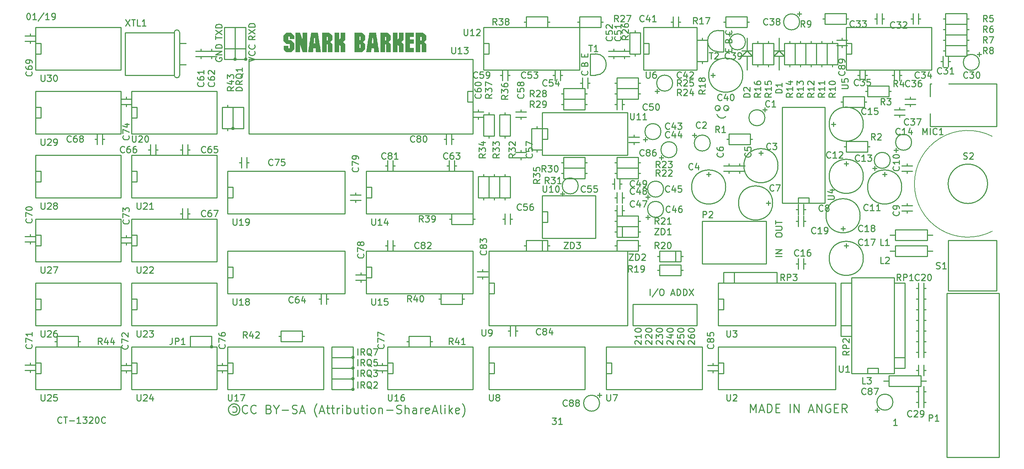
<source format=gbr>
G04 #@! TF.FileFunction,Legend,Top*
%FSLAX46Y46*%
G04 Gerber Fmt 4.6, Leading zero omitted, Abs format (unit mm)*
G04 Created by KiCad (PCBNEW 4.0.7) date 01/18/19 16:59:07*
%MOMM*%
%LPD*%
G01*
G04 APERTURE LIST*
%ADD10C,0.100000*%
%ADD11C,0.254000*%
%ADD12C,0.200000*%
%ADD13C,0.010000*%
G04 APERTURE END LIST*
D10*
D11*
X192724786Y-47478263D02*
G75*
G03X194818000Y-48006000I1204214J361263D01*
G01*
X195326000Y-46228000D02*
G75*
G03X195326000Y-46228000I-127000J0D01*
G01*
X193294000Y-46228000D02*
G75*
G03X193294000Y-46228000I-127000J0D01*
G01*
X195580000Y-45974000D02*
G75*
G03X195580000Y-45974000I-635000J0D01*
G01*
X193548000Y-45974000D02*
G75*
G03X193548000Y-45974000I-635000J0D01*
G01*
X235639429Y-121593429D02*
X234768572Y-121593429D01*
X235204000Y-121593429D02*
X235204000Y-120069429D01*
X235058857Y-120287143D01*
X234913715Y-120432286D01*
X234768572Y-120504857D01*
X153452285Y-119815429D02*
X154395714Y-119815429D01*
X153887714Y-120396000D01*
X154105428Y-120396000D01*
X154250571Y-120468571D01*
X154323142Y-120541143D01*
X154395714Y-120686286D01*
X154395714Y-121049143D01*
X154323142Y-121194286D01*
X154250571Y-121266857D01*
X154105428Y-121339429D01*
X153670000Y-121339429D01*
X153524857Y-121266857D01*
X153452285Y-121194286D01*
X155847143Y-121339429D02*
X154976286Y-121339429D01*
X155411714Y-121339429D02*
X155411714Y-119815429D01*
X155266571Y-120033143D01*
X155121429Y-120178286D01*
X154976286Y-120250857D01*
X28702000Y-23295429D02*
X28847143Y-23295429D01*
X28992286Y-23368000D01*
X29064857Y-23440571D01*
X29137428Y-23585714D01*
X29210000Y-23876000D01*
X29210000Y-24238857D01*
X29137428Y-24529143D01*
X29064857Y-24674286D01*
X28992286Y-24746857D01*
X28847143Y-24819429D01*
X28702000Y-24819429D01*
X28556857Y-24746857D01*
X28484286Y-24674286D01*
X28411714Y-24529143D01*
X28339143Y-24238857D01*
X28339143Y-23876000D01*
X28411714Y-23585714D01*
X28484286Y-23440571D01*
X28556857Y-23368000D01*
X28702000Y-23295429D01*
X30661429Y-24819429D02*
X29790572Y-24819429D01*
X30226000Y-24819429D02*
X30226000Y-23295429D01*
X30080857Y-23513143D01*
X29935715Y-23658286D01*
X29790572Y-23730857D01*
X32403144Y-23222857D02*
X31096858Y-25182286D01*
X33709429Y-24819429D02*
X32838572Y-24819429D01*
X33274000Y-24819429D02*
X33274000Y-23295429D01*
X33128857Y-23513143D01*
X32983715Y-23658286D01*
X32838572Y-23730857D01*
X34435144Y-24819429D02*
X34725429Y-24819429D01*
X34870572Y-24746857D01*
X34943144Y-24674286D01*
X35088286Y-24456571D01*
X35160858Y-24166286D01*
X35160858Y-23585714D01*
X35088286Y-23440571D01*
X35015715Y-23368000D01*
X34870572Y-23295429D01*
X34580286Y-23295429D01*
X34435144Y-23368000D01*
X34362572Y-23440571D01*
X34290001Y-23585714D01*
X34290001Y-23948571D01*
X34362572Y-24093714D01*
X34435144Y-24166286D01*
X34580286Y-24238857D01*
X34870572Y-24238857D01*
X35015715Y-24166286D01*
X35088286Y-24093714D01*
X35160858Y-23948571D01*
X200623716Y-118521238D02*
X200623716Y-116489238D01*
X201301049Y-117940667D01*
X201978382Y-116489238D01*
X201978382Y-118521238D01*
X202849240Y-117940667D02*
X203816859Y-117940667D01*
X202655716Y-118521238D02*
X203333049Y-116489238D01*
X204010382Y-118521238D01*
X204687716Y-118521238D02*
X204687716Y-116489238D01*
X205171525Y-116489238D01*
X205461811Y-116586000D01*
X205655335Y-116779524D01*
X205752096Y-116973048D01*
X205848858Y-117360095D01*
X205848858Y-117650381D01*
X205752096Y-118037429D01*
X205655335Y-118230952D01*
X205461811Y-118424476D01*
X205171525Y-118521238D01*
X204687716Y-118521238D01*
X206719716Y-117456857D02*
X207397049Y-117456857D01*
X207687335Y-118521238D02*
X206719716Y-118521238D01*
X206719716Y-116489238D01*
X207687335Y-116489238D01*
X210106382Y-118521238D02*
X210106382Y-116489238D01*
X211074001Y-118521238D02*
X211074001Y-116489238D01*
X212235143Y-118521238D01*
X212235143Y-116489238D01*
X214654191Y-117940667D02*
X215621810Y-117940667D01*
X214460667Y-118521238D02*
X215138000Y-116489238D01*
X215815333Y-118521238D01*
X216492667Y-118521238D02*
X216492667Y-116489238D01*
X217653809Y-118521238D01*
X217653809Y-116489238D01*
X219685809Y-116586000D02*
X219492286Y-116489238D01*
X219202000Y-116489238D01*
X218911714Y-116586000D01*
X218718190Y-116779524D01*
X218621429Y-116973048D01*
X218524667Y-117360095D01*
X218524667Y-117650381D01*
X218621429Y-118037429D01*
X218718190Y-118230952D01*
X218911714Y-118424476D01*
X219202000Y-118521238D01*
X219395524Y-118521238D01*
X219685809Y-118424476D01*
X219782571Y-118327714D01*
X219782571Y-117650381D01*
X219395524Y-117650381D01*
X220653429Y-117456857D02*
X221330762Y-117456857D01*
X221621048Y-118521238D02*
X220653429Y-118521238D01*
X220653429Y-116489238D01*
X221621048Y-116489238D01*
X223653047Y-118521238D02*
X222975714Y-117553619D01*
X222491905Y-118521238D02*
X222491905Y-116489238D01*
X223266000Y-116489238D01*
X223459524Y-116586000D01*
X223556285Y-116682762D01*
X223653047Y-116876286D01*
X223653047Y-117166571D01*
X223556285Y-117360095D01*
X223459524Y-117456857D01*
X223266000Y-117553619D01*
X222491905Y-117553619D01*
X81207429Y-34798000D02*
X82731429Y-34290000D01*
X81207429Y-33782000D01*
X82586286Y-32403143D02*
X82658857Y-32475714D01*
X82731429Y-32693428D01*
X82731429Y-32838571D01*
X82658857Y-33056286D01*
X82513714Y-33201428D01*
X82368571Y-33274000D01*
X82078286Y-33346571D01*
X81860571Y-33346571D01*
X81570286Y-33274000D01*
X81425143Y-33201428D01*
X81280000Y-33056286D01*
X81207429Y-32838571D01*
X81207429Y-32693428D01*
X81280000Y-32475714D01*
X81352571Y-32403143D01*
X82586286Y-30879143D02*
X82658857Y-30951714D01*
X82731429Y-31169428D01*
X82731429Y-31314571D01*
X82658857Y-31532286D01*
X82513714Y-31677428D01*
X82368571Y-31750000D01*
X82078286Y-31822571D01*
X81860571Y-31822571D01*
X81570286Y-31750000D01*
X81425143Y-31677428D01*
X81280000Y-31532286D01*
X81207429Y-31314571D01*
X81207429Y-31169428D01*
X81280000Y-30951714D01*
X81352571Y-30879143D01*
X73406000Y-33927142D02*
X73333429Y-34072285D01*
X73333429Y-34289999D01*
X73406000Y-34507714D01*
X73551143Y-34652856D01*
X73696286Y-34725428D01*
X73986571Y-34797999D01*
X74204286Y-34797999D01*
X74494571Y-34725428D01*
X74639714Y-34652856D01*
X74784857Y-34507714D01*
X74857429Y-34289999D01*
X74857429Y-34144856D01*
X74784857Y-33927142D01*
X74712286Y-33854571D01*
X74204286Y-33854571D01*
X74204286Y-34144856D01*
X74857429Y-33201428D02*
X73333429Y-33201428D01*
X74857429Y-32330571D01*
X73333429Y-32330571D01*
X74857429Y-31604857D02*
X73333429Y-31604857D01*
X73333429Y-31242000D01*
X73406000Y-31024285D01*
X73551143Y-30879143D01*
X73696286Y-30806571D01*
X73986571Y-30734000D01*
X74204286Y-30734000D01*
X74494571Y-30806571D01*
X74639714Y-30879143D01*
X74784857Y-31024285D01*
X74857429Y-31242000D01*
X74857429Y-31604857D01*
X73333429Y-29609143D02*
X73333429Y-28738286D01*
X74857429Y-29173715D02*
X73333429Y-29173715D01*
X73333429Y-28375429D02*
X74857429Y-27359429D01*
X73333429Y-27359429D02*
X74857429Y-28375429D01*
X74857429Y-26778857D02*
X73333429Y-26778857D01*
X73333429Y-26416000D01*
X73406000Y-26198285D01*
X73551143Y-26053143D01*
X73696286Y-25980571D01*
X73986571Y-25908000D01*
X74204286Y-25908000D01*
X74494571Y-25980571D01*
X74639714Y-26053143D01*
X74784857Y-26198285D01*
X74857429Y-26416000D01*
X74857429Y-26778857D01*
X82731429Y-28702000D02*
X82005714Y-29210000D01*
X82731429Y-29572857D02*
X81207429Y-29572857D01*
X81207429Y-28992285D01*
X81280000Y-28847143D01*
X81352571Y-28774571D01*
X81497714Y-28702000D01*
X81715429Y-28702000D01*
X81860571Y-28774571D01*
X81933143Y-28847143D01*
X82005714Y-28992285D01*
X82005714Y-29572857D01*
X81207429Y-28194000D02*
X82731429Y-27178000D01*
X81207429Y-27178000D02*
X82731429Y-28194000D01*
X82731429Y-26597428D02*
X81207429Y-26597428D01*
X81207429Y-26234571D01*
X81280000Y-26016856D01*
X81425143Y-25871714D01*
X81570286Y-25799142D01*
X81860571Y-25726571D01*
X82078286Y-25726571D01*
X82368571Y-25799142D01*
X82513714Y-25871714D01*
X82658857Y-26016856D01*
X82731429Y-26234571D01*
X82731429Y-26597428D01*
X77336952Y-117227048D02*
X77530476Y-117130286D01*
X77917524Y-117130286D01*
X78111047Y-117227048D01*
X78304571Y-117420571D01*
X78401333Y-117614095D01*
X78401333Y-118001143D01*
X78304571Y-118194667D01*
X78111047Y-118388190D01*
X77917524Y-118484952D01*
X77530476Y-118484952D01*
X77336952Y-118388190D01*
X77724000Y-116452952D02*
X78207809Y-116549714D01*
X78691619Y-116840000D01*
X78981904Y-117323810D01*
X79078666Y-117807619D01*
X78981904Y-118291429D01*
X78691619Y-118775238D01*
X78207809Y-119065524D01*
X77724000Y-119162286D01*
X77240190Y-119065524D01*
X76756381Y-118775238D01*
X76466095Y-118291429D01*
X76369333Y-117807619D01*
X76466095Y-117323810D01*
X76756381Y-116840000D01*
X77240190Y-116549714D01*
X77724000Y-116452952D01*
X80917142Y-118581714D02*
X80820380Y-118678476D01*
X80530095Y-118775238D01*
X80336571Y-118775238D01*
X80046285Y-118678476D01*
X79852761Y-118484952D01*
X79756000Y-118291429D01*
X79659238Y-117904381D01*
X79659238Y-117614095D01*
X79756000Y-117227048D01*
X79852761Y-117033524D01*
X80046285Y-116840000D01*
X80336571Y-116743238D01*
X80530095Y-116743238D01*
X80820380Y-116840000D01*
X80917142Y-116936762D01*
X82949142Y-118581714D02*
X82852380Y-118678476D01*
X82562095Y-118775238D01*
X82368571Y-118775238D01*
X82078285Y-118678476D01*
X81884761Y-118484952D01*
X81788000Y-118291429D01*
X81691238Y-117904381D01*
X81691238Y-117614095D01*
X81788000Y-117227048D01*
X81884761Y-117033524D01*
X82078285Y-116840000D01*
X82368571Y-116743238D01*
X82562095Y-116743238D01*
X82852380Y-116840000D01*
X82949142Y-116936762D01*
X86045523Y-117710857D02*
X86335809Y-117807619D01*
X86432570Y-117904381D01*
X86529332Y-118097905D01*
X86529332Y-118388190D01*
X86432570Y-118581714D01*
X86335809Y-118678476D01*
X86142285Y-118775238D01*
X85368190Y-118775238D01*
X85368190Y-116743238D01*
X86045523Y-116743238D01*
X86239047Y-116840000D01*
X86335809Y-116936762D01*
X86432570Y-117130286D01*
X86432570Y-117323810D01*
X86335809Y-117517333D01*
X86239047Y-117614095D01*
X86045523Y-117710857D01*
X85368190Y-117710857D01*
X87787237Y-117807619D02*
X87787237Y-118775238D01*
X87109904Y-116743238D02*
X87787237Y-117807619D01*
X88464570Y-116743238D01*
X89141904Y-118001143D02*
X90690094Y-118001143D01*
X91560952Y-118678476D02*
X91851237Y-118775238D01*
X92335047Y-118775238D01*
X92528571Y-118678476D01*
X92625333Y-118581714D01*
X92722094Y-118388190D01*
X92722094Y-118194667D01*
X92625333Y-118001143D01*
X92528571Y-117904381D01*
X92335047Y-117807619D01*
X91947999Y-117710857D01*
X91754475Y-117614095D01*
X91657714Y-117517333D01*
X91560952Y-117323810D01*
X91560952Y-117130286D01*
X91657714Y-116936762D01*
X91754475Y-116840000D01*
X91947999Y-116743238D01*
X92431809Y-116743238D01*
X92722094Y-116840000D01*
X93496190Y-118194667D02*
X94463809Y-118194667D01*
X93302666Y-118775238D02*
X93979999Y-116743238D01*
X94657332Y-118775238D01*
X97463427Y-119549333D02*
X97366665Y-119452571D01*
X97173141Y-119162286D01*
X97076379Y-118968762D01*
X96979617Y-118678476D01*
X96882856Y-118194667D01*
X96882856Y-117807619D01*
X96979617Y-117323810D01*
X97076379Y-117033524D01*
X97173141Y-116840000D01*
X97366665Y-116549714D01*
X97463427Y-116452952D01*
X98140761Y-118194667D02*
X99108380Y-118194667D01*
X97947237Y-118775238D02*
X98624570Y-116743238D01*
X99301903Y-118775238D01*
X99688951Y-117420571D02*
X100463046Y-117420571D01*
X99979237Y-116743238D02*
X99979237Y-118484952D01*
X100075998Y-118678476D01*
X100269522Y-118775238D01*
X100463046Y-118775238D01*
X100850094Y-117420571D02*
X101624189Y-117420571D01*
X101140380Y-116743238D02*
X101140380Y-118484952D01*
X101237141Y-118678476D01*
X101430665Y-118775238D01*
X101624189Y-118775238D01*
X102301523Y-118775238D02*
X102301523Y-117420571D01*
X102301523Y-117807619D02*
X102398284Y-117614095D01*
X102495046Y-117517333D01*
X102688570Y-117420571D01*
X102882094Y-117420571D01*
X103559428Y-118775238D02*
X103559428Y-117420571D01*
X103559428Y-116743238D02*
X103462666Y-116840000D01*
X103559428Y-116936762D01*
X103656189Y-116840000D01*
X103559428Y-116743238D01*
X103559428Y-116936762D01*
X104527047Y-118775238D02*
X104527047Y-116743238D01*
X104527047Y-117517333D02*
X104720570Y-117420571D01*
X105107618Y-117420571D01*
X105301142Y-117517333D01*
X105397904Y-117614095D01*
X105494666Y-117807619D01*
X105494666Y-118388190D01*
X105397904Y-118581714D01*
X105301142Y-118678476D01*
X105107618Y-118775238D01*
X104720570Y-118775238D01*
X104527047Y-118678476D01*
X107236380Y-117420571D02*
X107236380Y-118775238D01*
X106365523Y-117420571D02*
X106365523Y-118484952D01*
X106462284Y-118678476D01*
X106655808Y-118775238D01*
X106946094Y-118775238D01*
X107139618Y-118678476D01*
X107236380Y-118581714D01*
X107913713Y-117420571D02*
X108687808Y-117420571D01*
X108203999Y-116743238D02*
X108203999Y-118484952D01*
X108300760Y-118678476D01*
X108494284Y-118775238D01*
X108687808Y-118775238D01*
X109365142Y-118775238D02*
X109365142Y-117420571D01*
X109365142Y-116743238D02*
X109268380Y-116840000D01*
X109365142Y-116936762D01*
X109461903Y-116840000D01*
X109365142Y-116743238D01*
X109365142Y-116936762D01*
X110623046Y-118775238D02*
X110429522Y-118678476D01*
X110332761Y-118581714D01*
X110235999Y-118388190D01*
X110235999Y-117807619D01*
X110332761Y-117614095D01*
X110429522Y-117517333D01*
X110623046Y-117420571D01*
X110913332Y-117420571D01*
X111106856Y-117517333D01*
X111203618Y-117614095D01*
X111300380Y-117807619D01*
X111300380Y-118388190D01*
X111203618Y-118581714D01*
X111106856Y-118678476D01*
X110913332Y-118775238D01*
X110623046Y-118775238D01*
X112171237Y-117420571D02*
X112171237Y-118775238D01*
X112171237Y-117614095D02*
X112267998Y-117517333D01*
X112461522Y-117420571D01*
X112751808Y-117420571D01*
X112945332Y-117517333D01*
X113042094Y-117710857D01*
X113042094Y-118775238D01*
X114009713Y-118001143D02*
X115557903Y-118001143D01*
X116428761Y-118678476D02*
X116719046Y-118775238D01*
X117202856Y-118775238D01*
X117396380Y-118678476D01*
X117493142Y-118581714D01*
X117589903Y-118388190D01*
X117589903Y-118194667D01*
X117493142Y-118001143D01*
X117396380Y-117904381D01*
X117202856Y-117807619D01*
X116815808Y-117710857D01*
X116622284Y-117614095D01*
X116525523Y-117517333D01*
X116428761Y-117323810D01*
X116428761Y-117130286D01*
X116525523Y-116936762D01*
X116622284Y-116840000D01*
X116815808Y-116743238D01*
X117299618Y-116743238D01*
X117589903Y-116840000D01*
X118460761Y-118775238D02*
X118460761Y-116743238D01*
X119331618Y-118775238D02*
X119331618Y-117710857D01*
X119234856Y-117517333D01*
X119041332Y-117420571D01*
X118751046Y-117420571D01*
X118557522Y-117517333D01*
X118460761Y-117614095D01*
X121170094Y-118775238D02*
X121170094Y-117710857D01*
X121073332Y-117517333D01*
X120879808Y-117420571D01*
X120492760Y-117420571D01*
X120299237Y-117517333D01*
X121170094Y-118678476D02*
X120976570Y-118775238D01*
X120492760Y-118775238D01*
X120299237Y-118678476D01*
X120202475Y-118484952D01*
X120202475Y-118291429D01*
X120299237Y-118097905D01*
X120492760Y-118001143D01*
X120976570Y-118001143D01*
X121170094Y-117904381D01*
X122137713Y-118775238D02*
X122137713Y-117420571D01*
X122137713Y-117807619D02*
X122234474Y-117614095D01*
X122331236Y-117517333D01*
X122524760Y-117420571D01*
X122718284Y-117420571D01*
X124169713Y-118678476D02*
X123976189Y-118775238D01*
X123589141Y-118775238D01*
X123395618Y-118678476D01*
X123298856Y-118484952D01*
X123298856Y-117710857D01*
X123395618Y-117517333D01*
X123589141Y-117420571D01*
X123976189Y-117420571D01*
X124169713Y-117517333D01*
X124266475Y-117710857D01*
X124266475Y-117904381D01*
X123298856Y-118097905D01*
X125040570Y-118194667D02*
X126008189Y-118194667D01*
X124847046Y-118775238D02*
X125524379Y-116743238D01*
X126201712Y-118775238D01*
X127169331Y-118775238D02*
X126975807Y-118678476D01*
X126879046Y-118484952D01*
X126879046Y-116743238D01*
X127943427Y-118775238D02*
X127943427Y-117420571D01*
X127943427Y-116743238D02*
X127846665Y-116840000D01*
X127943427Y-116936762D01*
X128040188Y-116840000D01*
X127943427Y-116743238D01*
X127943427Y-116936762D01*
X128911046Y-118775238D02*
X128911046Y-116743238D01*
X129104569Y-118001143D02*
X129685141Y-118775238D01*
X129685141Y-117420571D02*
X128911046Y-118194667D01*
X131330093Y-118678476D02*
X131136569Y-118775238D01*
X130749521Y-118775238D01*
X130555998Y-118678476D01*
X130459236Y-118484952D01*
X130459236Y-117710857D01*
X130555998Y-117517333D01*
X130749521Y-117420571D01*
X131136569Y-117420571D01*
X131330093Y-117517333D01*
X131426855Y-117710857D01*
X131426855Y-117904381D01*
X130459236Y-118097905D01*
X132104188Y-119549333D02*
X132200950Y-119452571D01*
X132394473Y-119162286D01*
X132491235Y-118968762D01*
X132587997Y-118678476D01*
X132684759Y-118194667D01*
X132684759Y-117807619D01*
X132587997Y-117323810D01*
X132491235Y-117033524D01*
X132394473Y-116840000D01*
X132200950Y-116549714D01*
X132104188Y-116452952D01*
D12*
X258305229Y-52698409D02*
G75*
G03X258318000Y-75311000I-5829229J-11309591D01*
G01*
D11*
X186000571Y-102216857D02*
X185928000Y-102144286D01*
X185855429Y-101999143D01*
X185855429Y-101636286D01*
X185928000Y-101491143D01*
X186000571Y-101418572D01*
X186145714Y-101346000D01*
X186290857Y-101346000D01*
X186508571Y-101418572D01*
X187379429Y-102289429D01*
X187379429Y-101346000D01*
X185855429Y-100039714D02*
X185855429Y-100330000D01*
X185928000Y-100475143D01*
X186000571Y-100547714D01*
X186218286Y-100692857D01*
X186508571Y-100765428D01*
X187089143Y-100765428D01*
X187234286Y-100692857D01*
X187306857Y-100620285D01*
X187379429Y-100475143D01*
X187379429Y-100184857D01*
X187306857Y-100039714D01*
X187234286Y-99967143D01*
X187089143Y-99894571D01*
X186726286Y-99894571D01*
X186581143Y-99967143D01*
X186508571Y-100039714D01*
X186436000Y-100184857D01*
X186436000Y-100475143D01*
X186508571Y-100620285D01*
X186581143Y-100692857D01*
X186726286Y-100765428D01*
X185855429Y-98951142D02*
X185855429Y-98805999D01*
X185928000Y-98660856D01*
X186000571Y-98588285D01*
X186145714Y-98515714D01*
X186436000Y-98443142D01*
X186798857Y-98443142D01*
X187089143Y-98515714D01*
X187234286Y-98588285D01*
X187306857Y-98660856D01*
X187379429Y-98805999D01*
X187379429Y-98951142D01*
X187306857Y-99096285D01*
X187234286Y-99168856D01*
X187089143Y-99241428D01*
X186798857Y-99313999D01*
X186436000Y-99313999D01*
X186145714Y-99241428D01*
X186000571Y-99168856D01*
X185928000Y-99096285D01*
X185855429Y-98951142D01*
X183460571Y-102216857D02*
X183388000Y-102144286D01*
X183315429Y-101999143D01*
X183315429Y-101636286D01*
X183388000Y-101491143D01*
X183460571Y-101418572D01*
X183605714Y-101346000D01*
X183750857Y-101346000D01*
X183968571Y-101418572D01*
X184839429Y-102289429D01*
X184839429Y-101346000D01*
X183315429Y-99967143D02*
X183315429Y-100692857D01*
X184041143Y-100765428D01*
X183968571Y-100692857D01*
X183896000Y-100547714D01*
X183896000Y-100184857D01*
X183968571Y-100039714D01*
X184041143Y-99967143D01*
X184186286Y-99894571D01*
X184549143Y-99894571D01*
X184694286Y-99967143D01*
X184766857Y-100039714D01*
X184839429Y-100184857D01*
X184839429Y-100547714D01*
X184766857Y-100692857D01*
X184694286Y-100765428D01*
X183315429Y-98951142D02*
X183315429Y-98805999D01*
X183388000Y-98660856D01*
X183460571Y-98588285D01*
X183605714Y-98515714D01*
X183896000Y-98443142D01*
X184258857Y-98443142D01*
X184549143Y-98515714D01*
X184694286Y-98588285D01*
X184766857Y-98660856D01*
X184839429Y-98805999D01*
X184839429Y-98951142D01*
X184766857Y-99096285D01*
X184694286Y-99168856D01*
X184549143Y-99241428D01*
X184258857Y-99313999D01*
X183896000Y-99313999D01*
X183605714Y-99241428D01*
X183460571Y-99168856D01*
X183388000Y-99096285D01*
X183315429Y-98951142D01*
X180920571Y-102216857D02*
X180848000Y-102144286D01*
X180775429Y-101999143D01*
X180775429Y-101636286D01*
X180848000Y-101491143D01*
X180920571Y-101418572D01*
X181065714Y-101346000D01*
X181210857Y-101346000D01*
X181428571Y-101418572D01*
X182299429Y-102289429D01*
X182299429Y-101346000D01*
X181283429Y-100039714D02*
X182299429Y-100039714D01*
X180702857Y-100402571D02*
X181791429Y-100765428D01*
X181791429Y-99822000D01*
X180775429Y-98951142D02*
X180775429Y-98805999D01*
X180848000Y-98660856D01*
X180920571Y-98588285D01*
X181065714Y-98515714D01*
X181356000Y-98443142D01*
X181718857Y-98443142D01*
X182009143Y-98515714D01*
X182154286Y-98588285D01*
X182226857Y-98660856D01*
X182299429Y-98805999D01*
X182299429Y-98951142D01*
X182226857Y-99096285D01*
X182154286Y-99168856D01*
X182009143Y-99241428D01*
X181718857Y-99313999D01*
X181356000Y-99313999D01*
X181065714Y-99241428D01*
X180920571Y-99168856D01*
X180848000Y-99096285D01*
X180775429Y-98951142D01*
X178380571Y-102216857D02*
X178308000Y-102144286D01*
X178235429Y-101999143D01*
X178235429Y-101636286D01*
X178308000Y-101491143D01*
X178380571Y-101418572D01*
X178525714Y-101346000D01*
X178670857Y-101346000D01*
X178888571Y-101418572D01*
X179759429Y-102289429D01*
X179759429Y-101346000D01*
X178235429Y-100838000D02*
X178235429Y-99894571D01*
X178816000Y-100402571D01*
X178816000Y-100184857D01*
X178888571Y-100039714D01*
X178961143Y-99967143D01*
X179106286Y-99894571D01*
X179469143Y-99894571D01*
X179614286Y-99967143D01*
X179686857Y-100039714D01*
X179759429Y-100184857D01*
X179759429Y-100620285D01*
X179686857Y-100765428D01*
X179614286Y-100838000D01*
X178235429Y-98951142D02*
X178235429Y-98805999D01*
X178308000Y-98660856D01*
X178380571Y-98588285D01*
X178525714Y-98515714D01*
X178816000Y-98443142D01*
X179178857Y-98443142D01*
X179469143Y-98515714D01*
X179614286Y-98588285D01*
X179686857Y-98660856D01*
X179759429Y-98805999D01*
X179759429Y-98951142D01*
X179686857Y-99096285D01*
X179614286Y-99168856D01*
X179469143Y-99241428D01*
X179178857Y-99313999D01*
X178816000Y-99313999D01*
X178525714Y-99241428D01*
X178380571Y-99168856D01*
X178308000Y-99096285D01*
X178235429Y-98951142D01*
X175840571Y-102216857D02*
X175768000Y-102144286D01*
X175695429Y-101999143D01*
X175695429Y-101636286D01*
X175768000Y-101491143D01*
X175840571Y-101418572D01*
X175985714Y-101346000D01*
X176130857Y-101346000D01*
X176348571Y-101418572D01*
X177219429Y-102289429D01*
X177219429Y-101346000D01*
X175840571Y-100765428D02*
X175768000Y-100692857D01*
X175695429Y-100547714D01*
X175695429Y-100184857D01*
X175768000Y-100039714D01*
X175840571Y-99967143D01*
X175985714Y-99894571D01*
X176130857Y-99894571D01*
X176348571Y-99967143D01*
X177219429Y-100838000D01*
X177219429Y-99894571D01*
X175695429Y-98951142D02*
X175695429Y-98805999D01*
X175768000Y-98660856D01*
X175840571Y-98588285D01*
X175985714Y-98515714D01*
X176276000Y-98443142D01*
X176638857Y-98443142D01*
X176929143Y-98515714D01*
X177074286Y-98588285D01*
X177146857Y-98660856D01*
X177219429Y-98805999D01*
X177219429Y-98951142D01*
X177146857Y-99096285D01*
X177074286Y-99168856D01*
X176929143Y-99241428D01*
X176638857Y-99313999D01*
X176276000Y-99313999D01*
X175985714Y-99241428D01*
X175840571Y-99168856D01*
X175768000Y-99096285D01*
X175695429Y-98951142D01*
X173300571Y-102216857D02*
X173228000Y-102144286D01*
X173155429Y-101999143D01*
X173155429Y-101636286D01*
X173228000Y-101491143D01*
X173300571Y-101418572D01*
X173445714Y-101346000D01*
X173590857Y-101346000D01*
X173808571Y-101418572D01*
X174679429Y-102289429D01*
X174679429Y-101346000D01*
X174679429Y-99894571D02*
X174679429Y-100765428D01*
X174679429Y-100330000D02*
X173155429Y-100330000D01*
X173373143Y-100475143D01*
X173518286Y-100620285D01*
X173590857Y-100765428D01*
X173155429Y-98951142D02*
X173155429Y-98805999D01*
X173228000Y-98660856D01*
X173300571Y-98588285D01*
X173445714Y-98515714D01*
X173736000Y-98443142D01*
X174098857Y-98443142D01*
X174389143Y-98515714D01*
X174534286Y-98588285D01*
X174606857Y-98660856D01*
X174679429Y-98805999D01*
X174679429Y-98951142D01*
X174606857Y-99096285D01*
X174534286Y-99168856D01*
X174389143Y-99241428D01*
X174098857Y-99313999D01*
X173736000Y-99313999D01*
X173445714Y-99241428D01*
X173300571Y-99168856D01*
X173228000Y-99096285D01*
X173155429Y-98951142D01*
X176784000Y-90605429D02*
X176784000Y-89081429D01*
X178598286Y-89008857D02*
X177292000Y-90968286D01*
X179396571Y-89081429D02*
X179686857Y-89081429D01*
X179831999Y-89154000D01*
X179977142Y-89299143D01*
X180049714Y-89589429D01*
X180049714Y-90097429D01*
X179977142Y-90387714D01*
X179831999Y-90532857D01*
X179686857Y-90605429D01*
X179396571Y-90605429D01*
X179251428Y-90532857D01*
X179106285Y-90387714D01*
X179033714Y-90097429D01*
X179033714Y-89589429D01*
X179106285Y-89299143D01*
X179251428Y-89154000D01*
X179396571Y-89081429D01*
X181791428Y-90170000D02*
X182517142Y-90170000D01*
X181646285Y-90605429D02*
X182154285Y-89081429D01*
X182662285Y-90605429D01*
X183170285Y-90605429D02*
X183170285Y-89081429D01*
X183533142Y-89081429D01*
X183750857Y-89154000D01*
X183895999Y-89299143D01*
X183968571Y-89444286D01*
X184041142Y-89734571D01*
X184041142Y-89952286D01*
X183968571Y-90242571D01*
X183895999Y-90387714D01*
X183750857Y-90532857D01*
X183533142Y-90605429D01*
X183170285Y-90605429D01*
X184694285Y-90605429D02*
X184694285Y-89081429D01*
X185057142Y-89081429D01*
X185274857Y-89154000D01*
X185419999Y-89299143D01*
X185492571Y-89444286D01*
X185565142Y-89734571D01*
X185565142Y-89952286D01*
X185492571Y-90242571D01*
X185419999Y-90387714D01*
X185274857Y-90532857D01*
X185057142Y-90605429D01*
X184694285Y-90605429D01*
X186073142Y-89081429D02*
X187089142Y-90605429D01*
X187089142Y-89081429D02*
X186073142Y-90605429D01*
X36684856Y-120940286D02*
X36612285Y-121012857D01*
X36394571Y-121085429D01*
X36249428Y-121085429D01*
X36031713Y-121012857D01*
X35886571Y-120867714D01*
X35813999Y-120722571D01*
X35741428Y-120432286D01*
X35741428Y-120214571D01*
X35813999Y-119924286D01*
X35886571Y-119779143D01*
X36031713Y-119634000D01*
X36249428Y-119561429D01*
X36394571Y-119561429D01*
X36612285Y-119634000D01*
X36684856Y-119706571D01*
X37120285Y-119561429D02*
X37991142Y-119561429D01*
X37555713Y-121085429D02*
X37555713Y-119561429D01*
X38499142Y-120504857D02*
X39660285Y-120504857D01*
X41184285Y-121085429D02*
X40313428Y-121085429D01*
X40748856Y-121085429D02*
X40748856Y-119561429D01*
X40603713Y-119779143D01*
X40458571Y-119924286D01*
X40313428Y-119996857D01*
X41692285Y-119561429D02*
X42635714Y-119561429D01*
X42127714Y-120142000D01*
X42345428Y-120142000D01*
X42490571Y-120214571D01*
X42563142Y-120287143D01*
X42635714Y-120432286D01*
X42635714Y-120795143D01*
X42563142Y-120940286D01*
X42490571Y-121012857D01*
X42345428Y-121085429D01*
X41910000Y-121085429D01*
X41764857Y-121012857D01*
X41692285Y-120940286D01*
X43216286Y-119706571D02*
X43288857Y-119634000D01*
X43434000Y-119561429D01*
X43796857Y-119561429D01*
X43942000Y-119634000D01*
X44014571Y-119706571D01*
X44087143Y-119851714D01*
X44087143Y-119996857D01*
X44014571Y-120214571D01*
X43143714Y-121085429D01*
X44087143Y-121085429D01*
X45030572Y-119561429D02*
X45175715Y-119561429D01*
X45320858Y-119634000D01*
X45393429Y-119706571D01*
X45466000Y-119851714D01*
X45538572Y-120142000D01*
X45538572Y-120504857D01*
X45466000Y-120795143D01*
X45393429Y-120940286D01*
X45320858Y-121012857D01*
X45175715Y-121085429D01*
X45030572Y-121085429D01*
X44885429Y-121012857D01*
X44812858Y-120940286D01*
X44740286Y-120795143D01*
X44667715Y-120504857D01*
X44667715Y-120142000D01*
X44740286Y-119851714D01*
X44812858Y-119706571D01*
X44885429Y-119634000D01*
X45030572Y-119561429D01*
X47062572Y-120940286D02*
X46990001Y-121012857D01*
X46772287Y-121085429D01*
X46627144Y-121085429D01*
X46409429Y-121012857D01*
X46264287Y-120867714D01*
X46191715Y-120722571D01*
X46119144Y-120432286D01*
X46119144Y-120214571D01*
X46191715Y-119924286D01*
X46264287Y-119779143D01*
X46409429Y-119634000D01*
X46627144Y-119561429D01*
X46772287Y-119561429D01*
X46990001Y-119634000D01*
X47062572Y-119706571D01*
X175768000Y-72009000D02*
X176784000Y-72009000D01*
X176276000Y-71501000D02*
X176276000Y-72517000D01*
X180022500Y-70104000D02*
G75*
G03X180022500Y-70104000I-1905000J0D01*
G01*
X204597000Y-46355000D02*
X203581000Y-46355000D01*
X204089000Y-46863000D02*
X204089000Y-45847000D01*
X204152500Y-48260000D02*
G75*
G03X204152500Y-48260000I-1905000J0D01*
G01*
X187325000Y-51943000D02*
X187325000Y-52959000D01*
X187833000Y-52451000D02*
X186817000Y-52451000D01*
X191135000Y-54292500D02*
G75*
G03X191135000Y-54292500I-1905000J0D01*
G01*
X203200000Y-56134000D02*
X203200000Y-57150000D01*
X203708000Y-56642000D02*
X202692000Y-56642000D01*
X207264000Y-59690000D02*
G75*
G03X207264000Y-59690000I-4064000J0D01*
G01*
X190754000Y-61214000D02*
X190754000Y-62230000D01*
X191262000Y-61722000D02*
X190246000Y-61722000D01*
X194818000Y-64770000D02*
G75*
G03X194818000Y-64770000I-4064000J0D01*
G01*
X198120000Y-59690000D02*
X198120000Y-59182000D01*
X198120000Y-60960000D02*
X198120000Y-61468000D01*
X199390000Y-59690000D02*
X196850000Y-59690000D01*
X196850000Y-60960000D02*
X199390000Y-60960000D01*
X195580000Y-59690000D02*
X195580000Y-59182000D01*
X195580000Y-60960000D02*
X195580000Y-61468000D01*
X196850000Y-59690000D02*
X194310000Y-59690000D01*
X194310000Y-60960000D02*
X196850000Y-60960000D01*
X205486000Y-68580000D02*
X204470000Y-68580000D01*
X204978000Y-69088000D02*
X204978000Y-68072000D01*
X205994000Y-68580000D02*
G75*
G03X205994000Y-68580000I-4064000J0D01*
G01*
X213360000Y-70104000D02*
X213868000Y-70104000D01*
X212090000Y-70104000D02*
X211582000Y-70104000D01*
X213360000Y-71374000D02*
X213360000Y-68834000D01*
X212090000Y-68834000D02*
X212090000Y-71374000D01*
X237998000Y-70485000D02*
X237998000Y-70993000D01*
X237998000Y-69215000D02*
X237998000Y-68707000D01*
X236728000Y-70485000D02*
X239268000Y-70485000D01*
X239268000Y-69215000D02*
X236728000Y-69215000D01*
X237998000Y-59690000D02*
X237998000Y-59182000D01*
X237998000Y-60960000D02*
X237998000Y-61468000D01*
X239268000Y-59690000D02*
X236728000Y-59690000D01*
X236728000Y-60960000D02*
X239268000Y-60960000D01*
X232664000Y-61214000D02*
X232664000Y-62230000D01*
X233172000Y-61722000D02*
X232156000Y-61722000D01*
X236728000Y-64770000D02*
G75*
G03X236728000Y-64770000I-4064000J0D01*
G01*
X223520000Y-58674000D02*
X223520000Y-59690000D01*
X224028000Y-59182000D02*
X223012000Y-59182000D01*
X227584000Y-62230000D02*
G75*
G03X227584000Y-62230000I-4064000J0D01*
G01*
X229743000Y-60325000D02*
X230759000Y-60325000D01*
X230251000Y-59817000D02*
X230251000Y-60833000D01*
X233997500Y-58420000D02*
G75*
G03X233997500Y-58420000I-1905000J0D01*
G01*
X234823000Y-56007000D02*
X235839000Y-56007000D01*
X235331000Y-55499000D02*
X235331000Y-56515000D01*
X239077500Y-54102000D02*
G75*
G03X239077500Y-54102000I-1905000J0D01*
G01*
X219964000Y-49784000D02*
X220980000Y-49784000D01*
X220472000Y-49276000D02*
X220472000Y-50292000D01*
X227584000Y-49784000D02*
G75*
G03X227584000Y-49784000I-4064000J0D01*
G01*
X213360000Y-83058000D02*
X213868000Y-83058000D01*
X212090000Y-83058000D02*
X211582000Y-83058000D01*
X213360000Y-84328000D02*
X213360000Y-81788000D01*
X212090000Y-81788000D02*
X212090000Y-84328000D01*
X223520000Y-78232000D02*
X223520000Y-79248000D01*
X224028000Y-78740000D02*
X223012000Y-78740000D01*
X227584000Y-81788000D02*
G75*
G03X227584000Y-81788000I-4064000J0D01*
G01*
X222758000Y-75184000D02*
X222758000Y-74168000D01*
X222250000Y-74676000D02*
X223266000Y-74676000D01*
X226822000Y-71628000D02*
G75*
G03X226822000Y-71628000I-4064000J0D01*
G01*
X213360000Y-72898000D02*
X213868000Y-72898000D01*
X212090000Y-72898000D02*
X211582000Y-72898000D01*
X213360000Y-74168000D02*
X213360000Y-71628000D01*
X212090000Y-71628000D02*
X212090000Y-74168000D01*
X240665000Y-88900000D02*
X240157000Y-88900000D01*
X241935000Y-88900000D02*
X242443000Y-88900000D01*
X240665000Y-87630000D02*
X240665000Y-90170000D01*
X241935000Y-90170000D02*
X241935000Y-87630000D01*
X240665000Y-91440000D02*
X240157000Y-91440000D01*
X241935000Y-91440000D02*
X242443000Y-91440000D01*
X240665000Y-90170000D02*
X240665000Y-92710000D01*
X241935000Y-92710000D02*
X241935000Y-90170000D01*
X240665000Y-93980000D02*
X240157000Y-93980000D01*
X241935000Y-93980000D02*
X242443000Y-93980000D01*
X240665000Y-92710000D02*
X240665000Y-95250000D01*
X241935000Y-95250000D02*
X241935000Y-92710000D01*
X240665000Y-96520000D02*
X240157000Y-96520000D01*
X241935000Y-96520000D02*
X242443000Y-96520000D01*
X240665000Y-95250000D02*
X240665000Y-97790000D01*
X241935000Y-97790000D02*
X241935000Y-95250000D01*
X240665000Y-99060000D02*
X240157000Y-99060000D01*
X241935000Y-99060000D02*
X242443000Y-99060000D01*
X240665000Y-97790000D02*
X240665000Y-100330000D01*
X241935000Y-100330000D02*
X241935000Y-97790000D01*
X240665000Y-101600000D02*
X240157000Y-101600000D01*
X241935000Y-101600000D02*
X242443000Y-101600000D01*
X240665000Y-100330000D02*
X240665000Y-102870000D01*
X241935000Y-102870000D02*
X241935000Y-100330000D01*
X240665000Y-104140000D02*
X240157000Y-104140000D01*
X241935000Y-104140000D02*
X242443000Y-104140000D01*
X240665000Y-102870000D02*
X240665000Y-105410000D01*
X241935000Y-105410000D02*
X241935000Y-102870000D01*
X240665000Y-108458000D02*
X240157000Y-108458000D01*
X241935000Y-108458000D02*
X242443000Y-108458000D01*
X240665000Y-107188000D02*
X240665000Y-109728000D01*
X241935000Y-109728000D02*
X241935000Y-107188000D01*
X240665000Y-113538000D02*
X240157000Y-113538000D01*
X241935000Y-113538000D02*
X242443000Y-113538000D01*
X240665000Y-112268000D02*
X240665000Y-114808000D01*
X241935000Y-114808000D02*
X241935000Y-112268000D01*
X240665000Y-116078000D02*
X240157000Y-116078000D01*
X241935000Y-116078000D02*
X242443000Y-116078000D01*
X240665000Y-114808000D02*
X240665000Y-117348000D01*
X241935000Y-117348000D02*
X241935000Y-114808000D01*
X255651000Y-33147000D02*
X254635000Y-33147000D01*
X255143000Y-33655000D02*
X255143000Y-32639000D01*
X255206500Y-35052000D02*
G75*
G03X255206500Y-35052000I-1905000J0D01*
G01*
X247777000Y-34798000D02*
X248285000Y-34798000D01*
X246507000Y-34798000D02*
X245999000Y-34798000D01*
X247777000Y-36068000D02*
X247777000Y-33528000D01*
X246507000Y-33528000D02*
X246507000Y-36068000D01*
X240665000Y-24638000D02*
X241173000Y-24638000D01*
X239395000Y-24638000D02*
X238887000Y-24638000D01*
X240665000Y-25908000D02*
X240665000Y-23368000D01*
X239395000Y-23368000D02*
X239395000Y-25908000D01*
X232029000Y-24638000D02*
X232537000Y-24638000D01*
X230759000Y-24638000D02*
X230251000Y-24638000D01*
X232029000Y-25908000D02*
X232029000Y-23368000D01*
X230759000Y-23368000D02*
X230759000Y-25908000D01*
X236220000Y-38100000D02*
X236728000Y-38100000D01*
X234950000Y-38100000D02*
X234442000Y-38100000D01*
X236220000Y-39370000D02*
X236220000Y-36830000D01*
X234950000Y-36830000D02*
X234950000Y-39370000D01*
X226695000Y-38100000D02*
X226187000Y-38100000D01*
X227965000Y-38100000D02*
X228473000Y-38100000D01*
X226695000Y-36830000D02*
X226695000Y-39370000D01*
X227965000Y-39370000D02*
X227965000Y-36830000D01*
X238760000Y-45085000D02*
X238760000Y-45593000D01*
X238760000Y-43815000D02*
X238760000Y-43307000D01*
X237490000Y-45085000D02*
X240030000Y-45085000D01*
X240030000Y-43815000D02*
X237490000Y-43815000D01*
X236220000Y-46355000D02*
X236220000Y-45847000D01*
X236220000Y-47625000D02*
X236220000Y-48133000D01*
X237490000Y-46355000D02*
X234950000Y-46355000D01*
X234950000Y-47625000D02*
X237490000Y-47625000D01*
X212852000Y-23495000D02*
X211836000Y-23495000D01*
X212344000Y-24003000D02*
X212344000Y-22987000D01*
X212407500Y-25400000D02*
G75*
G03X212407500Y-25400000I-1905000J0D01*
G01*
X195707000Y-27813000D02*
X195707000Y-28829000D01*
X196215000Y-28321000D02*
X195199000Y-28321000D01*
X199517000Y-30162500D02*
G75*
G03X199517000Y-30162500I-1905000J0D01*
G01*
X191262000Y-38100000D02*
X192278000Y-38100000D01*
X191770000Y-37592000D02*
X191770000Y-38608000D01*
X198882000Y-38100000D02*
G75*
G03X198882000Y-38100000I-4064000J0D01*
G01*
X183515000Y-25400000D02*
X184023000Y-25400000D01*
X182245000Y-25400000D02*
X181737000Y-25400000D01*
X183515000Y-26670000D02*
X183515000Y-24130000D01*
X182245000Y-24130000D02*
X182245000Y-26670000D01*
X177927000Y-41910000D02*
X178943000Y-41910000D01*
X178435000Y-41402000D02*
X178435000Y-42418000D01*
X182181500Y-40005000D02*
G75*
G03X182181500Y-40005000I-1905000J0D01*
G01*
X175133000Y-53467000D02*
X176149000Y-53467000D01*
X175641000Y-52959000D02*
X175641000Y-53975000D01*
X179387500Y-51562000D02*
G75*
G03X179387500Y-51562000I-1905000J0D01*
G01*
X178943000Y-57785000D02*
X179959000Y-57785000D01*
X179451000Y-57277000D02*
X179451000Y-58293000D01*
X183197500Y-55880000D02*
G75*
G03X183197500Y-55880000I-1905000J0D01*
G01*
X175768000Y-67183000D02*
X176784000Y-67183000D01*
X176276000Y-66675000D02*
X176276000Y-67691000D01*
X180022500Y-65278000D02*
G75*
G03X180022500Y-65278000I-1905000J0D01*
G01*
X170180000Y-70358000D02*
X170688000Y-70358000D01*
X168910000Y-70358000D02*
X168402000Y-70358000D01*
X170180000Y-71628000D02*
X170180000Y-69088000D01*
X168910000Y-69088000D02*
X168910000Y-71628000D01*
X170180000Y-67310000D02*
X170688000Y-67310000D01*
X168910000Y-67310000D02*
X168402000Y-67310000D01*
X170180000Y-68580000D02*
X170180000Y-66040000D01*
X168910000Y-66040000D02*
X168910000Y-68580000D01*
X168275000Y-64008000D02*
X167767000Y-64008000D01*
X169545000Y-64008000D02*
X170053000Y-64008000D01*
X168275000Y-62738000D02*
X168275000Y-65278000D01*
X169545000Y-65278000D02*
X169545000Y-62738000D01*
X170180000Y-45085000D02*
X170688000Y-45085000D01*
X168910000Y-45085000D02*
X168402000Y-45085000D01*
X170180000Y-46355000D02*
X170180000Y-43815000D01*
X168910000Y-43815000D02*
X168910000Y-46355000D01*
X170688000Y-33655000D02*
X170688000Y-34163000D01*
X170688000Y-32385000D02*
X170688000Y-31877000D01*
X169418000Y-33655000D02*
X171958000Y-33655000D01*
X171958000Y-32385000D02*
X169418000Y-32385000D01*
X168148000Y-33655000D02*
X168148000Y-34163000D01*
X168148000Y-32385000D02*
X168148000Y-31877000D01*
X166878000Y-33655000D02*
X169418000Y-33655000D01*
X169418000Y-32385000D02*
X166878000Y-32385000D01*
X155448000Y-38100000D02*
X155956000Y-38100000D01*
X154178000Y-38100000D02*
X153670000Y-38100000D01*
X155448000Y-39370000D02*
X155448000Y-36830000D01*
X154178000Y-36830000D02*
X154178000Y-39370000D01*
X160655000Y-40005000D02*
X160147000Y-40005000D01*
X161925000Y-40005000D02*
X162433000Y-40005000D01*
X160655000Y-38735000D02*
X160655000Y-41275000D01*
X161925000Y-41275000D02*
X161925000Y-38735000D01*
X155448000Y-66421000D02*
X156464000Y-66421000D01*
X155956000Y-65913000D02*
X155956000Y-66929000D01*
X159702500Y-64516000D02*
G75*
G03X159702500Y-64516000I-1905000J0D01*
G01*
X143510000Y-72390000D02*
X144018000Y-72390000D01*
X142240000Y-72390000D02*
X141732000Y-72390000D01*
X143510000Y-73660000D02*
X143510000Y-71120000D01*
X142240000Y-71120000D02*
X142240000Y-73660000D01*
X146050000Y-57785000D02*
X146050000Y-58293000D01*
X146050000Y-56515000D02*
X146050000Y-56007000D01*
X144780000Y-57785000D02*
X147320000Y-57785000D01*
X147320000Y-56515000D02*
X144780000Y-56515000D01*
X146050000Y-48133000D02*
X146050000Y-48641000D01*
X146050000Y-46863000D02*
X146050000Y-46355000D01*
X144780000Y-48133000D02*
X147320000Y-48133000D01*
X147320000Y-46863000D02*
X144780000Y-46863000D01*
X142875000Y-38100000D02*
X143383000Y-38100000D01*
X141605000Y-38100000D02*
X141097000Y-38100000D01*
X142875000Y-39370000D02*
X142875000Y-36830000D01*
X141605000Y-36830000D02*
X141605000Y-39370000D01*
X135890000Y-48133000D02*
X135890000Y-48641000D01*
X135890000Y-46863000D02*
X135890000Y-46355000D01*
X134620000Y-48133000D02*
X137160000Y-48133000D01*
X137160000Y-46863000D02*
X134620000Y-46863000D01*
X69850000Y-33655000D02*
X69850000Y-34163000D01*
X69850000Y-32385000D02*
X69850000Y-31877000D01*
X68580000Y-33655000D02*
X71120000Y-33655000D01*
X71120000Y-32385000D02*
X68580000Y-32385000D01*
X72390000Y-32385000D02*
X72390000Y-31877000D01*
X72390000Y-33655000D02*
X72390000Y-34163000D01*
X73660000Y-32385000D02*
X71120000Y-32385000D01*
X71120000Y-33655000D02*
X73660000Y-33655000D01*
X130175000Y-59690000D02*
X130683000Y-59690000D01*
X128905000Y-59690000D02*
X128397000Y-59690000D01*
X130175000Y-60960000D02*
X130175000Y-58420000D01*
X128905000Y-58420000D02*
X128905000Y-60960000D01*
X99695000Y-91440000D02*
X100203000Y-91440000D01*
X98425000Y-91440000D02*
X97917000Y-91440000D01*
X99695000Y-92710000D02*
X99695000Y-90170000D01*
X98425000Y-90170000D02*
X98425000Y-92710000D01*
X66675000Y-55880000D02*
X67183000Y-55880000D01*
X65405000Y-55880000D02*
X64897000Y-55880000D01*
X66675000Y-57150000D02*
X66675000Y-54610000D01*
X65405000Y-54610000D02*
X65405000Y-57150000D01*
X57785000Y-55880000D02*
X57277000Y-55880000D01*
X59055000Y-55880000D02*
X59563000Y-55880000D01*
X57785000Y-54610000D02*
X57785000Y-57150000D01*
X59055000Y-57150000D02*
X59055000Y-54610000D01*
X66675000Y-71120000D02*
X67183000Y-71120000D01*
X65405000Y-71120000D02*
X64897000Y-71120000D01*
X66675000Y-72390000D02*
X66675000Y-69850000D01*
X65405000Y-69850000D02*
X65405000Y-72390000D01*
X46355000Y-53340000D02*
X46863000Y-53340000D01*
X45085000Y-53340000D02*
X44577000Y-53340000D01*
X46355000Y-54610000D02*
X46355000Y-52070000D01*
X45085000Y-52070000D02*
X45085000Y-54610000D01*
X29210000Y-29972000D02*
X29210000Y-30480000D01*
X29210000Y-28702000D02*
X29210000Y-28194000D01*
X27940000Y-29972000D02*
X30480000Y-29972000D01*
X30480000Y-28702000D02*
X27940000Y-28702000D01*
X29210000Y-77851000D02*
X29210000Y-78359000D01*
X29210000Y-76581000D02*
X29210000Y-76073000D01*
X27940000Y-77851000D02*
X30480000Y-77851000D01*
X30480000Y-76581000D02*
X27940000Y-76581000D01*
X29210000Y-108458000D02*
X29210000Y-108966000D01*
X29210000Y-107188000D02*
X29210000Y-106680000D01*
X27940000Y-108458000D02*
X30480000Y-108458000D01*
X30480000Y-107188000D02*
X27940000Y-107188000D01*
X52070000Y-108585000D02*
X52070000Y-109093000D01*
X52070000Y-107315000D02*
X52070000Y-106807000D01*
X50800000Y-108585000D02*
X53340000Y-108585000D01*
X53340000Y-107315000D02*
X50800000Y-107315000D01*
X52070000Y-78105000D02*
X52070000Y-78613000D01*
X52070000Y-76835000D02*
X52070000Y-76327000D01*
X50800000Y-78105000D02*
X53340000Y-78105000D01*
X53340000Y-76835000D02*
X50800000Y-76835000D01*
X52070000Y-45085000D02*
X52070000Y-45593000D01*
X52070000Y-43815000D02*
X52070000Y-43307000D01*
X50800000Y-45085000D02*
X53340000Y-45085000D01*
X53340000Y-43815000D02*
X50800000Y-43815000D01*
X80772000Y-58928000D02*
X81280000Y-58928000D01*
X79502000Y-58928000D02*
X78994000Y-58928000D01*
X80772000Y-60198000D02*
X80772000Y-57658000D01*
X79502000Y-57658000D02*
X79502000Y-60198000D01*
X74930000Y-108585000D02*
X74930000Y-109093000D01*
X74930000Y-107315000D02*
X74930000Y-106807000D01*
X73660000Y-108585000D02*
X76200000Y-108585000D01*
X76200000Y-107315000D02*
X73660000Y-107315000D01*
X113030000Y-108585000D02*
X113030000Y-109093000D01*
X113030000Y-107315000D02*
X113030000Y-106807000D01*
X111760000Y-108585000D02*
X114300000Y-108585000D01*
X114300000Y-107315000D02*
X111760000Y-107315000D01*
X107950000Y-85725000D02*
X107950000Y-85217000D01*
X107950000Y-86995000D02*
X107950000Y-87503000D01*
X109220000Y-85725000D02*
X106680000Y-85725000D01*
X106680000Y-86995000D02*
X109220000Y-86995000D01*
X106680000Y-67945000D02*
X106680000Y-68453000D01*
X106680000Y-66675000D02*
X106680000Y-66167000D01*
X105410000Y-67945000D02*
X107950000Y-67945000D01*
X107950000Y-66675000D02*
X105410000Y-66675000D01*
X128270000Y-53340000D02*
X127762000Y-53340000D01*
X129540000Y-53340000D02*
X130048000Y-53340000D01*
X128270000Y-52070000D02*
X128270000Y-54610000D01*
X129540000Y-54610000D02*
X129540000Y-52070000D01*
X115570000Y-59690000D02*
X116078000Y-59690000D01*
X114300000Y-59690000D02*
X113792000Y-59690000D01*
X115570000Y-60960000D02*
X115570000Y-58420000D01*
X114300000Y-58420000D02*
X114300000Y-60960000D01*
X115570000Y-78740000D02*
X116078000Y-78740000D01*
X114300000Y-78740000D02*
X113792000Y-78740000D01*
X115570000Y-80010000D02*
X115570000Y-77470000D01*
X114300000Y-77470000D02*
X114300000Y-80010000D01*
X136906000Y-86233000D02*
X136906000Y-86741000D01*
X136906000Y-84963000D02*
X136906000Y-84455000D01*
X135636000Y-86233000D02*
X138176000Y-86233000D01*
X138176000Y-84963000D02*
X135636000Y-84963000D01*
X144780000Y-99060000D02*
X145288000Y-99060000D01*
X143510000Y-99060000D02*
X143002000Y-99060000D01*
X144780000Y-100330000D02*
X144780000Y-97790000D01*
X143510000Y-97790000D02*
X143510000Y-100330000D01*
X191770000Y-108585000D02*
X191770000Y-109093000D01*
X191770000Y-107315000D02*
X191770000Y-106807000D01*
X190500000Y-108585000D02*
X193040000Y-108585000D01*
X193040000Y-107315000D02*
X190500000Y-107315000D01*
X172974000Y-52832000D02*
X172974000Y-52324000D01*
X172974000Y-54102000D02*
X172974000Y-54610000D01*
X174244000Y-52832000D02*
X171704000Y-52832000D01*
X171704000Y-54102000D02*
X174244000Y-54102000D01*
X230378000Y-117983000D02*
X231394000Y-117983000D01*
X230886000Y-117475000D02*
X230886000Y-118491000D01*
X234632500Y-116078000D02*
G75*
G03X234632500Y-116078000I-1905000J0D01*
G01*
X165227000Y-114427000D02*
X164211000Y-114427000D01*
X164719000Y-114935000D02*
X164719000Y-113919000D01*
X164782500Y-116332000D02*
G75*
G03X164782500Y-116332000I-1905000J0D01*
G01*
X222504000Y-29718000D02*
X222504000Y-29210000D01*
X222504000Y-30988000D02*
X222504000Y-31496000D01*
X223774000Y-29718000D02*
X221234000Y-29718000D01*
X221234000Y-30988000D02*
X223774000Y-30988000D01*
X207495882Y-32277590D02*
X208765882Y-33547590D01*
X206225882Y-33547590D02*
X207495882Y-32277590D01*
X206225882Y-32277590D02*
X208765882Y-32277590D01*
X206225882Y-33547590D02*
X208765882Y-33547590D01*
X207518000Y-33528000D02*
X207518000Y-36830000D01*
X207518000Y-32258000D02*
X207518000Y-29210000D01*
X199875882Y-32277590D02*
X201145882Y-33547590D01*
X198605882Y-33547590D02*
X199875882Y-32277590D01*
X198605882Y-32277590D02*
X201145882Y-32277590D01*
X198605882Y-33547590D02*
X201145882Y-33547590D01*
X199898000Y-33528000D02*
X199898000Y-36830000D01*
X199898000Y-32258000D02*
X199898000Y-29210000D01*
X77753981Y-50800000D02*
G75*
G03X77753981Y-50800000I-283981J0D01*
G01*
X77470000Y-45720000D02*
X77470000Y-50800000D01*
X80010000Y-45720000D02*
X77470000Y-45720000D01*
X80010000Y-50800000D02*
X80010000Y-45720000D01*
X77470000Y-50800000D02*
X80010000Y-50800000D01*
X172720000Y-92710000D02*
X172720000Y-97790000D01*
X187960000Y-92710000D02*
X172720000Y-92710000D01*
X187960000Y-97790000D02*
X187960000Y-92710000D01*
X172720000Y-97790000D02*
X187960000Y-97790000D01*
X106328981Y-113030000D02*
G75*
G03X106328981Y-113030000I-283981J0D01*
G01*
X100965000Y-113030000D02*
X106045000Y-113030000D01*
X100965000Y-110490000D02*
X100965000Y-113030000D01*
X106045000Y-110490000D02*
X100965000Y-110490000D01*
X106045000Y-113030000D02*
X106045000Y-110490000D01*
X106328981Y-110490000D02*
G75*
G03X106328981Y-110490000I-283981J0D01*
G01*
X100965000Y-110490000D02*
X106045000Y-110490000D01*
X100965000Y-107950000D02*
X100965000Y-110490000D01*
X106045000Y-107950000D02*
X100965000Y-107950000D01*
X106045000Y-110490000D02*
X106045000Y-107950000D01*
X106328981Y-107950000D02*
G75*
G03X106328981Y-107950000I-283981J0D01*
G01*
X100965000Y-107950000D02*
X106045000Y-107950000D01*
X100965000Y-105410000D02*
X100965000Y-107950000D01*
X106045000Y-105410000D02*
X100965000Y-105410000D01*
X106045000Y-107950000D02*
X106045000Y-105410000D01*
X106328981Y-105410000D02*
G75*
G03X106328981Y-105410000I-283981J0D01*
G01*
X100965000Y-105410000D02*
X106045000Y-105410000D01*
X100965000Y-102870000D02*
X100965000Y-105410000D01*
X106045000Y-102870000D02*
X100965000Y-102870000D01*
X106045000Y-105410000D02*
X106045000Y-102870000D01*
X72673981Y-102870000D02*
G75*
G03X72673981Y-102870000I-283981J0D01*
G01*
X67310000Y-102870000D02*
X72390000Y-102870000D01*
X67310000Y-100330000D02*
X67310000Y-102870000D01*
X72390000Y-100330000D02*
X67310000Y-100330000D01*
X72390000Y-102870000D02*
X72390000Y-100330000D01*
X242824000Y-77470000D02*
X235204000Y-77470000D01*
X235204000Y-74930000D02*
X242824000Y-74930000D01*
X235204000Y-77470000D02*
X235204000Y-74930000D01*
X242824000Y-77470000D02*
X242824000Y-74930000D01*
X242824000Y-76200000D02*
X244094000Y-76200000D01*
X235204000Y-76200000D02*
X233934000Y-76200000D01*
X242824000Y-81280000D02*
X235204000Y-81280000D01*
X235204000Y-78740000D02*
X242824000Y-78740000D01*
X235204000Y-81280000D02*
X235204000Y-78740000D01*
X242824000Y-81280000D02*
X242824000Y-78740000D01*
X242824000Y-80010000D02*
X244094000Y-80010000D01*
X235204000Y-80010000D02*
X233934000Y-80010000D01*
X241300000Y-112268000D02*
X233680000Y-112268000D01*
X233680000Y-109728000D02*
X241300000Y-109728000D01*
X233680000Y-112268000D02*
X233680000Y-109728000D01*
X241300000Y-112268000D02*
X241300000Y-109728000D01*
X241300000Y-110998000D02*
X242570000Y-110998000D01*
X233680000Y-110998000D02*
X232410000Y-110998000D01*
X189230000Y-83058000D02*
X204470000Y-83058000D01*
X189230000Y-72898000D02*
X189230000Y-83058000D01*
X204470000Y-72898000D02*
X189230000Y-72898000D01*
X204470000Y-83058000D02*
X204470000Y-72898000D01*
X200660000Y-52070000D02*
X195580000Y-52070000D01*
X200660000Y-54610000D02*
X195580000Y-54610000D01*
X195580000Y-53340000D02*
X195072000Y-53340000D01*
X200660000Y-53340000D02*
X201168000Y-53340000D01*
X195580000Y-52070000D02*
X195580000Y-54610000D01*
X200660000Y-54610000D02*
X200660000Y-52070000D01*
X223520000Y-56388000D02*
X228600000Y-56388000D01*
X223520000Y-53848000D02*
X228600000Y-53848000D01*
X228600000Y-55118000D02*
X229108000Y-55118000D01*
X223520000Y-55118000D02*
X223012000Y-55118000D01*
X228600000Y-56388000D02*
X228600000Y-53848000D01*
X223520000Y-53848000D02*
X223520000Y-56388000D01*
X227838000Y-43180000D02*
X222758000Y-43180000D01*
X227838000Y-45720000D02*
X222758000Y-45720000D01*
X222758000Y-44450000D02*
X222250000Y-44450000D01*
X227838000Y-44450000D02*
X228346000Y-44450000D01*
X222758000Y-43180000D02*
X222758000Y-45720000D01*
X227838000Y-45720000D02*
X227838000Y-43180000D01*
X233680000Y-40640000D02*
X228600000Y-40640000D01*
X233680000Y-43180000D02*
X228600000Y-43180000D01*
X228600000Y-41910000D02*
X228092000Y-41910000D01*
X233680000Y-41910000D02*
X234188000Y-41910000D01*
X228600000Y-40640000D02*
X228600000Y-43180000D01*
X233680000Y-43180000D02*
X233680000Y-40640000D01*
X247142000Y-25908000D02*
X252222000Y-25908000D01*
X247142000Y-23368000D02*
X252222000Y-23368000D01*
X252222000Y-24638000D02*
X252730000Y-24638000D01*
X247142000Y-24638000D02*
X246634000Y-24638000D01*
X252222000Y-25908000D02*
X252222000Y-23368000D01*
X247142000Y-23368000D02*
X247142000Y-25908000D01*
X252222000Y-25908000D02*
X247142000Y-25908000D01*
X252222000Y-28448000D02*
X247142000Y-28448000D01*
X247142000Y-27178000D02*
X246634000Y-27178000D01*
X252222000Y-27178000D02*
X252730000Y-27178000D01*
X247142000Y-25908000D02*
X247142000Y-28448000D01*
X252222000Y-28448000D02*
X252222000Y-25908000D01*
X252222000Y-28448000D02*
X247142000Y-28448000D01*
X252222000Y-30988000D02*
X247142000Y-30988000D01*
X247142000Y-29718000D02*
X246634000Y-29718000D01*
X252222000Y-29718000D02*
X252730000Y-29718000D01*
X247142000Y-28448000D02*
X247142000Y-30988000D01*
X252222000Y-30988000D02*
X252222000Y-28448000D01*
X252222000Y-30988000D02*
X247142000Y-30988000D01*
X252222000Y-33528000D02*
X247142000Y-33528000D01*
X247142000Y-32258000D02*
X246634000Y-32258000D01*
X252222000Y-32258000D02*
X252730000Y-32258000D01*
X247142000Y-30988000D02*
X247142000Y-33528000D01*
X252222000Y-33528000D02*
X252222000Y-30988000D01*
X218440000Y-25908000D02*
X223520000Y-25908000D01*
X218440000Y-23368000D02*
X223520000Y-23368000D01*
X223520000Y-24638000D02*
X224028000Y-24638000D01*
X218440000Y-24638000D02*
X217932000Y-24638000D01*
X223520000Y-25908000D02*
X223520000Y-23368000D01*
X218440000Y-23368000D02*
X218440000Y-25908000D01*
X221488000Y-35560000D02*
X221488000Y-30480000D01*
X218948000Y-35560000D02*
X218948000Y-30480000D01*
X220218000Y-30480000D02*
X220218000Y-29972000D01*
X220218000Y-35560000D02*
X220218000Y-36068000D01*
X221488000Y-30480000D02*
X218948000Y-30480000D01*
X218948000Y-35560000D02*
X221488000Y-35560000D01*
X218948000Y-35560000D02*
X218948000Y-30480000D01*
X216408000Y-35560000D02*
X216408000Y-30480000D01*
X217678000Y-30480000D02*
X217678000Y-29972000D01*
X217678000Y-35560000D02*
X217678000Y-36068000D01*
X218948000Y-30480000D02*
X216408000Y-30480000D01*
X216408000Y-35560000D02*
X218948000Y-35560000D01*
X216408000Y-35560000D02*
X216408000Y-30480000D01*
X213868000Y-35560000D02*
X213868000Y-30480000D01*
X215138000Y-30480000D02*
X215138000Y-29972000D01*
X215138000Y-35560000D02*
X215138000Y-36068000D01*
X216408000Y-30480000D02*
X213868000Y-30480000D01*
X213868000Y-35560000D02*
X216408000Y-35560000D01*
X211328000Y-30480000D02*
X211328000Y-35560000D01*
X213868000Y-30480000D02*
X213868000Y-35560000D01*
X212598000Y-35560000D02*
X212598000Y-36068000D01*
X212598000Y-30480000D02*
X212598000Y-29972000D01*
X211328000Y-35560000D02*
X213868000Y-35560000D01*
X213868000Y-30480000D02*
X211328000Y-30480000D01*
X211328000Y-35560000D02*
X211328000Y-30480000D01*
X208788000Y-35560000D02*
X208788000Y-30480000D01*
X210058000Y-30480000D02*
X210058000Y-29972000D01*
X210058000Y-35560000D02*
X210058000Y-36068000D01*
X211328000Y-30480000D02*
X208788000Y-30480000D01*
X208788000Y-35560000D02*
X211328000Y-35560000D01*
X203708000Y-30480000D02*
X203708000Y-35560000D01*
X206248000Y-30480000D02*
X206248000Y-35560000D01*
X204978000Y-35560000D02*
X204978000Y-36068000D01*
X204978000Y-30480000D02*
X204978000Y-29972000D01*
X203708000Y-35560000D02*
X206248000Y-35560000D01*
X206248000Y-30480000D02*
X203708000Y-30480000D01*
X201168000Y-30480000D02*
X201168000Y-35560000D01*
X203708000Y-30480000D02*
X203708000Y-35560000D01*
X202438000Y-35560000D02*
X202438000Y-36068000D01*
X202438000Y-30480000D02*
X202438000Y-29972000D01*
X201168000Y-35560000D02*
X203708000Y-35560000D01*
X203708000Y-30480000D02*
X201168000Y-30480000D01*
X194818000Y-26670000D02*
X199898000Y-26670000D01*
X194818000Y-24130000D02*
X199898000Y-24130000D01*
X199898000Y-25400000D02*
X200406000Y-25400000D01*
X194818000Y-25400000D02*
X194310000Y-25400000D01*
X199898000Y-26670000D02*
X199898000Y-24130000D01*
X194818000Y-24130000D02*
X194818000Y-26670000D01*
X187960000Y-29718000D02*
X187960000Y-34798000D01*
X190500000Y-29718000D02*
X190500000Y-34798000D01*
X189230000Y-34798000D02*
X189230000Y-35306000D01*
X189230000Y-29718000D02*
X189230000Y-29210000D01*
X187960000Y-34798000D02*
X190500000Y-34798000D01*
X190500000Y-29718000D02*
X187960000Y-29718000D01*
X179070000Y-85852000D02*
X184150000Y-85852000D01*
X179070000Y-83312000D02*
X184150000Y-83312000D01*
X184150000Y-84582000D02*
X184658000Y-84582000D01*
X179070000Y-84582000D02*
X178562000Y-84582000D01*
X184150000Y-85852000D02*
X184150000Y-83312000D01*
X179070000Y-83312000D02*
X179070000Y-85852000D01*
X173990000Y-77470000D02*
X168910000Y-77470000D01*
X173990000Y-80010000D02*
X168910000Y-80010000D01*
X168910000Y-78740000D02*
X168402000Y-78740000D01*
X173990000Y-78740000D02*
X174498000Y-78740000D01*
X168910000Y-77470000D02*
X168910000Y-80010000D01*
X173990000Y-80010000D02*
X173990000Y-77470000D01*
X173990000Y-71628000D02*
X168910000Y-71628000D01*
X173990000Y-74168000D02*
X168910000Y-74168000D01*
X168910000Y-72898000D02*
X168402000Y-72898000D01*
X173990000Y-72898000D02*
X174498000Y-72898000D01*
X168910000Y-71628000D02*
X168910000Y-74168000D01*
X173990000Y-74168000D02*
X173990000Y-71628000D01*
X168910000Y-62738000D02*
X173990000Y-62738000D01*
X168910000Y-60198000D02*
X173990000Y-60198000D01*
X173990000Y-61468000D02*
X174498000Y-61468000D01*
X168910000Y-61468000D02*
X168402000Y-61468000D01*
X173990000Y-62738000D02*
X173990000Y-60198000D01*
X168910000Y-60198000D02*
X168910000Y-62738000D01*
X173990000Y-57658000D02*
X168910000Y-57658000D01*
X173990000Y-60198000D02*
X168910000Y-60198000D01*
X168910000Y-58928000D02*
X168402000Y-58928000D01*
X173990000Y-58928000D02*
X174498000Y-58928000D01*
X168910000Y-57658000D02*
X168910000Y-60198000D01*
X173990000Y-60198000D02*
X173990000Y-57658000D01*
X173990000Y-41275000D02*
X168910000Y-41275000D01*
X173990000Y-43815000D02*
X168910000Y-43815000D01*
X168910000Y-42545000D02*
X168402000Y-42545000D01*
X173990000Y-42545000D02*
X174498000Y-42545000D01*
X168910000Y-41275000D02*
X168910000Y-43815000D01*
X173990000Y-43815000D02*
X173990000Y-41275000D01*
X168910000Y-41275000D02*
X173990000Y-41275000D01*
X168910000Y-38735000D02*
X173990000Y-38735000D01*
X173990000Y-40005000D02*
X174498000Y-40005000D01*
X168910000Y-40005000D02*
X168402000Y-40005000D01*
X173990000Y-41275000D02*
X173990000Y-38735000D01*
X168910000Y-38735000D02*
X168910000Y-41275000D01*
X171958000Y-27940000D02*
X171958000Y-33020000D01*
X174498000Y-27940000D02*
X174498000Y-33020000D01*
X173228000Y-33020000D02*
X173228000Y-33528000D01*
X173228000Y-27940000D02*
X173228000Y-27432000D01*
X171958000Y-33020000D02*
X174498000Y-33020000D01*
X174498000Y-27940000D02*
X171958000Y-27940000D01*
X160020000Y-26670000D02*
X165100000Y-26670000D01*
X160020000Y-24130000D02*
X165100000Y-24130000D01*
X165100000Y-25400000D02*
X165608000Y-25400000D01*
X160020000Y-25400000D02*
X159512000Y-25400000D01*
X165100000Y-26670000D02*
X165100000Y-24130000D01*
X160020000Y-24130000D02*
X160020000Y-26670000D01*
X161290000Y-41275000D02*
X156210000Y-41275000D01*
X161290000Y-43815000D02*
X156210000Y-43815000D01*
X156210000Y-42545000D02*
X155702000Y-42545000D01*
X161290000Y-42545000D02*
X161798000Y-42545000D01*
X156210000Y-41275000D02*
X156210000Y-43815000D01*
X161290000Y-43815000D02*
X161290000Y-41275000D01*
X161290000Y-43815000D02*
X156210000Y-43815000D01*
X161290000Y-46355000D02*
X156210000Y-46355000D01*
X156210000Y-45085000D02*
X155702000Y-45085000D01*
X161290000Y-45085000D02*
X161798000Y-45085000D01*
X156210000Y-43815000D02*
X156210000Y-46355000D01*
X161290000Y-46355000D02*
X161290000Y-43815000D01*
X161290000Y-57658000D02*
X156210000Y-57658000D01*
X161290000Y-60198000D02*
X156210000Y-60198000D01*
X156210000Y-58928000D02*
X155702000Y-58928000D01*
X161290000Y-58928000D02*
X161798000Y-58928000D01*
X156210000Y-57658000D02*
X156210000Y-60198000D01*
X161290000Y-60198000D02*
X161290000Y-57658000D01*
X161290000Y-60198000D02*
X156210000Y-60198000D01*
X161290000Y-62738000D02*
X156210000Y-62738000D01*
X156210000Y-61468000D02*
X155702000Y-61468000D01*
X161290000Y-61468000D02*
X161798000Y-61468000D01*
X156210000Y-60198000D02*
X156210000Y-62738000D01*
X161290000Y-62738000D02*
X161290000Y-60198000D01*
X143510000Y-67310000D02*
X143510000Y-62230000D01*
X140970000Y-67310000D02*
X140970000Y-62230000D01*
X142240000Y-62230000D02*
X142240000Y-61722000D01*
X142240000Y-67310000D02*
X142240000Y-67818000D01*
X143510000Y-62230000D02*
X140970000Y-62230000D01*
X140970000Y-67310000D02*
X143510000Y-67310000D01*
X140970000Y-67310000D02*
X140970000Y-62230000D01*
X138430000Y-67310000D02*
X138430000Y-62230000D01*
X139700000Y-62230000D02*
X139700000Y-61722000D01*
X139700000Y-67310000D02*
X139700000Y-67818000D01*
X140970000Y-62230000D02*
X138430000Y-62230000D01*
X138430000Y-67310000D02*
X140970000Y-67310000D01*
X135890000Y-62230000D02*
X135890000Y-67310000D01*
X138430000Y-62230000D02*
X138430000Y-67310000D01*
X137160000Y-67310000D02*
X137160000Y-67818000D01*
X137160000Y-62230000D02*
X137160000Y-61722000D01*
X135890000Y-67310000D02*
X138430000Y-67310000D01*
X138430000Y-62230000D02*
X135890000Y-62230000D01*
X151130000Y-55880000D02*
X151130000Y-50800000D01*
X148590000Y-55880000D02*
X148590000Y-50800000D01*
X149860000Y-50800000D02*
X149860000Y-50292000D01*
X149860000Y-55880000D02*
X149860000Y-56388000D01*
X151130000Y-50800000D02*
X148590000Y-50800000D01*
X148590000Y-55880000D02*
X151130000Y-55880000D01*
X140970000Y-47498000D02*
X140970000Y-52578000D01*
X143510000Y-47498000D02*
X143510000Y-52578000D01*
X142240000Y-52578000D02*
X142240000Y-53086000D01*
X142240000Y-47498000D02*
X142240000Y-46990000D01*
X140970000Y-52578000D02*
X143510000Y-52578000D01*
X143510000Y-47498000D02*
X140970000Y-47498000D01*
X137160000Y-47498000D02*
X137160000Y-52578000D01*
X139700000Y-47498000D02*
X139700000Y-52578000D01*
X138430000Y-52578000D02*
X138430000Y-53086000D01*
X138430000Y-47498000D02*
X138430000Y-46990000D01*
X137160000Y-52578000D02*
X139700000Y-52578000D01*
X139700000Y-47498000D02*
X137160000Y-47498000D01*
X147320000Y-26670000D02*
X152400000Y-26670000D01*
X147320000Y-24130000D02*
X152400000Y-24130000D01*
X152400000Y-25400000D02*
X152908000Y-25400000D01*
X147320000Y-25400000D02*
X146812000Y-25400000D01*
X152400000Y-26670000D02*
X152400000Y-24130000D01*
X147320000Y-24130000D02*
X147320000Y-26670000D01*
X134620000Y-71120000D02*
X129540000Y-71120000D01*
X134620000Y-73660000D02*
X129540000Y-73660000D01*
X129540000Y-72390000D02*
X129032000Y-72390000D01*
X134620000Y-72390000D02*
X135128000Y-72390000D01*
X129540000Y-71120000D02*
X129540000Y-73660000D01*
X134620000Y-73660000D02*
X134620000Y-71120000D01*
X132080000Y-90170000D02*
X127000000Y-90170000D01*
X132080000Y-92710000D02*
X127000000Y-92710000D01*
X127000000Y-91440000D02*
X126492000Y-91440000D01*
X132080000Y-91440000D02*
X132588000Y-91440000D01*
X127000000Y-90170000D02*
X127000000Y-92710000D01*
X132080000Y-92710000D02*
X132080000Y-90170000D01*
X119380000Y-102870000D02*
X124460000Y-102870000D01*
X119380000Y-100330000D02*
X124460000Y-100330000D01*
X124460000Y-101600000D02*
X124968000Y-101600000D01*
X119380000Y-101600000D02*
X118872000Y-101600000D01*
X124460000Y-102870000D02*
X124460000Y-100330000D01*
X119380000Y-100330000D02*
X119380000Y-102870000D01*
X93980000Y-99060000D02*
X88900000Y-99060000D01*
X93980000Y-101600000D02*
X88900000Y-101600000D01*
X88900000Y-100330000D02*
X88392000Y-100330000D01*
X93980000Y-100330000D02*
X94488000Y-100330000D01*
X88900000Y-99060000D02*
X88900000Y-101600000D01*
X93980000Y-101600000D02*
X93980000Y-99060000D01*
X74930000Y-45720000D02*
X74930000Y-50800000D01*
X77470000Y-45720000D02*
X77470000Y-50800000D01*
X76200000Y-50800000D02*
X76200000Y-51308000D01*
X76200000Y-45720000D02*
X76200000Y-45212000D01*
X74930000Y-50800000D02*
X77470000Y-50800000D01*
X77470000Y-45720000D02*
X74930000Y-45720000D01*
X35560000Y-102870000D02*
X40640000Y-102870000D01*
X35560000Y-100330000D02*
X40640000Y-100330000D01*
X40640000Y-101600000D02*
X41148000Y-101600000D01*
X35560000Y-101600000D02*
X35052000Y-101600000D01*
X40640000Y-102870000D02*
X40640000Y-100330000D01*
X35560000Y-100330000D02*
X35560000Y-102870000D01*
X234950000Y-105410000D02*
X237490000Y-105410000D01*
X234950000Y-87630000D02*
X234950000Y-107950000D01*
X237490000Y-87630000D02*
X234950000Y-87630000D01*
X237490000Y-107950000D02*
X237490000Y-87630000D01*
X234950000Y-107950000D02*
X237490000Y-107950000D01*
X222250000Y-97790000D02*
X224790000Y-97790000D01*
X222250000Y-87630000D02*
X222250000Y-100330000D01*
X224790000Y-87630000D02*
X222250000Y-87630000D01*
X224790000Y-100330000D02*
X224790000Y-87630000D01*
X222250000Y-100330000D02*
X224790000Y-100330000D01*
X196850000Y-85090000D02*
X196850000Y-87630000D01*
X207010000Y-85090000D02*
X194310000Y-85090000D01*
X207010000Y-87630000D02*
X207010000Y-85090000D01*
X194310000Y-87630000D02*
X207010000Y-87630000D01*
X194310000Y-85090000D02*
X194310000Y-87630000D01*
X77978000Y-31750000D02*
X80518000Y-31750000D01*
X80801981Y-34290000D02*
G75*
G03X80801981Y-34290000I-283981J0D01*
G01*
X77978000Y-26670000D02*
X77978000Y-34290000D01*
X80518000Y-26670000D02*
X77978000Y-26670000D01*
X80518000Y-34290000D02*
X80518000Y-26670000D01*
X77978000Y-34290000D02*
X80518000Y-34290000D01*
X163830000Y-38100000D02*
G75*
G03X163830000Y-33020000I0J2540000D01*
G01*
X163830000Y-33020000D02*
X162560000Y-33020000D01*
X162560000Y-38100000D02*
X163830000Y-38100000D01*
X162560000Y-33020000D02*
X162560000Y-38100000D01*
X193040000Y-27432000D02*
G75*
G03X193040000Y-32512000I0J-2540000D01*
G01*
X193040000Y-32512000D02*
X194310000Y-32512000D01*
X194310000Y-27432000D02*
X193040000Y-27432000D01*
X194310000Y-32512000D02*
X194310000Y-27432000D01*
X75438000Y-31750000D02*
X77978000Y-31750000D01*
X78261981Y-34290000D02*
G75*
G03X78261981Y-34290000I-283981J0D01*
G01*
X75438000Y-26670000D02*
X75438000Y-34290000D01*
X77978000Y-26670000D02*
X75438000Y-26670000D01*
X77978000Y-34290000D02*
X77978000Y-26670000D01*
X75438000Y-34290000D02*
X77978000Y-34290000D01*
X228600000Y-107950000D02*
X228600000Y-109220000D01*
X231140000Y-107950000D02*
X228600000Y-107950000D01*
X231140000Y-109220000D02*
X231140000Y-107950000D01*
X224790000Y-109220000D02*
X234950000Y-109220000D01*
X224790000Y-86360000D02*
X224790000Y-109220000D01*
X234950000Y-86360000D02*
X224790000Y-86360000D01*
X234950000Y-109220000D02*
X234950000Y-86360000D01*
X194310000Y-106680000D02*
X193040000Y-106680000D01*
X194310000Y-109220000D02*
X194310000Y-106680000D01*
X193040000Y-109220000D02*
X194310000Y-109220000D01*
X193040000Y-102870000D02*
X193040000Y-113030000D01*
X220980000Y-102870000D02*
X193040000Y-102870000D01*
X220980000Y-113030000D02*
X220980000Y-102870000D01*
X193040000Y-113030000D02*
X220980000Y-113030000D01*
X194310000Y-91440000D02*
X193040000Y-91440000D01*
X194310000Y-93980000D02*
X194310000Y-91440000D01*
X193040000Y-93980000D02*
X194310000Y-93980000D01*
X193040000Y-87630000D02*
X193040000Y-97790000D01*
X220980000Y-87630000D02*
X193040000Y-87630000D01*
X220980000Y-97790000D02*
X220980000Y-87630000D01*
X193040000Y-97790000D02*
X220980000Y-97790000D01*
X212090000Y-67310000D02*
X212090000Y-68580000D01*
X214630000Y-67310000D02*
X212090000Y-67310000D01*
X214630000Y-68580000D02*
X214630000Y-67310000D01*
X208280000Y-68580000D02*
X218440000Y-68580000D01*
X208280000Y-45720000D02*
X208280000Y-68580000D01*
X218440000Y-45720000D02*
X208280000Y-45720000D01*
X218440000Y-68580000D02*
X218440000Y-45720000D01*
X224790000Y-30480000D02*
X223520000Y-30480000D01*
X224790000Y-33020000D02*
X224790000Y-30480000D01*
X223520000Y-33020000D02*
X224790000Y-33020000D01*
X223520000Y-26670000D02*
X223520000Y-36830000D01*
X243840000Y-26670000D02*
X223520000Y-26670000D01*
X243840000Y-36830000D02*
X243840000Y-26670000D01*
X223520000Y-36830000D02*
X243840000Y-36830000D01*
X176530000Y-30480000D02*
X175260000Y-30480000D01*
X176530000Y-33020000D02*
X176530000Y-30480000D01*
X175260000Y-33020000D02*
X176530000Y-33020000D01*
X175260000Y-26670000D02*
X175260000Y-36830000D01*
X187960000Y-26670000D02*
X175260000Y-26670000D01*
X187960000Y-36830000D02*
X187960000Y-26670000D01*
X175260000Y-36830000D02*
X187960000Y-36830000D01*
X167640000Y-106680000D02*
X166370000Y-106680000D01*
X167640000Y-109220000D02*
X167640000Y-106680000D01*
X166370000Y-109220000D02*
X167640000Y-109220000D01*
X166370000Y-102870000D02*
X166370000Y-113030000D01*
X189230000Y-102870000D02*
X166370000Y-102870000D01*
X189230000Y-113030000D02*
X189230000Y-102870000D01*
X166370000Y-113030000D02*
X189230000Y-113030000D01*
X139700000Y-106680000D02*
X138430000Y-106680000D01*
X139700000Y-109220000D02*
X139700000Y-106680000D01*
X138430000Y-109220000D02*
X139700000Y-109220000D01*
X138430000Y-102870000D02*
X138430000Y-113030000D01*
X161290000Y-102870000D02*
X138430000Y-102870000D01*
X161290000Y-113030000D02*
X161290000Y-102870000D01*
X138430000Y-113030000D02*
X161290000Y-113030000D01*
X152400000Y-70612000D02*
X151130000Y-70612000D01*
X152400000Y-73152000D02*
X152400000Y-70612000D01*
X151130000Y-73152000D02*
X152400000Y-73152000D01*
X151130000Y-66802000D02*
X151130000Y-76962000D01*
X163830000Y-66802000D02*
X151130000Y-66802000D01*
X163830000Y-76962000D02*
X163830000Y-66802000D01*
X151130000Y-76962000D02*
X163830000Y-76962000D01*
X152400000Y-50800000D02*
X151130000Y-50800000D01*
X152400000Y-53340000D02*
X152400000Y-50800000D01*
X151130000Y-53340000D02*
X152400000Y-53340000D01*
X151130000Y-46990000D02*
X151130000Y-57150000D01*
X171450000Y-46990000D02*
X151130000Y-46990000D01*
X171450000Y-57150000D02*
X171450000Y-46990000D01*
X151130000Y-57150000D02*
X171450000Y-57150000D01*
X138430000Y-30480000D02*
X137160000Y-30480000D01*
X138430000Y-33020000D02*
X138430000Y-30480000D01*
X137160000Y-33020000D02*
X138430000Y-33020000D01*
X137160000Y-26670000D02*
X137160000Y-36830000D01*
X160020000Y-26670000D02*
X137160000Y-26670000D01*
X160020000Y-36830000D02*
X160020000Y-26670000D01*
X137160000Y-36830000D02*
X160020000Y-36830000D01*
X133350000Y-44450000D02*
X134620000Y-44450000D01*
X133350000Y-41910000D02*
X133350000Y-44450000D01*
X134620000Y-41910000D02*
X133350000Y-41910000D01*
X134620000Y-52070000D02*
X134620000Y-34290000D01*
X81280000Y-52070000D02*
X134620000Y-52070000D01*
X81280000Y-34290000D02*
X81280000Y-52070000D01*
X134620000Y-34290000D02*
X81280000Y-34290000D01*
X110490000Y-64770000D02*
X109220000Y-64770000D01*
X110490000Y-67310000D02*
X110490000Y-64770000D01*
X109220000Y-67310000D02*
X110490000Y-67310000D01*
X109220000Y-60960000D02*
X109220000Y-71120000D01*
X134620000Y-60960000D02*
X109220000Y-60960000D01*
X134620000Y-71120000D02*
X134620000Y-60960000D01*
X109220000Y-71120000D02*
X134620000Y-71120000D01*
X110490000Y-83820000D02*
X109220000Y-83820000D01*
X110490000Y-86360000D02*
X110490000Y-83820000D01*
X109220000Y-86360000D02*
X110490000Y-86360000D01*
X109220000Y-80010000D02*
X109220000Y-90170000D01*
X134620000Y-80010000D02*
X109220000Y-80010000D01*
X134620000Y-90170000D02*
X134620000Y-80010000D01*
X109220000Y-90170000D02*
X134620000Y-90170000D01*
X115570000Y-106680000D02*
X114300000Y-106680000D01*
X115570000Y-109220000D02*
X115570000Y-106680000D01*
X114300000Y-109220000D02*
X115570000Y-109220000D01*
X114300000Y-102870000D02*
X114300000Y-113030000D01*
X134620000Y-102870000D02*
X114300000Y-102870000D01*
X134620000Y-113030000D02*
X134620000Y-102870000D01*
X114300000Y-113030000D02*
X134620000Y-113030000D01*
X77470000Y-106680000D02*
X76200000Y-106680000D01*
X77470000Y-109220000D02*
X77470000Y-106680000D01*
X76200000Y-109220000D02*
X77470000Y-109220000D01*
X76200000Y-102870000D02*
X76200000Y-113030000D01*
X99060000Y-102870000D02*
X76200000Y-102870000D01*
X99060000Y-113030000D02*
X99060000Y-102870000D01*
X76200000Y-113030000D02*
X99060000Y-113030000D01*
X77470000Y-83820000D02*
X76200000Y-83820000D01*
X77470000Y-86360000D02*
X77470000Y-83820000D01*
X76200000Y-86360000D02*
X77470000Y-86360000D01*
X76200000Y-80010000D02*
X76200000Y-90170000D01*
X104140000Y-80010000D02*
X76200000Y-80010000D01*
X104140000Y-90170000D02*
X104140000Y-80010000D01*
X76200000Y-90170000D02*
X104140000Y-90170000D01*
X77470000Y-64770000D02*
X76200000Y-64770000D01*
X77470000Y-67310000D02*
X77470000Y-64770000D01*
X76200000Y-67310000D02*
X77470000Y-67310000D01*
X76200000Y-60960000D02*
X76200000Y-71120000D01*
X104140000Y-60960000D02*
X76200000Y-60960000D01*
X104140000Y-71120000D02*
X104140000Y-60960000D01*
X76200000Y-71120000D02*
X104140000Y-71120000D01*
X54610000Y-45720000D02*
X53340000Y-45720000D01*
X54610000Y-48260000D02*
X54610000Y-45720000D01*
X53340000Y-48260000D02*
X54610000Y-48260000D01*
X53340000Y-41910000D02*
X53340000Y-52070000D01*
X73660000Y-41910000D02*
X53340000Y-41910000D01*
X73660000Y-52070000D02*
X73660000Y-41910000D01*
X53340000Y-52070000D02*
X73660000Y-52070000D01*
X54610000Y-60960000D02*
X53340000Y-60960000D01*
X54610000Y-63500000D02*
X54610000Y-60960000D01*
X53340000Y-63500000D02*
X54610000Y-63500000D01*
X53340000Y-57150000D02*
X53340000Y-67310000D01*
X73660000Y-57150000D02*
X53340000Y-57150000D01*
X73660000Y-67310000D02*
X73660000Y-57150000D01*
X53340000Y-67310000D02*
X73660000Y-67310000D01*
X54610000Y-76200000D02*
X53340000Y-76200000D01*
X54610000Y-78740000D02*
X54610000Y-76200000D01*
X53340000Y-78740000D02*
X54610000Y-78740000D01*
X53340000Y-72390000D02*
X53340000Y-82550000D01*
X73660000Y-72390000D02*
X53340000Y-72390000D01*
X73660000Y-82550000D02*
X73660000Y-72390000D01*
X53340000Y-82550000D02*
X73660000Y-82550000D01*
X54610000Y-91440000D02*
X53340000Y-91440000D01*
X54610000Y-93980000D02*
X54610000Y-91440000D01*
X53340000Y-93980000D02*
X54610000Y-93980000D01*
X53340000Y-87630000D02*
X53340000Y-97790000D01*
X73660000Y-87630000D02*
X53340000Y-87630000D01*
X73660000Y-97790000D02*
X73660000Y-87630000D01*
X53340000Y-97790000D02*
X73660000Y-97790000D01*
X54610000Y-106680000D02*
X53340000Y-106680000D01*
X54610000Y-109220000D02*
X54610000Y-106680000D01*
X53340000Y-109220000D02*
X54610000Y-109220000D01*
X53340000Y-102870000D02*
X53340000Y-113030000D01*
X73660000Y-102870000D02*
X53340000Y-102870000D01*
X73660000Y-113030000D02*
X73660000Y-102870000D01*
X53340000Y-113030000D02*
X73660000Y-113030000D01*
X31750000Y-106680000D02*
X30480000Y-106680000D01*
X31750000Y-109220000D02*
X31750000Y-106680000D01*
X30480000Y-109220000D02*
X31750000Y-109220000D01*
X30480000Y-102870000D02*
X30480000Y-113030000D01*
X50800000Y-102870000D02*
X30480000Y-102870000D01*
X50800000Y-113030000D02*
X50800000Y-102870000D01*
X30480000Y-113030000D02*
X50800000Y-113030000D01*
X31750000Y-91440000D02*
X30480000Y-91440000D01*
X31750000Y-93980000D02*
X31750000Y-91440000D01*
X30480000Y-93980000D02*
X31750000Y-93980000D01*
X30480000Y-87630000D02*
X30480000Y-97790000D01*
X50800000Y-87630000D02*
X30480000Y-87630000D01*
X50800000Y-97790000D02*
X50800000Y-87630000D01*
X30480000Y-97790000D02*
X50800000Y-97790000D01*
X31750000Y-76200000D02*
X30480000Y-76200000D01*
X31750000Y-78740000D02*
X31750000Y-76200000D01*
X30480000Y-78740000D02*
X31750000Y-78740000D01*
X30480000Y-72390000D02*
X30480000Y-82550000D01*
X50800000Y-72390000D02*
X30480000Y-72390000D01*
X50800000Y-82550000D02*
X50800000Y-72390000D01*
X30480000Y-82550000D02*
X50800000Y-82550000D01*
X31750000Y-60960000D02*
X30480000Y-60960000D01*
X31750000Y-63500000D02*
X31750000Y-60960000D01*
X30480000Y-63500000D02*
X31750000Y-63500000D01*
X30480000Y-57150000D02*
X30480000Y-67310000D01*
X50800000Y-57150000D02*
X30480000Y-57150000D01*
X50800000Y-67310000D02*
X50800000Y-57150000D01*
X30480000Y-67310000D02*
X50800000Y-67310000D01*
X31750000Y-45720000D02*
X30480000Y-45720000D01*
X31750000Y-48260000D02*
X31750000Y-45720000D01*
X30480000Y-48260000D02*
X31750000Y-48260000D01*
X30480000Y-41910000D02*
X30480000Y-52070000D01*
X50800000Y-41910000D02*
X30480000Y-41910000D01*
X50800000Y-52070000D02*
X50800000Y-41910000D01*
X30480000Y-52070000D02*
X50800000Y-52070000D01*
X31750000Y-30480000D02*
X30480000Y-30480000D01*
X31750000Y-33020000D02*
X31750000Y-30480000D01*
X30480000Y-33020000D02*
X31750000Y-33020000D01*
X30480000Y-26670000D02*
X30480000Y-36830000D01*
X50800000Y-26670000D02*
X30480000Y-26670000D01*
X50800000Y-36830000D02*
X50800000Y-26670000D01*
X30480000Y-36830000D02*
X50800000Y-36830000D01*
X51816000Y-27940000D02*
X51816000Y-38100000D01*
X64770000Y-27940000D02*
G75*
G03X63500000Y-27940000I-635000J0D01*
G01*
X63500000Y-38100000D02*
G75*
G03X64770000Y-38100000I635000J0D01*
G01*
X64770000Y-27940000D02*
X64770000Y-38100000D01*
X63500000Y-27940000D02*
X63500000Y-38100000D01*
X51816000Y-38100000D02*
X63500000Y-38100000D01*
X63500000Y-27940000D02*
X51816000Y-27940000D01*
X66294000Y-30480000D02*
X64770000Y-30480000D01*
X66294000Y-35560000D02*
X64770000Y-35560000D01*
X170180000Y-74168000D02*
X170180000Y-76708000D01*
X168910000Y-76708000D02*
X173990000Y-76708000D01*
X168910000Y-74168000D02*
X173990000Y-74168000D01*
X173990000Y-75438000D02*
X174498000Y-75438000D01*
X168910000Y-75438000D02*
X168402000Y-75438000D01*
X173990000Y-76708000D02*
X173990000Y-74168000D01*
X168910000Y-74168000D02*
X168910000Y-76708000D01*
X182880000Y-82550000D02*
X182880000Y-80010000D01*
X184150000Y-80010000D02*
X179070000Y-80010000D01*
X184150000Y-82550000D02*
X179070000Y-82550000D01*
X179070000Y-81280000D02*
X178562000Y-81280000D01*
X184150000Y-81280000D02*
X184658000Y-81280000D01*
X179070000Y-80010000D02*
X179070000Y-82550000D01*
X184150000Y-82550000D02*
X184150000Y-80010000D01*
X151130000Y-80010000D02*
X151130000Y-77470000D01*
X152400000Y-77470000D02*
X147320000Y-77470000D01*
X152400000Y-80010000D02*
X147320000Y-80010000D01*
X147320000Y-78740000D02*
X146812000Y-78740000D01*
X152400000Y-78740000D02*
X152908000Y-78740000D01*
X147320000Y-77470000D02*
X147320000Y-80010000D01*
X152400000Y-80010000D02*
X152400000Y-77470000D01*
X139700000Y-87630000D02*
X138430000Y-87630000D01*
X139700000Y-90170000D02*
X139700000Y-87630000D01*
X138430000Y-90170000D02*
X139700000Y-90170000D01*
X138430000Y-80010000D02*
X138430000Y-97790000D01*
X171450000Y-80010000D02*
X138430000Y-80010000D01*
X171450000Y-97790000D02*
X171450000Y-80010000D01*
X138430000Y-97790000D02*
X171450000Y-97790000D01*
X259286000Y-77486000D02*
X259286000Y-89486000D01*
X247786000Y-77486000D02*
X247786000Y-89486000D01*
X259286000Y-77486000D02*
X247786000Y-77486000D01*
X259286000Y-89486000D02*
X247786000Y-89486000D01*
X243535200Y-40132000D02*
X243840000Y-40132000D01*
X243535200Y-40132000D02*
X243535200Y-43180000D01*
X243535200Y-50292000D02*
X243535200Y-47244000D01*
X259334000Y-40132000D02*
X247904000Y-40132000D01*
X259334000Y-50292000D02*
X243535200Y-50292000D01*
X259334000Y-50292000D02*
X259334000Y-40132000D01*
X247497600Y-129235200D02*
X247497600Y-90119200D01*
X259892800Y-129235200D02*
X259892800Y-90119200D01*
X247497600Y-90119200D02*
X259892800Y-90119200D01*
X247497600Y-129235200D02*
X259892800Y-129235200D01*
X257175000Y-64008000D02*
G75*
G03X257175000Y-64008000I-4699000J0D01*
G01*
D13*
G36*
X91641920Y-28332379D02*
X92032667Y-28724757D01*
X92032667Y-29379333D01*
X90974334Y-29379333D01*
X90974334Y-28829000D01*
X90593334Y-28829000D01*
X90593334Y-29760333D01*
X91290159Y-29760333D01*
X92032667Y-30499401D01*
X92032667Y-31857702D01*
X91682533Y-32206018D01*
X91332398Y-32554333D01*
X90146715Y-32554333D01*
X89840857Y-32246421D01*
X89535000Y-31938509D01*
X89535000Y-31072667D01*
X90593334Y-31072667D01*
X90593334Y-31665333D01*
X90974334Y-31665333D01*
X90974334Y-30607000D01*
X90189298Y-30607000D01*
X89840982Y-30256866D01*
X89492667Y-29906731D01*
X89492667Y-28679068D01*
X90235175Y-27940000D01*
X91251172Y-27940000D01*
X91641920Y-28332379D01*
X91641920Y-28332379D01*
G37*
X91641920Y-28332379D02*
X92032667Y-28724757D01*
X92032667Y-29379333D01*
X90974334Y-29379333D01*
X90974334Y-28829000D01*
X90593334Y-28829000D01*
X90593334Y-29760333D01*
X91290159Y-29760333D01*
X92032667Y-30499401D01*
X92032667Y-31857702D01*
X91682533Y-32206018D01*
X91332398Y-32554333D01*
X90146715Y-32554333D01*
X89840857Y-32246421D01*
X89535000Y-31938509D01*
X89535000Y-31072667D01*
X90593334Y-31072667D01*
X90593334Y-31665333D01*
X90974334Y-31665333D01*
X90974334Y-30607000D01*
X90189298Y-30607000D01*
X89840982Y-30256866D01*
X89492667Y-29906731D01*
X89492667Y-28679068D01*
X90235175Y-27940000D01*
X91251172Y-27940000D01*
X91641920Y-28332379D01*
G36*
X93691437Y-28903083D02*
X94015327Y-29866167D01*
X94018830Y-28903083D01*
X94022334Y-27940000D01*
X95038334Y-27940000D01*
X95038334Y-32554333D01*
X94084537Y-32554333D01*
X93394321Y-30501167D01*
X93390827Y-31527750D01*
X93387334Y-32554333D01*
X92371334Y-32554333D01*
X92371334Y-27940000D01*
X93367547Y-27940000D01*
X93691437Y-28903083D01*
X93691437Y-28903083D01*
G37*
X93691437Y-28903083D02*
X94015327Y-29866167D01*
X94018830Y-28903083D01*
X94022334Y-27940000D01*
X95038334Y-27940000D01*
X95038334Y-32554333D01*
X94084537Y-32554333D01*
X93394321Y-30501167D01*
X93390827Y-31527750D01*
X93387334Y-32554333D01*
X92371334Y-32554333D01*
X92371334Y-27940000D01*
X93367547Y-27940000D01*
X93691437Y-28903083D01*
G36*
X97102088Y-27940681D02*
X97313336Y-27942573D01*
X97479053Y-27945450D01*
X97585879Y-27949084D01*
X97620667Y-27952942D01*
X97627068Y-27995974D01*
X97645473Y-28115003D01*
X97674685Y-28302393D01*
X97713508Y-28550511D01*
X97760744Y-28851720D01*
X97815197Y-29198387D01*
X97875670Y-29582877D01*
X97940966Y-29997555D01*
X97980500Y-30248410D01*
X98048038Y-30677028D01*
X98111445Y-31079839D01*
X98169527Y-31449215D01*
X98221085Y-31777526D01*
X98264924Y-32057144D01*
X98299846Y-32280438D01*
X98324656Y-32439780D01*
X98338157Y-32527540D01*
X98340334Y-32542635D01*
X98300635Y-32547008D01*
X98192074Y-32550638D01*
X98030455Y-32553185D01*
X97831582Y-32554308D01*
X97795897Y-32554333D01*
X97251460Y-32554333D01*
X97224765Y-32332083D01*
X97208389Y-32155010D01*
X97198748Y-31972280D01*
X97197701Y-31912212D01*
X97192785Y-31747655D01*
X97167287Y-31649106D01*
X97103948Y-31599689D01*
X96985510Y-31582527D01*
X96858667Y-31580667D01*
X96690690Y-31585183D01*
X96590053Y-31609984D01*
X96539497Y-31671946D01*
X96521762Y-31787948D01*
X96519632Y-31912212D01*
X96513818Y-32079406D01*
X96499628Y-32266391D01*
X96492569Y-32332083D01*
X96465874Y-32554333D01*
X95921437Y-32554333D01*
X95717888Y-32553480D01*
X95548957Y-32551147D01*
X95430448Y-32547675D01*
X95378166Y-32543402D01*
X95377000Y-32542635D01*
X95383400Y-32499841D01*
X95401803Y-32381044D01*
X95431012Y-32193875D01*
X95469831Y-31945962D01*
X95517062Y-31644935D01*
X95571510Y-31298423D01*
X95631977Y-30914055D01*
X95693664Y-30522333D01*
X96635491Y-30522333D01*
X97081843Y-30522333D01*
X97053081Y-30024917D01*
X97039223Y-29805049D01*
X97023976Y-29594956D01*
X97009387Y-29421325D01*
X96999539Y-29326417D01*
X96980097Y-29204747D01*
X96950959Y-29145484D01*
X96896665Y-29126564D01*
X96858667Y-29125333D01*
X96787473Y-29133037D01*
X96748598Y-29170859D01*
X96726584Y-29260862D01*
X96717795Y-29326417D01*
X96705211Y-29451509D01*
X96690329Y-29634470D01*
X96675194Y-29848614D01*
X96664253Y-30024917D01*
X96635491Y-30522333D01*
X95693664Y-30522333D01*
X95697267Y-30499460D01*
X95736834Y-30248410D01*
X95804375Y-29819746D01*
X95867786Y-29416849D01*
X95925870Y-29047356D01*
X95977430Y-28718900D01*
X96021269Y-28439117D01*
X96056190Y-28215641D01*
X96080998Y-28056107D01*
X96094494Y-27968149D01*
X96096667Y-27952942D01*
X96136773Y-27948807D01*
X96248188Y-27945220D01*
X96417551Y-27942405D01*
X96631504Y-27940591D01*
X96858667Y-27940000D01*
X97102088Y-27940681D01*
X97102088Y-27940681D01*
G37*
X97102088Y-27940681D02*
X97313336Y-27942573D01*
X97479053Y-27945450D01*
X97585879Y-27949084D01*
X97620667Y-27952942D01*
X97627068Y-27995974D01*
X97645473Y-28115003D01*
X97674685Y-28302393D01*
X97713508Y-28550511D01*
X97760744Y-28851720D01*
X97815197Y-29198387D01*
X97875670Y-29582877D01*
X97940966Y-29997555D01*
X97980500Y-30248410D01*
X98048038Y-30677028D01*
X98111445Y-31079839D01*
X98169527Y-31449215D01*
X98221085Y-31777526D01*
X98264924Y-32057144D01*
X98299846Y-32280438D01*
X98324656Y-32439780D01*
X98338157Y-32527540D01*
X98340334Y-32542635D01*
X98300635Y-32547008D01*
X98192074Y-32550638D01*
X98030455Y-32553185D01*
X97831582Y-32554308D01*
X97795897Y-32554333D01*
X97251460Y-32554333D01*
X97224765Y-32332083D01*
X97208389Y-32155010D01*
X97198748Y-31972280D01*
X97197701Y-31912212D01*
X97192785Y-31747655D01*
X97167287Y-31649106D01*
X97103948Y-31599689D01*
X96985510Y-31582527D01*
X96858667Y-31580667D01*
X96690690Y-31585183D01*
X96590053Y-31609984D01*
X96539497Y-31671946D01*
X96521762Y-31787948D01*
X96519632Y-31912212D01*
X96513818Y-32079406D01*
X96499628Y-32266391D01*
X96492569Y-32332083D01*
X96465874Y-32554333D01*
X95921437Y-32554333D01*
X95717888Y-32553480D01*
X95548957Y-32551147D01*
X95430448Y-32547675D01*
X95378166Y-32543402D01*
X95377000Y-32542635D01*
X95383400Y-32499841D01*
X95401803Y-32381044D01*
X95431012Y-32193875D01*
X95469831Y-31945962D01*
X95517062Y-31644935D01*
X95571510Y-31298423D01*
X95631977Y-30914055D01*
X95693664Y-30522333D01*
X96635491Y-30522333D01*
X97081843Y-30522333D01*
X97053081Y-30024917D01*
X97039223Y-29805049D01*
X97023976Y-29594956D01*
X97009387Y-29421325D01*
X96999539Y-29326417D01*
X96980097Y-29204747D01*
X96950959Y-29145484D01*
X96896665Y-29126564D01*
X96858667Y-29125333D01*
X96787473Y-29133037D01*
X96748598Y-29170859D01*
X96726584Y-29260862D01*
X96717795Y-29326417D01*
X96705211Y-29451509D01*
X96690329Y-29634470D01*
X96675194Y-29848614D01*
X96664253Y-30024917D01*
X96635491Y-30522333D01*
X95693664Y-30522333D01*
X95697267Y-30499460D01*
X95736834Y-30248410D01*
X95804375Y-29819746D01*
X95867786Y-29416849D01*
X95925870Y-29047356D01*
X95977430Y-28718900D01*
X96021269Y-28439117D01*
X96056190Y-28215641D01*
X96080998Y-28056107D01*
X96094494Y-27968149D01*
X96096667Y-27952942D01*
X96136773Y-27948807D01*
X96248188Y-27945220D01*
X96417551Y-27942405D01*
X96631504Y-27940591D01*
X96858667Y-27940000D01*
X97102088Y-27940681D01*
G36*
X101092000Y-28679068D02*
X101092000Y-29699484D01*
X100837907Y-29950925D01*
X100583814Y-30202367D01*
X101092000Y-30715111D01*
X101092000Y-32554333D01*
X100076000Y-32554333D01*
X100076000Y-30649333D01*
X99695000Y-30649333D01*
X99695000Y-32554333D01*
X98679000Y-32554333D01*
X98679000Y-28913667D01*
X99695000Y-28913667D01*
X99695000Y-29802667D01*
X100076000Y-29802667D01*
X100076000Y-28913667D01*
X99695000Y-28913667D01*
X98679000Y-28913667D01*
X98679000Y-27940000D01*
X100349492Y-27940000D01*
X101092000Y-28679068D01*
X101092000Y-28679068D01*
G37*
X101092000Y-28679068D02*
X101092000Y-29699484D01*
X100837907Y-29950925D01*
X100583814Y-30202367D01*
X101092000Y-30715111D01*
X101092000Y-32554333D01*
X100076000Y-32554333D01*
X100076000Y-30649333D01*
X99695000Y-30649333D01*
X99695000Y-32554333D01*
X98679000Y-32554333D01*
X98679000Y-28913667D01*
X99695000Y-28913667D01*
X99695000Y-29802667D01*
X100076000Y-29802667D01*
X100076000Y-28913667D01*
X99695000Y-28913667D01*
X98679000Y-28913667D01*
X98679000Y-27940000D01*
X100349492Y-27940000D01*
X101092000Y-28679068D01*
G36*
X102700667Y-29693295D02*
X102891167Y-29506333D01*
X103081667Y-29319372D01*
X103081667Y-27940000D01*
X104097667Y-27940000D01*
X104097667Y-29699484D01*
X103843574Y-29950925D01*
X103589481Y-30202367D01*
X104097667Y-30715111D01*
X104097667Y-32554333D01*
X103081667Y-32554333D01*
X103081667Y-31090295D01*
X102891167Y-30903333D01*
X102700667Y-30716372D01*
X102700667Y-32554333D01*
X101684667Y-32554333D01*
X101684667Y-27940000D01*
X102700667Y-27940000D01*
X102700667Y-29693295D01*
X102700667Y-29693295D01*
G37*
X102700667Y-29693295D02*
X102891167Y-29506333D01*
X103081667Y-29319372D01*
X103081667Y-27940000D01*
X104097667Y-27940000D01*
X104097667Y-29699484D01*
X103843574Y-29950925D01*
X103589481Y-30202367D01*
X104097667Y-30715111D01*
X104097667Y-32554333D01*
X103081667Y-32554333D01*
X103081667Y-31090295D01*
X102891167Y-30903333D01*
X102700667Y-30716372D01*
X102700667Y-32554333D01*
X101684667Y-32554333D01*
X101684667Y-27940000D01*
X102700667Y-27940000D01*
X102700667Y-29693295D01*
G36*
X108510079Y-28309534D02*
X108881334Y-28679068D01*
X108881334Y-29699484D01*
X108627240Y-29950925D01*
X108373147Y-30202367D01*
X108627240Y-30458739D01*
X108881334Y-30715111D01*
X108881334Y-31900153D01*
X108223294Y-32554333D01*
X106426000Y-32554333D01*
X106426000Y-30649333D01*
X107484334Y-30649333D01*
X107484334Y-31623000D01*
X107823000Y-31623000D01*
X107823000Y-30649333D01*
X107484334Y-30649333D01*
X106426000Y-30649333D01*
X106426000Y-28829000D01*
X107484334Y-28829000D01*
X107484334Y-29718000D01*
X107823000Y-29718000D01*
X107823000Y-28829000D01*
X107484334Y-28829000D01*
X106426000Y-28829000D01*
X106426000Y-27940000D01*
X108138825Y-27940000D01*
X108510079Y-28309534D01*
X108510079Y-28309534D01*
G37*
X108510079Y-28309534D02*
X108881334Y-28679068D01*
X108881334Y-29699484D01*
X108627240Y-29950925D01*
X108373147Y-30202367D01*
X108627240Y-30458739D01*
X108881334Y-30715111D01*
X108881334Y-31900153D01*
X108223294Y-32554333D01*
X106426000Y-32554333D01*
X106426000Y-30649333D01*
X107484334Y-30649333D01*
X107484334Y-31623000D01*
X107823000Y-31623000D01*
X107823000Y-30649333D01*
X107484334Y-30649333D01*
X106426000Y-30649333D01*
X106426000Y-28829000D01*
X107484334Y-28829000D01*
X107484334Y-29718000D01*
X107823000Y-29718000D01*
X107823000Y-28829000D01*
X107484334Y-28829000D01*
X106426000Y-28829000D01*
X106426000Y-27940000D01*
X108138825Y-27940000D01*
X108510079Y-28309534D01*
G36*
X110945088Y-27940681D02*
X111156336Y-27942573D01*
X111322053Y-27945450D01*
X111428879Y-27949084D01*
X111463667Y-27952942D01*
X111470068Y-27995974D01*
X111488473Y-28115003D01*
X111517685Y-28302393D01*
X111556508Y-28550511D01*
X111603744Y-28851720D01*
X111658197Y-29198387D01*
X111718670Y-29582877D01*
X111783966Y-29997555D01*
X111823500Y-30248410D01*
X111891038Y-30677028D01*
X111954445Y-31079839D01*
X112012527Y-31449215D01*
X112064085Y-31777526D01*
X112107924Y-32057144D01*
X112142846Y-32280438D01*
X112167656Y-32439780D01*
X112181157Y-32527540D01*
X112183334Y-32542635D01*
X112143635Y-32547008D01*
X112035074Y-32550638D01*
X111873455Y-32553185D01*
X111674582Y-32554308D01*
X111638897Y-32554333D01*
X111094460Y-32554333D01*
X111067765Y-32332083D01*
X111051389Y-32155010D01*
X111041748Y-31972280D01*
X111040701Y-31912212D01*
X111035785Y-31747655D01*
X111010287Y-31649106D01*
X110946948Y-31599689D01*
X110828510Y-31582527D01*
X110701667Y-31580667D01*
X110533690Y-31585183D01*
X110433053Y-31609984D01*
X110382497Y-31671946D01*
X110364762Y-31787948D01*
X110362632Y-31912212D01*
X110356818Y-32079406D01*
X110342628Y-32266391D01*
X110335569Y-32332083D01*
X110308874Y-32554333D01*
X109764437Y-32554333D01*
X109560888Y-32553480D01*
X109391957Y-32551147D01*
X109273448Y-32547675D01*
X109221166Y-32543402D01*
X109220000Y-32542635D01*
X109226400Y-32499841D01*
X109244803Y-32381044D01*
X109274012Y-32193875D01*
X109312831Y-31945962D01*
X109360062Y-31644935D01*
X109414510Y-31298423D01*
X109474977Y-30914055D01*
X109536664Y-30522333D01*
X110478491Y-30522333D01*
X110924843Y-30522333D01*
X110896081Y-30024917D01*
X110882223Y-29805049D01*
X110866976Y-29594956D01*
X110852387Y-29421325D01*
X110842539Y-29326417D01*
X110823097Y-29204747D01*
X110793959Y-29145484D01*
X110739665Y-29126564D01*
X110701667Y-29125333D01*
X110630473Y-29133037D01*
X110591598Y-29170859D01*
X110569584Y-29260862D01*
X110560795Y-29326417D01*
X110548211Y-29451509D01*
X110533329Y-29634470D01*
X110518194Y-29848614D01*
X110507253Y-30024917D01*
X110478491Y-30522333D01*
X109536664Y-30522333D01*
X109540267Y-30499460D01*
X109579834Y-30248410D01*
X109647375Y-29819746D01*
X109710786Y-29416849D01*
X109768870Y-29047356D01*
X109820430Y-28718900D01*
X109864269Y-28439117D01*
X109899190Y-28215641D01*
X109923998Y-28056107D01*
X109937494Y-27968149D01*
X109939667Y-27952942D01*
X109979773Y-27948807D01*
X110091188Y-27945220D01*
X110260551Y-27942405D01*
X110474504Y-27940591D01*
X110701667Y-27940000D01*
X110945088Y-27940681D01*
X110945088Y-27940681D01*
G37*
X110945088Y-27940681D02*
X111156336Y-27942573D01*
X111322053Y-27945450D01*
X111428879Y-27949084D01*
X111463667Y-27952942D01*
X111470068Y-27995974D01*
X111488473Y-28115003D01*
X111517685Y-28302393D01*
X111556508Y-28550511D01*
X111603744Y-28851720D01*
X111658197Y-29198387D01*
X111718670Y-29582877D01*
X111783966Y-29997555D01*
X111823500Y-30248410D01*
X111891038Y-30677028D01*
X111954445Y-31079839D01*
X112012527Y-31449215D01*
X112064085Y-31777526D01*
X112107924Y-32057144D01*
X112142846Y-32280438D01*
X112167656Y-32439780D01*
X112181157Y-32527540D01*
X112183334Y-32542635D01*
X112143635Y-32547008D01*
X112035074Y-32550638D01*
X111873455Y-32553185D01*
X111674582Y-32554308D01*
X111638897Y-32554333D01*
X111094460Y-32554333D01*
X111067765Y-32332083D01*
X111051389Y-32155010D01*
X111041748Y-31972280D01*
X111040701Y-31912212D01*
X111035785Y-31747655D01*
X111010287Y-31649106D01*
X110946948Y-31599689D01*
X110828510Y-31582527D01*
X110701667Y-31580667D01*
X110533690Y-31585183D01*
X110433053Y-31609984D01*
X110382497Y-31671946D01*
X110364762Y-31787948D01*
X110362632Y-31912212D01*
X110356818Y-32079406D01*
X110342628Y-32266391D01*
X110335569Y-32332083D01*
X110308874Y-32554333D01*
X109764437Y-32554333D01*
X109560888Y-32553480D01*
X109391957Y-32551147D01*
X109273448Y-32547675D01*
X109221166Y-32543402D01*
X109220000Y-32542635D01*
X109226400Y-32499841D01*
X109244803Y-32381044D01*
X109274012Y-32193875D01*
X109312831Y-31945962D01*
X109360062Y-31644935D01*
X109414510Y-31298423D01*
X109474977Y-30914055D01*
X109536664Y-30522333D01*
X110478491Y-30522333D01*
X110924843Y-30522333D01*
X110896081Y-30024917D01*
X110882223Y-29805049D01*
X110866976Y-29594956D01*
X110852387Y-29421325D01*
X110842539Y-29326417D01*
X110823097Y-29204747D01*
X110793959Y-29145484D01*
X110739665Y-29126564D01*
X110701667Y-29125333D01*
X110630473Y-29133037D01*
X110591598Y-29170859D01*
X110569584Y-29260862D01*
X110560795Y-29326417D01*
X110548211Y-29451509D01*
X110533329Y-29634470D01*
X110518194Y-29848614D01*
X110507253Y-30024917D01*
X110478491Y-30522333D01*
X109536664Y-30522333D01*
X109540267Y-30499460D01*
X109579834Y-30248410D01*
X109647375Y-29819746D01*
X109710786Y-29416849D01*
X109768870Y-29047356D01*
X109820430Y-28718900D01*
X109864269Y-28439117D01*
X109899190Y-28215641D01*
X109923998Y-28056107D01*
X109937494Y-27968149D01*
X109939667Y-27952942D01*
X109979773Y-27948807D01*
X110091188Y-27945220D01*
X110260551Y-27942405D01*
X110474504Y-27940591D01*
X110701667Y-27940000D01*
X110945088Y-27940681D01*
G36*
X114606079Y-28309534D02*
X114977334Y-28679068D01*
X114977334Y-29699484D01*
X114723240Y-29950925D01*
X114469147Y-30202367D01*
X114723240Y-30458739D01*
X114977334Y-30715111D01*
X114977334Y-32554333D01*
X113961334Y-32554333D01*
X113961334Y-30649333D01*
X113580334Y-30649333D01*
X113580334Y-32554333D01*
X112564334Y-32554333D01*
X112564334Y-28913667D01*
X113580334Y-28913667D01*
X113580334Y-29802667D01*
X113961334Y-29802667D01*
X113961334Y-28913667D01*
X113580334Y-28913667D01*
X112564334Y-28913667D01*
X112564334Y-27940000D01*
X114234825Y-27940000D01*
X114606079Y-28309534D01*
X114606079Y-28309534D01*
G37*
X114606079Y-28309534D02*
X114977334Y-28679068D01*
X114977334Y-29699484D01*
X114723240Y-29950925D01*
X114469147Y-30202367D01*
X114723240Y-30458739D01*
X114977334Y-30715111D01*
X114977334Y-32554333D01*
X113961334Y-32554333D01*
X113961334Y-30649333D01*
X113580334Y-30649333D01*
X113580334Y-32554333D01*
X112564334Y-32554333D01*
X112564334Y-28913667D01*
X113580334Y-28913667D01*
X113580334Y-29802667D01*
X113961334Y-29802667D01*
X113961334Y-28913667D01*
X113580334Y-28913667D01*
X112564334Y-28913667D01*
X112564334Y-27940000D01*
X114234825Y-27940000D01*
X114606079Y-28309534D01*
G36*
X116586000Y-29693295D02*
X116776500Y-29506333D01*
X116967000Y-29319372D01*
X116967000Y-27940000D01*
X117983000Y-27940000D01*
X117983000Y-29699484D01*
X117728907Y-29950925D01*
X117474814Y-30202367D01*
X117983000Y-30715111D01*
X117983000Y-32554333D01*
X116967000Y-32554333D01*
X116967000Y-31090295D01*
X116776500Y-30903333D01*
X116586000Y-30716372D01*
X116586000Y-32554333D01*
X115570000Y-32554333D01*
X115570000Y-27940000D01*
X116586000Y-27940000D01*
X116586000Y-29693295D01*
X116586000Y-29693295D01*
G37*
X116586000Y-29693295D02*
X116776500Y-29506333D01*
X116967000Y-29319372D01*
X116967000Y-27940000D01*
X117983000Y-27940000D01*
X117983000Y-29699484D01*
X117728907Y-29950925D01*
X117474814Y-30202367D01*
X117983000Y-30715111D01*
X117983000Y-32554333D01*
X116967000Y-32554333D01*
X116967000Y-31090295D01*
X116776500Y-30903333D01*
X116586000Y-30716372D01*
X116586000Y-32554333D01*
X115570000Y-32554333D01*
X115570000Y-27940000D01*
X116586000Y-27940000D01*
X116586000Y-29693295D01*
G36*
X120438334Y-28871333D02*
X119507000Y-28871333D01*
X119507000Y-29591000D01*
X120438334Y-29591000D01*
X120438334Y-30522333D01*
X119507000Y-30522333D01*
X119507000Y-31623000D01*
X120438334Y-31623000D01*
X120438334Y-32554333D01*
X118491000Y-32554333D01*
X118491000Y-27940000D01*
X120438334Y-27940000D01*
X120438334Y-28871333D01*
X120438334Y-28871333D01*
G37*
X120438334Y-28871333D02*
X119507000Y-28871333D01*
X119507000Y-29591000D01*
X120438334Y-29591000D01*
X120438334Y-30522333D01*
X119507000Y-30522333D01*
X119507000Y-31623000D01*
X120438334Y-31623000D01*
X120438334Y-32554333D01*
X118491000Y-32554333D01*
X118491000Y-27940000D01*
X120438334Y-27940000D01*
X120438334Y-28871333D01*
G36*
X123401667Y-28679068D02*
X123401667Y-29699484D01*
X123147574Y-29950925D01*
X122893481Y-30202367D01*
X123401667Y-30715111D01*
X123401667Y-32554333D01*
X122385667Y-32554333D01*
X122385667Y-30649333D01*
X122004667Y-30649333D01*
X122004667Y-32554333D01*
X120988667Y-32554333D01*
X120988667Y-28913667D01*
X122004667Y-28913667D01*
X122004667Y-29802667D01*
X122385667Y-29802667D01*
X122385667Y-28913667D01*
X122004667Y-28913667D01*
X120988667Y-28913667D01*
X120988667Y-27940000D01*
X122659159Y-27940000D01*
X123401667Y-28679068D01*
X123401667Y-28679068D01*
G37*
X123401667Y-28679068D02*
X123401667Y-29699484D01*
X123147574Y-29950925D01*
X122893481Y-30202367D01*
X123401667Y-30715111D01*
X123401667Y-32554333D01*
X122385667Y-32554333D01*
X122385667Y-30649333D01*
X122004667Y-30649333D01*
X122004667Y-32554333D01*
X120988667Y-32554333D01*
X120988667Y-28913667D01*
X122004667Y-28913667D01*
X122004667Y-29802667D01*
X122385667Y-29802667D01*
X122385667Y-28913667D01*
X122004667Y-28913667D01*
X120988667Y-28913667D01*
X120988667Y-27940000D01*
X122659159Y-27940000D01*
X123401667Y-28679068D01*
D11*
X181519285Y-70648286D02*
X181446714Y-70720857D01*
X181229000Y-70793429D01*
X181083857Y-70793429D01*
X180866142Y-70720857D01*
X180721000Y-70575714D01*
X180648428Y-70430571D01*
X180575857Y-70140286D01*
X180575857Y-69922571D01*
X180648428Y-69632286D01*
X180721000Y-69487143D01*
X180866142Y-69342000D01*
X181083857Y-69269429D01*
X181229000Y-69269429D01*
X181446714Y-69342000D01*
X181519285Y-69414571D01*
X182825571Y-69777429D02*
X182825571Y-70793429D01*
X182462714Y-69196857D02*
X182099857Y-70285429D01*
X183043285Y-70285429D01*
X184277000Y-69269429D02*
X183986714Y-69269429D01*
X183841571Y-69342000D01*
X183769000Y-69414571D01*
X183623857Y-69632286D01*
X183551286Y-69922571D01*
X183551286Y-70503143D01*
X183623857Y-70648286D01*
X183696429Y-70720857D01*
X183841571Y-70793429D01*
X184131857Y-70793429D01*
X184277000Y-70720857D01*
X184349571Y-70648286D01*
X184422143Y-70503143D01*
X184422143Y-70140286D01*
X184349571Y-69995143D01*
X184277000Y-69922571D01*
X184131857Y-69850000D01*
X183841571Y-69850000D01*
X183696429Y-69922571D01*
X183623857Y-69995143D01*
X183551286Y-70140286D01*
X205232000Y-45502286D02*
X205159429Y-45574857D01*
X204941715Y-45647429D01*
X204796572Y-45647429D01*
X204578857Y-45574857D01*
X204433715Y-45429714D01*
X204361143Y-45284571D01*
X204288572Y-44994286D01*
X204288572Y-44776571D01*
X204361143Y-44486286D01*
X204433715Y-44341143D01*
X204578857Y-44196000D01*
X204796572Y-44123429D01*
X204941715Y-44123429D01*
X205159429Y-44196000D01*
X205232000Y-44268571D01*
X206683429Y-45647429D02*
X205812572Y-45647429D01*
X206248000Y-45647429D02*
X206248000Y-44123429D01*
X206102857Y-44341143D01*
X205957715Y-44486286D01*
X205812572Y-44558857D01*
X188722000Y-50582286D02*
X188649429Y-50654857D01*
X188431715Y-50727429D01*
X188286572Y-50727429D01*
X188068857Y-50654857D01*
X187923715Y-50509714D01*
X187851143Y-50364571D01*
X187778572Y-50074286D01*
X187778572Y-49856571D01*
X187851143Y-49566286D01*
X187923715Y-49421143D01*
X188068857Y-49276000D01*
X188286572Y-49203429D01*
X188431715Y-49203429D01*
X188649429Y-49276000D01*
X188722000Y-49348571D01*
X189302572Y-49348571D02*
X189375143Y-49276000D01*
X189520286Y-49203429D01*
X189883143Y-49203429D01*
X190028286Y-49276000D01*
X190100857Y-49348571D01*
X190173429Y-49493714D01*
X190173429Y-49638857D01*
X190100857Y-49856571D01*
X189230000Y-50727429D01*
X190173429Y-50727429D01*
X205486000Y-55662286D02*
X205413429Y-55734857D01*
X205195715Y-55807429D01*
X205050572Y-55807429D01*
X204832857Y-55734857D01*
X204687715Y-55589714D01*
X204615143Y-55444571D01*
X204542572Y-55154286D01*
X204542572Y-54936571D01*
X204615143Y-54646286D01*
X204687715Y-54501143D01*
X204832857Y-54356000D01*
X205050572Y-54283429D01*
X205195715Y-54283429D01*
X205413429Y-54356000D01*
X205486000Y-54428571D01*
X205994000Y-54283429D02*
X206937429Y-54283429D01*
X206429429Y-54864000D01*
X206647143Y-54864000D01*
X206792286Y-54936571D01*
X206864857Y-55009143D01*
X206937429Y-55154286D01*
X206937429Y-55517143D01*
X206864857Y-55662286D01*
X206792286Y-55734857D01*
X206647143Y-55807429D01*
X206211715Y-55807429D01*
X206066572Y-55734857D01*
X205994000Y-55662286D01*
X186944000Y-60488286D02*
X186871429Y-60560857D01*
X186653715Y-60633429D01*
X186508572Y-60633429D01*
X186290857Y-60560857D01*
X186145715Y-60415714D01*
X186073143Y-60270571D01*
X186000572Y-59980286D01*
X186000572Y-59762571D01*
X186073143Y-59472286D01*
X186145715Y-59327143D01*
X186290857Y-59182000D01*
X186508572Y-59109429D01*
X186653715Y-59109429D01*
X186871429Y-59182000D01*
X186944000Y-59254571D01*
X188250286Y-59617429D02*
X188250286Y-60633429D01*
X187887429Y-59036857D02*
X187524572Y-60125429D01*
X188468000Y-60125429D01*
X200696286Y-56642000D02*
X200768857Y-56714571D01*
X200841429Y-56932285D01*
X200841429Y-57077428D01*
X200768857Y-57295143D01*
X200623714Y-57440285D01*
X200478571Y-57512857D01*
X200188286Y-57585428D01*
X199970571Y-57585428D01*
X199680286Y-57512857D01*
X199535143Y-57440285D01*
X199390000Y-57295143D01*
X199317429Y-57077428D01*
X199317429Y-56932285D01*
X199390000Y-56714571D01*
X199462571Y-56642000D01*
X199317429Y-55263143D02*
X199317429Y-55988857D01*
X200043143Y-56061428D01*
X199970571Y-55988857D01*
X199898000Y-55843714D01*
X199898000Y-55480857D01*
X199970571Y-55335714D01*
X200043143Y-55263143D01*
X200188286Y-55190571D01*
X200551143Y-55190571D01*
X200696286Y-55263143D01*
X200768857Y-55335714D01*
X200841429Y-55480857D01*
X200841429Y-55843714D01*
X200768857Y-55988857D01*
X200696286Y-56061428D01*
X194092286Y-56642000D02*
X194164857Y-56714571D01*
X194237429Y-56932285D01*
X194237429Y-57077428D01*
X194164857Y-57295143D01*
X194019714Y-57440285D01*
X193874571Y-57512857D01*
X193584286Y-57585428D01*
X193366571Y-57585428D01*
X193076286Y-57512857D01*
X192931143Y-57440285D01*
X192786000Y-57295143D01*
X192713429Y-57077428D01*
X192713429Y-56932285D01*
X192786000Y-56714571D01*
X192858571Y-56642000D01*
X192713429Y-55335714D02*
X192713429Y-55626000D01*
X192786000Y-55771143D01*
X192858571Y-55843714D01*
X193076286Y-55988857D01*
X193366571Y-56061428D01*
X193947143Y-56061428D01*
X194092286Y-55988857D01*
X194164857Y-55916285D01*
X194237429Y-55771143D01*
X194237429Y-55480857D01*
X194164857Y-55335714D01*
X194092286Y-55263143D01*
X193947143Y-55190571D01*
X193584286Y-55190571D01*
X193439143Y-55263143D01*
X193366571Y-55335714D01*
X193294000Y-55480857D01*
X193294000Y-55771143D01*
X193366571Y-55916285D01*
X193439143Y-55988857D01*
X193584286Y-56061428D01*
X206248000Y-65568286D02*
X206175429Y-65640857D01*
X205957715Y-65713429D01*
X205812572Y-65713429D01*
X205594857Y-65640857D01*
X205449715Y-65495714D01*
X205377143Y-65350571D01*
X205304572Y-65060286D01*
X205304572Y-64842571D01*
X205377143Y-64552286D01*
X205449715Y-64407143D01*
X205594857Y-64262000D01*
X205812572Y-64189429D01*
X205957715Y-64189429D01*
X206175429Y-64262000D01*
X206248000Y-64334571D01*
X206756000Y-64189429D02*
X207772000Y-64189429D01*
X207118857Y-65713429D01*
X217932000Y-70394286D02*
X217859429Y-70466857D01*
X217641715Y-70539429D01*
X217496572Y-70539429D01*
X217278857Y-70466857D01*
X217133715Y-70321714D01*
X217061143Y-70176571D01*
X216988572Y-69886286D01*
X216988572Y-69668571D01*
X217061143Y-69378286D01*
X217133715Y-69233143D01*
X217278857Y-69088000D01*
X217496572Y-69015429D01*
X217641715Y-69015429D01*
X217859429Y-69088000D01*
X217932000Y-69160571D01*
X218802857Y-69668571D02*
X218657715Y-69596000D01*
X218585143Y-69523429D01*
X218512572Y-69378286D01*
X218512572Y-69305714D01*
X218585143Y-69160571D01*
X218657715Y-69088000D01*
X218802857Y-69015429D01*
X219093143Y-69015429D01*
X219238286Y-69088000D01*
X219310857Y-69160571D01*
X219383429Y-69305714D01*
X219383429Y-69378286D01*
X219310857Y-69523429D01*
X219238286Y-69596000D01*
X219093143Y-69668571D01*
X218802857Y-69668571D01*
X218657715Y-69741143D01*
X218585143Y-69813714D01*
X218512572Y-69958857D01*
X218512572Y-70249143D01*
X218585143Y-70394286D01*
X218657715Y-70466857D01*
X218802857Y-70539429D01*
X219093143Y-70539429D01*
X219238286Y-70466857D01*
X219310857Y-70394286D01*
X219383429Y-70249143D01*
X219383429Y-69958857D01*
X219310857Y-69813714D01*
X219238286Y-69741143D01*
X219093143Y-69668571D01*
X236002286Y-70612000D02*
X236074857Y-70684571D01*
X236147429Y-70902285D01*
X236147429Y-71047428D01*
X236074857Y-71265143D01*
X235929714Y-71410285D01*
X235784571Y-71482857D01*
X235494286Y-71555428D01*
X235276571Y-71555428D01*
X234986286Y-71482857D01*
X234841143Y-71410285D01*
X234696000Y-71265143D01*
X234623429Y-71047428D01*
X234623429Y-70902285D01*
X234696000Y-70684571D01*
X234768571Y-70612000D01*
X236147429Y-69886285D02*
X236147429Y-69596000D01*
X236074857Y-69450857D01*
X236002286Y-69378285D01*
X235784571Y-69233143D01*
X235494286Y-69160571D01*
X234913714Y-69160571D01*
X234768571Y-69233143D01*
X234696000Y-69305714D01*
X234623429Y-69450857D01*
X234623429Y-69741143D01*
X234696000Y-69886285D01*
X234768571Y-69958857D01*
X234913714Y-70031428D01*
X235276571Y-70031428D01*
X235421714Y-69958857D01*
X235494286Y-69886285D01*
X235566857Y-69741143D01*
X235566857Y-69450857D01*
X235494286Y-69305714D01*
X235421714Y-69233143D01*
X235276571Y-69160571D01*
X236002286Y-59907715D02*
X236074857Y-59980286D01*
X236147429Y-60198000D01*
X236147429Y-60343143D01*
X236074857Y-60560858D01*
X235929714Y-60706000D01*
X235784571Y-60778572D01*
X235494286Y-60851143D01*
X235276571Y-60851143D01*
X234986286Y-60778572D01*
X234841143Y-60706000D01*
X234696000Y-60560858D01*
X234623429Y-60343143D01*
X234623429Y-60198000D01*
X234696000Y-59980286D01*
X234768571Y-59907715D01*
X236147429Y-58456286D02*
X236147429Y-59327143D01*
X236147429Y-58891715D02*
X234623429Y-58891715D01*
X234841143Y-59036858D01*
X234986286Y-59182000D01*
X235058857Y-59327143D01*
X234623429Y-57512857D02*
X234623429Y-57367714D01*
X234696000Y-57222571D01*
X234768571Y-57150000D01*
X234913714Y-57077429D01*
X235204000Y-57004857D01*
X235566857Y-57004857D01*
X235857143Y-57077429D01*
X236002286Y-57150000D01*
X236074857Y-57222571D01*
X236147429Y-57367714D01*
X236147429Y-57512857D01*
X236074857Y-57658000D01*
X236002286Y-57730571D01*
X235857143Y-57803143D01*
X235566857Y-57875714D01*
X235204000Y-57875714D01*
X234913714Y-57803143D01*
X234768571Y-57730571D01*
X234696000Y-57658000D01*
X234623429Y-57512857D01*
X228636285Y-70267286D02*
X228563714Y-70339857D01*
X228346000Y-70412429D01*
X228200857Y-70412429D01*
X227983142Y-70339857D01*
X227838000Y-70194714D01*
X227765428Y-70049571D01*
X227692857Y-69759286D01*
X227692857Y-69541571D01*
X227765428Y-69251286D01*
X227838000Y-69106143D01*
X227983142Y-68961000D01*
X228200857Y-68888429D01*
X228346000Y-68888429D01*
X228563714Y-68961000D01*
X228636285Y-69033571D01*
X230087714Y-70412429D02*
X229216857Y-70412429D01*
X229652285Y-70412429D02*
X229652285Y-68888429D01*
X229507142Y-69106143D01*
X229362000Y-69251286D01*
X229216857Y-69323857D01*
X231539143Y-70412429D02*
X230668286Y-70412429D01*
X231103714Y-70412429D02*
X231103714Y-68888429D01*
X230958571Y-69106143D01*
X230813429Y-69251286D01*
X230668286Y-69323857D01*
X219746285Y-57694286D02*
X219673714Y-57766857D01*
X219456000Y-57839429D01*
X219310857Y-57839429D01*
X219093142Y-57766857D01*
X218948000Y-57621714D01*
X218875428Y-57476571D01*
X218802857Y-57186286D01*
X218802857Y-56968571D01*
X218875428Y-56678286D01*
X218948000Y-56533143D01*
X219093142Y-56388000D01*
X219310857Y-56315429D01*
X219456000Y-56315429D01*
X219673714Y-56388000D01*
X219746285Y-56460571D01*
X221197714Y-57839429D02*
X220326857Y-57839429D01*
X220762285Y-57839429D02*
X220762285Y-56315429D01*
X220617142Y-56533143D01*
X220472000Y-56678286D01*
X220326857Y-56750857D01*
X221778286Y-56460571D02*
X221850857Y-56388000D01*
X221996000Y-56315429D01*
X222358857Y-56315429D01*
X222504000Y-56388000D01*
X222576571Y-56460571D01*
X222649143Y-56605714D01*
X222649143Y-56750857D01*
X222576571Y-56968571D01*
X221705714Y-57839429D01*
X222649143Y-57839429D01*
X226604285Y-58456286D02*
X226531714Y-58528857D01*
X226314000Y-58601429D01*
X226168857Y-58601429D01*
X225951142Y-58528857D01*
X225806000Y-58383714D01*
X225733428Y-58238571D01*
X225660857Y-57948286D01*
X225660857Y-57730571D01*
X225733428Y-57440286D01*
X225806000Y-57295143D01*
X225951142Y-57150000D01*
X226168857Y-57077429D01*
X226314000Y-57077429D01*
X226531714Y-57150000D01*
X226604285Y-57222571D01*
X228055714Y-58601429D02*
X227184857Y-58601429D01*
X227620285Y-58601429D02*
X227620285Y-57077429D01*
X227475142Y-57295143D01*
X227330000Y-57440286D01*
X227184857Y-57512857D01*
X228563714Y-57077429D02*
X229507143Y-57077429D01*
X228999143Y-57658000D01*
X229216857Y-57658000D01*
X229362000Y-57730571D01*
X229434571Y-57803143D01*
X229507143Y-57948286D01*
X229507143Y-58311143D01*
X229434571Y-58456286D01*
X229362000Y-58528857D01*
X229216857Y-58601429D01*
X228781429Y-58601429D01*
X228636286Y-58528857D01*
X228563714Y-58456286D01*
X236256285Y-52106286D02*
X236183714Y-52178857D01*
X235966000Y-52251429D01*
X235820857Y-52251429D01*
X235603142Y-52178857D01*
X235458000Y-52033714D01*
X235385428Y-51888571D01*
X235312857Y-51598286D01*
X235312857Y-51380571D01*
X235385428Y-51090286D01*
X235458000Y-50945143D01*
X235603142Y-50800000D01*
X235820857Y-50727429D01*
X235966000Y-50727429D01*
X236183714Y-50800000D01*
X236256285Y-50872571D01*
X237707714Y-52251429D02*
X236836857Y-52251429D01*
X237272285Y-52251429D02*
X237272285Y-50727429D01*
X237127142Y-50945143D01*
X236982000Y-51090286D01*
X236836857Y-51162857D01*
X239014000Y-51235429D02*
X239014000Y-52251429D01*
X238651143Y-50654857D02*
X238288286Y-51743429D01*
X239231714Y-51743429D01*
X228128285Y-47280286D02*
X228055714Y-47352857D01*
X227838000Y-47425429D01*
X227692857Y-47425429D01*
X227475142Y-47352857D01*
X227330000Y-47207714D01*
X227257428Y-47062571D01*
X227184857Y-46772286D01*
X227184857Y-46554571D01*
X227257428Y-46264286D01*
X227330000Y-46119143D01*
X227475142Y-45974000D01*
X227692857Y-45901429D01*
X227838000Y-45901429D01*
X228055714Y-45974000D01*
X228128285Y-46046571D01*
X229579714Y-47425429D02*
X228708857Y-47425429D01*
X229144285Y-47425429D02*
X229144285Y-45901429D01*
X228999142Y-46119143D01*
X228854000Y-46264286D01*
X228708857Y-46336857D01*
X230958571Y-45901429D02*
X230232857Y-45901429D01*
X230160286Y-46627143D01*
X230232857Y-46554571D01*
X230378000Y-46482000D01*
X230740857Y-46482000D01*
X230886000Y-46554571D01*
X230958571Y-46627143D01*
X231031143Y-46772286D01*
X231031143Y-47135143D01*
X230958571Y-47280286D01*
X230886000Y-47352857D01*
X230740857Y-47425429D01*
X230378000Y-47425429D01*
X230232857Y-47352857D01*
X230160286Y-47280286D01*
X212126285Y-81062286D02*
X212053714Y-81134857D01*
X211836000Y-81207429D01*
X211690857Y-81207429D01*
X211473142Y-81134857D01*
X211328000Y-80989714D01*
X211255428Y-80844571D01*
X211182857Y-80554286D01*
X211182857Y-80336571D01*
X211255428Y-80046286D01*
X211328000Y-79901143D01*
X211473142Y-79756000D01*
X211690857Y-79683429D01*
X211836000Y-79683429D01*
X212053714Y-79756000D01*
X212126285Y-79828571D01*
X213577714Y-81207429D02*
X212706857Y-81207429D01*
X213142285Y-81207429D02*
X213142285Y-79683429D01*
X212997142Y-79901143D01*
X212852000Y-80046286D01*
X212706857Y-80118857D01*
X214884000Y-79683429D02*
X214593714Y-79683429D01*
X214448571Y-79756000D01*
X214376000Y-79828571D01*
X214230857Y-80046286D01*
X214158286Y-80336571D01*
X214158286Y-80917143D01*
X214230857Y-81062286D01*
X214303429Y-81134857D01*
X214448571Y-81207429D01*
X214738857Y-81207429D01*
X214884000Y-81134857D01*
X214956571Y-81062286D01*
X215029143Y-80917143D01*
X215029143Y-80554286D01*
X214956571Y-80409143D01*
X214884000Y-80336571D01*
X214738857Y-80264000D01*
X214448571Y-80264000D01*
X214303429Y-80336571D01*
X214230857Y-80409143D01*
X214158286Y-80554286D01*
X227366285Y-78522286D02*
X227293714Y-78594857D01*
X227076000Y-78667429D01*
X226930857Y-78667429D01*
X226713142Y-78594857D01*
X226568000Y-78449714D01*
X226495428Y-78304571D01*
X226422857Y-78014286D01*
X226422857Y-77796571D01*
X226495428Y-77506286D01*
X226568000Y-77361143D01*
X226713142Y-77216000D01*
X226930857Y-77143429D01*
X227076000Y-77143429D01*
X227293714Y-77216000D01*
X227366285Y-77288571D01*
X228817714Y-78667429D02*
X227946857Y-78667429D01*
X228382285Y-78667429D02*
X228382285Y-77143429D01*
X228237142Y-77361143D01*
X228092000Y-77506286D01*
X227946857Y-77578857D01*
X229325714Y-77143429D02*
X230341714Y-77143429D01*
X229688571Y-78667429D01*
X227366285Y-75220286D02*
X227293714Y-75292857D01*
X227076000Y-75365429D01*
X226930857Y-75365429D01*
X226713142Y-75292857D01*
X226568000Y-75147714D01*
X226495428Y-75002571D01*
X226422857Y-74712286D01*
X226422857Y-74494571D01*
X226495428Y-74204286D01*
X226568000Y-74059143D01*
X226713142Y-73914000D01*
X226930857Y-73841429D01*
X227076000Y-73841429D01*
X227293714Y-73914000D01*
X227366285Y-73986571D01*
X228817714Y-75365429D02*
X227946857Y-75365429D01*
X228382285Y-75365429D02*
X228382285Y-73841429D01*
X228237142Y-74059143D01*
X228092000Y-74204286D01*
X227946857Y-74276857D01*
X229688571Y-74494571D02*
X229543429Y-74422000D01*
X229470857Y-74349429D01*
X229398286Y-74204286D01*
X229398286Y-74131714D01*
X229470857Y-73986571D01*
X229543429Y-73914000D01*
X229688571Y-73841429D01*
X229978857Y-73841429D01*
X230124000Y-73914000D01*
X230196571Y-73986571D01*
X230269143Y-74131714D01*
X230269143Y-74204286D01*
X230196571Y-74349429D01*
X230124000Y-74422000D01*
X229978857Y-74494571D01*
X229688571Y-74494571D01*
X229543429Y-74567143D01*
X229470857Y-74639714D01*
X229398286Y-74784857D01*
X229398286Y-75075143D01*
X229470857Y-75220286D01*
X229543429Y-75292857D01*
X229688571Y-75365429D01*
X229978857Y-75365429D01*
X230124000Y-75292857D01*
X230196571Y-75220286D01*
X230269143Y-75075143D01*
X230269143Y-74784857D01*
X230196571Y-74639714D01*
X230124000Y-74567143D01*
X229978857Y-74494571D01*
X216190285Y-75728286D02*
X216117714Y-75800857D01*
X215900000Y-75873429D01*
X215754857Y-75873429D01*
X215537142Y-75800857D01*
X215392000Y-75655714D01*
X215319428Y-75510571D01*
X215246857Y-75220286D01*
X215246857Y-75002571D01*
X215319428Y-74712286D01*
X215392000Y-74567143D01*
X215537142Y-74422000D01*
X215754857Y-74349429D01*
X215900000Y-74349429D01*
X216117714Y-74422000D01*
X216190285Y-74494571D01*
X217641714Y-75873429D02*
X216770857Y-75873429D01*
X217206285Y-75873429D02*
X217206285Y-74349429D01*
X217061142Y-74567143D01*
X216916000Y-74712286D01*
X216770857Y-74784857D01*
X218367429Y-75873429D02*
X218657714Y-75873429D01*
X218802857Y-75800857D01*
X218875429Y-75728286D01*
X219020571Y-75510571D01*
X219093143Y-75220286D01*
X219093143Y-74639714D01*
X219020571Y-74494571D01*
X218948000Y-74422000D01*
X218802857Y-74349429D01*
X218512571Y-74349429D01*
X218367429Y-74422000D01*
X218294857Y-74494571D01*
X218222286Y-74639714D01*
X218222286Y-75002571D01*
X218294857Y-75147714D01*
X218367429Y-75220286D01*
X218512571Y-75292857D01*
X218802857Y-75292857D01*
X218948000Y-75220286D01*
X219020571Y-75147714D01*
X219093143Y-75002571D01*
X240828285Y-86904286D02*
X240755714Y-86976857D01*
X240538000Y-87049429D01*
X240392857Y-87049429D01*
X240175142Y-86976857D01*
X240030000Y-86831714D01*
X239957428Y-86686571D01*
X239884857Y-86396286D01*
X239884857Y-86178571D01*
X239957428Y-85888286D01*
X240030000Y-85743143D01*
X240175142Y-85598000D01*
X240392857Y-85525429D01*
X240538000Y-85525429D01*
X240755714Y-85598000D01*
X240828285Y-85670571D01*
X241408857Y-85670571D02*
X241481428Y-85598000D01*
X241626571Y-85525429D01*
X241989428Y-85525429D01*
X242134571Y-85598000D01*
X242207142Y-85670571D01*
X242279714Y-85815714D01*
X242279714Y-85960857D01*
X242207142Y-86178571D01*
X241336285Y-87049429D01*
X242279714Y-87049429D01*
X243223143Y-85525429D02*
X243368286Y-85525429D01*
X243513429Y-85598000D01*
X243586000Y-85670571D01*
X243658571Y-85815714D01*
X243731143Y-86106000D01*
X243731143Y-86468857D01*
X243658571Y-86759143D01*
X243586000Y-86904286D01*
X243513429Y-86976857D01*
X243368286Y-87049429D01*
X243223143Y-87049429D01*
X243078000Y-86976857D01*
X243005429Y-86904286D01*
X242932857Y-86759143D01*
X242860286Y-86468857D01*
X242860286Y-86106000D01*
X242932857Y-85815714D01*
X243005429Y-85670571D01*
X243078000Y-85598000D01*
X243223143Y-85525429D01*
X239050285Y-119416286D02*
X238977714Y-119488857D01*
X238760000Y-119561429D01*
X238614857Y-119561429D01*
X238397142Y-119488857D01*
X238252000Y-119343714D01*
X238179428Y-119198571D01*
X238106857Y-118908286D01*
X238106857Y-118690571D01*
X238179428Y-118400286D01*
X238252000Y-118255143D01*
X238397142Y-118110000D01*
X238614857Y-118037429D01*
X238760000Y-118037429D01*
X238977714Y-118110000D01*
X239050285Y-118182571D01*
X239630857Y-118182571D02*
X239703428Y-118110000D01*
X239848571Y-118037429D01*
X240211428Y-118037429D01*
X240356571Y-118110000D01*
X240429142Y-118182571D01*
X240501714Y-118327714D01*
X240501714Y-118472857D01*
X240429142Y-118690571D01*
X239558285Y-119561429D01*
X240501714Y-119561429D01*
X241227429Y-119561429D02*
X241517714Y-119561429D01*
X241662857Y-119488857D01*
X241735429Y-119416286D01*
X241880571Y-119198571D01*
X241953143Y-118908286D01*
X241953143Y-118327714D01*
X241880571Y-118182571D01*
X241808000Y-118110000D01*
X241662857Y-118037429D01*
X241372571Y-118037429D01*
X241227429Y-118110000D01*
X241154857Y-118182571D01*
X241082286Y-118327714D01*
X241082286Y-118690571D01*
X241154857Y-118835714D01*
X241227429Y-118908286D01*
X241372571Y-118980857D01*
X241662857Y-118980857D01*
X241808000Y-118908286D01*
X241880571Y-118835714D01*
X241953143Y-118690571D01*
X252385285Y-38644286D02*
X252312714Y-38716857D01*
X252095000Y-38789429D01*
X251949857Y-38789429D01*
X251732142Y-38716857D01*
X251587000Y-38571714D01*
X251514428Y-38426571D01*
X251441857Y-38136286D01*
X251441857Y-37918571D01*
X251514428Y-37628286D01*
X251587000Y-37483143D01*
X251732142Y-37338000D01*
X251949857Y-37265429D01*
X252095000Y-37265429D01*
X252312714Y-37338000D01*
X252385285Y-37410571D01*
X252893285Y-37265429D02*
X253836714Y-37265429D01*
X253328714Y-37846000D01*
X253546428Y-37846000D01*
X253691571Y-37918571D01*
X253764142Y-37991143D01*
X253836714Y-38136286D01*
X253836714Y-38499143D01*
X253764142Y-38644286D01*
X253691571Y-38716857D01*
X253546428Y-38789429D01*
X253111000Y-38789429D01*
X252965857Y-38716857D01*
X252893285Y-38644286D01*
X254780143Y-37265429D02*
X254925286Y-37265429D01*
X255070429Y-37338000D01*
X255143000Y-37410571D01*
X255215571Y-37555714D01*
X255288143Y-37846000D01*
X255288143Y-38208857D01*
X255215571Y-38499143D01*
X255143000Y-38644286D01*
X255070429Y-38716857D01*
X254925286Y-38789429D01*
X254780143Y-38789429D01*
X254635000Y-38716857D01*
X254562429Y-38644286D01*
X254489857Y-38499143D01*
X254417286Y-38208857D01*
X254417286Y-37846000D01*
X254489857Y-37555714D01*
X254562429Y-37410571D01*
X254635000Y-37338000D01*
X254780143Y-37265429D01*
X246162285Y-37628286D02*
X246089714Y-37700857D01*
X245872000Y-37773429D01*
X245726857Y-37773429D01*
X245509142Y-37700857D01*
X245364000Y-37555714D01*
X245291428Y-37410571D01*
X245218857Y-37120286D01*
X245218857Y-36902571D01*
X245291428Y-36612286D01*
X245364000Y-36467143D01*
X245509142Y-36322000D01*
X245726857Y-36249429D01*
X245872000Y-36249429D01*
X246089714Y-36322000D01*
X246162285Y-36394571D01*
X246670285Y-36249429D02*
X247613714Y-36249429D01*
X247105714Y-36830000D01*
X247323428Y-36830000D01*
X247468571Y-36902571D01*
X247541142Y-36975143D01*
X247613714Y-37120286D01*
X247613714Y-37483143D01*
X247541142Y-37628286D01*
X247468571Y-37700857D01*
X247323428Y-37773429D01*
X246888000Y-37773429D01*
X246742857Y-37700857D01*
X246670285Y-37628286D01*
X249065143Y-37773429D02*
X248194286Y-37773429D01*
X248629714Y-37773429D02*
X248629714Y-36249429D01*
X248484571Y-36467143D01*
X248339429Y-36612286D01*
X248194286Y-36684857D01*
X234986285Y-26706286D02*
X234913714Y-26778857D01*
X234696000Y-26851429D01*
X234550857Y-26851429D01*
X234333142Y-26778857D01*
X234188000Y-26633714D01*
X234115428Y-26488571D01*
X234042857Y-26198286D01*
X234042857Y-25980571D01*
X234115428Y-25690286D01*
X234188000Y-25545143D01*
X234333142Y-25400000D01*
X234550857Y-25327429D01*
X234696000Y-25327429D01*
X234913714Y-25400000D01*
X234986285Y-25472571D01*
X235494285Y-25327429D02*
X236437714Y-25327429D01*
X235929714Y-25908000D01*
X236147428Y-25908000D01*
X236292571Y-25980571D01*
X236365142Y-26053143D01*
X236437714Y-26198286D01*
X236437714Y-26561143D01*
X236365142Y-26706286D01*
X236292571Y-26778857D01*
X236147428Y-26851429D01*
X235712000Y-26851429D01*
X235566857Y-26778857D01*
X235494285Y-26706286D01*
X237018286Y-25472571D02*
X237090857Y-25400000D01*
X237236000Y-25327429D01*
X237598857Y-25327429D01*
X237744000Y-25400000D01*
X237816571Y-25472571D01*
X237889143Y-25617714D01*
X237889143Y-25762857D01*
X237816571Y-25980571D01*
X236945714Y-26851429D01*
X237889143Y-26851429D01*
X225334285Y-26452286D02*
X225261714Y-26524857D01*
X225044000Y-26597429D01*
X224898857Y-26597429D01*
X224681142Y-26524857D01*
X224536000Y-26379714D01*
X224463428Y-26234571D01*
X224390857Y-25944286D01*
X224390857Y-25726571D01*
X224463428Y-25436286D01*
X224536000Y-25291143D01*
X224681142Y-25146000D01*
X224898857Y-25073429D01*
X225044000Y-25073429D01*
X225261714Y-25146000D01*
X225334285Y-25218571D01*
X225842285Y-25073429D02*
X226785714Y-25073429D01*
X226277714Y-25654000D01*
X226495428Y-25654000D01*
X226640571Y-25726571D01*
X226713142Y-25799143D01*
X226785714Y-25944286D01*
X226785714Y-26307143D01*
X226713142Y-26452286D01*
X226640571Y-26524857D01*
X226495428Y-26597429D01*
X226060000Y-26597429D01*
X225914857Y-26524857D01*
X225842285Y-26452286D01*
X227293714Y-25073429D02*
X228237143Y-25073429D01*
X227729143Y-25654000D01*
X227946857Y-25654000D01*
X228092000Y-25726571D01*
X228164571Y-25799143D01*
X228237143Y-25944286D01*
X228237143Y-26307143D01*
X228164571Y-26452286D01*
X228092000Y-26524857D01*
X227946857Y-26597429D01*
X227511429Y-26597429D01*
X227366286Y-26524857D01*
X227293714Y-26452286D01*
X240828285Y-38644286D02*
X240755714Y-38716857D01*
X240538000Y-38789429D01*
X240392857Y-38789429D01*
X240175142Y-38716857D01*
X240030000Y-38571714D01*
X239957428Y-38426571D01*
X239884857Y-38136286D01*
X239884857Y-37918571D01*
X239957428Y-37628286D01*
X240030000Y-37483143D01*
X240175142Y-37338000D01*
X240392857Y-37265429D01*
X240538000Y-37265429D01*
X240755714Y-37338000D01*
X240828285Y-37410571D01*
X241336285Y-37265429D02*
X242279714Y-37265429D01*
X241771714Y-37846000D01*
X241989428Y-37846000D01*
X242134571Y-37918571D01*
X242207142Y-37991143D01*
X242279714Y-38136286D01*
X242279714Y-38499143D01*
X242207142Y-38644286D01*
X242134571Y-38716857D01*
X241989428Y-38789429D01*
X241554000Y-38789429D01*
X241408857Y-38716857D01*
X241336285Y-38644286D01*
X243586000Y-37773429D02*
X243586000Y-38789429D01*
X243223143Y-37192857D02*
X242860286Y-38281429D01*
X243803714Y-38281429D01*
X226350285Y-40422286D02*
X226277714Y-40494857D01*
X226060000Y-40567429D01*
X225914857Y-40567429D01*
X225697142Y-40494857D01*
X225552000Y-40349714D01*
X225479428Y-40204571D01*
X225406857Y-39914286D01*
X225406857Y-39696571D01*
X225479428Y-39406286D01*
X225552000Y-39261143D01*
X225697142Y-39116000D01*
X225914857Y-39043429D01*
X226060000Y-39043429D01*
X226277714Y-39116000D01*
X226350285Y-39188571D01*
X226858285Y-39043429D02*
X227801714Y-39043429D01*
X227293714Y-39624000D01*
X227511428Y-39624000D01*
X227656571Y-39696571D01*
X227729142Y-39769143D01*
X227801714Y-39914286D01*
X227801714Y-40277143D01*
X227729142Y-40422286D01*
X227656571Y-40494857D01*
X227511428Y-40567429D01*
X227076000Y-40567429D01*
X226930857Y-40494857D01*
X226858285Y-40422286D01*
X229180571Y-39043429D02*
X228454857Y-39043429D01*
X228382286Y-39769143D01*
X228454857Y-39696571D01*
X228600000Y-39624000D01*
X228962857Y-39624000D01*
X229108000Y-39696571D01*
X229180571Y-39769143D01*
X229253143Y-39914286D01*
X229253143Y-40277143D01*
X229180571Y-40422286D01*
X229108000Y-40494857D01*
X228962857Y-40567429D01*
X228600000Y-40567429D01*
X228454857Y-40494857D01*
X228382286Y-40422286D01*
X238542285Y-40676286D02*
X238469714Y-40748857D01*
X238252000Y-40821429D01*
X238106857Y-40821429D01*
X237889142Y-40748857D01*
X237744000Y-40603714D01*
X237671428Y-40458571D01*
X237598857Y-40168286D01*
X237598857Y-39950571D01*
X237671428Y-39660286D01*
X237744000Y-39515143D01*
X237889142Y-39370000D01*
X238106857Y-39297429D01*
X238252000Y-39297429D01*
X238469714Y-39370000D01*
X238542285Y-39442571D01*
X239050285Y-39297429D02*
X239993714Y-39297429D01*
X239485714Y-39878000D01*
X239703428Y-39878000D01*
X239848571Y-39950571D01*
X239921142Y-40023143D01*
X239993714Y-40168286D01*
X239993714Y-40531143D01*
X239921142Y-40676286D01*
X239848571Y-40748857D01*
X239703428Y-40821429D01*
X239268000Y-40821429D01*
X239122857Y-40748857D01*
X239050285Y-40676286D01*
X241300000Y-39297429D02*
X241009714Y-39297429D01*
X240864571Y-39370000D01*
X240792000Y-39442571D01*
X240646857Y-39660286D01*
X240574286Y-39950571D01*
X240574286Y-40531143D01*
X240646857Y-40676286D01*
X240719429Y-40748857D01*
X240864571Y-40821429D01*
X241154857Y-40821429D01*
X241300000Y-40748857D01*
X241372571Y-40676286D01*
X241445143Y-40531143D01*
X241445143Y-40168286D01*
X241372571Y-40023143D01*
X241300000Y-39950571D01*
X241154857Y-39878000D01*
X240864571Y-39878000D01*
X240719429Y-39950571D01*
X240646857Y-40023143D01*
X240574286Y-40168286D01*
X238288285Y-49820286D02*
X238215714Y-49892857D01*
X237998000Y-49965429D01*
X237852857Y-49965429D01*
X237635142Y-49892857D01*
X237490000Y-49747714D01*
X237417428Y-49602571D01*
X237344857Y-49312286D01*
X237344857Y-49094571D01*
X237417428Y-48804286D01*
X237490000Y-48659143D01*
X237635142Y-48514000D01*
X237852857Y-48441429D01*
X237998000Y-48441429D01*
X238215714Y-48514000D01*
X238288285Y-48586571D01*
X238796285Y-48441429D02*
X239739714Y-48441429D01*
X239231714Y-49022000D01*
X239449428Y-49022000D01*
X239594571Y-49094571D01*
X239667142Y-49167143D01*
X239739714Y-49312286D01*
X239739714Y-49675143D01*
X239667142Y-49820286D01*
X239594571Y-49892857D01*
X239449428Y-49965429D01*
X239014000Y-49965429D01*
X238868857Y-49892857D01*
X238796285Y-49820286D01*
X240247714Y-48441429D02*
X241263714Y-48441429D01*
X240610571Y-49965429D01*
X204760285Y-25944286D02*
X204687714Y-26016857D01*
X204470000Y-26089429D01*
X204324857Y-26089429D01*
X204107142Y-26016857D01*
X203962000Y-25871714D01*
X203889428Y-25726571D01*
X203816857Y-25436286D01*
X203816857Y-25218571D01*
X203889428Y-24928286D01*
X203962000Y-24783143D01*
X204107142Y-24638000D01*
X204324857Y-24565429D01*
X204470000Y-24565429D01*
X204687714Y-24638000D01*
X204760285Y-24710571D01*
X205268285Y-24565429D02*
X206211714Y-24565429D01*
X205703714Y-25146000D01*
X205921428Y-25146000D01*
X206066571Y-25218571D01*
X206139142Y-25291143D01*
X206211714Y-25436286D01*
X206211714Y-25799143D01*
X206139142Y-25944286D01*
X206066571Y-26016857D01*
X205921428Y-26089429D01*
X205486000Y-26089429D01*
X205340857Y-26016857D01*
X205268285Y-25944286D01*
X207082571Y-25218571D02*
X206937429Y-25146000D01*
X206864857Y-25073429D01*
X206792286Y-24928286D01*
X206792286Y-24855714D01*
X206864857Y-24710571D01*
X206937429Y-24638000D01*
X207082571Y-24565429D01*
X207372857Y-24565429D01*
X207518000Y-24638000D01*
X207590571Y-24710571D01*
X207663143Y-24855714D01*
X207663143Y-24928286D01*
X207590571Y-25073429D01*
X207518000Y-25146000D01*
X207372857Y-25218571D01*
X207082571Y-25218571D01*
X206937429Y-25291143D01*
X206864857Y-25363714D01*
X206792286Y-25508857D01*
X206792286Y-25799143D01*
X206864857Y-25944286D01*
X206937429Y-26016857D01*
X207082571Y-26089429D01*
X207372857Y-26089429D01*
X207518000Y-26016857D01*
X207590571Y-25944286D01*
X207663143Y-25799143D01*
X207663143Y-25508857D01*
X207590571Y-25363714D01*
X207518000Y-25291143D01*
X207372857Y-25218571D01*
X195616285Y-34072286D02*
X195543714Y-34144857D01*
X195326000Y-34217429D01*
X195180857Y-34217429D01*
X194963142Y-34144857D01*
X194818000Y-33999714D01*
X194745428Y-33854571D01*
X194672857Y-33564286D01*
X194672857Y-33346571D01*
X194745428Y-33056286D01*
X194818000Y-32911143D01*
X194963142Y-32766000D01*
X195180857Y-32693429D01*
X195326000Y-32693429D01*
X195543714Y-32766000D01*
X195616285Y-32838571D01*
X196124285Y-32693429D02*
X197067714Y-32693429D01*
X196559714Y-33274000D01*
X196777428Y-33274000D01*
X196922571Y-33346571D01*
X196995142Y-33419143D01*
X197067714Y-33564286D01*
X197067714Y-33927143D01*
X196995142Y-34072286D01*
X196922571Y-34144857D01*
X196777428Y-34217429D01*
X196342000Y-34217429D01*
X196196857Y-34144857D01*
X196124285Y-34072286D01*
X197793429Y-34217429D02*
X198083714Y-34217429D01*
X198228857Y-34144857D01*
X198301429Y-34072286D01*
X198446571Y-33854571D01*
X198519143Y-33564286D01*
X198519143Y-32983714D01*
X198446571Y-32838571D01*
X198374000Y-32766000D01*
X198228857Y-32693429D01*
X197938571Y-32693429D01*
X197793429Y-32766000D01*
X197720857Y-32838571D01*
X197648286Y-32983714D01*
X197648286Y-33346571D01*
X197720857Y-33491714D01*
X197793429Y-33564286D01*
X197938571Y-33636857D01*
X198228857Y-33636857D01*
X198374000Y-33564286D01*
X198446571Y-33491714D01*
X198519143Y-33346571D01*
X193838285Y-43978286D02*
X193765714Y-44050857D01*
X193548000Y-44123429D01*
X193402857Y-44123429D01*
X193185142Y-44050857D01*
X193040000Y-43905714D01*
X192967428Y-43760571D01*
X192894857Y-43470286D01*
X192894857Y-43252571D01*
X192967428Y-42962286D01*
X193040000Y-42817143D01*
X193185142Y-42672000D01*
X193402857Y-42599429D01*
X193548000Y-42599429D01*
X193765714Y-42672000D01*
X193838285Y-42744571D01*
X195144571Y-43107429D02*
X195144571Y-44123429D01*
X194781714Y-42526857D02*
X194418857Y-43615429D01*
X195362285Y-43615429D01*
X196233143Y-42599429D02*
X196378286Y-42599429D01*
X196523429Y-42672000D01*
X196596000Y-42744571D01*
X196668571Y-42889714D01*
X196741143Y-43180000D01*
X196741143Y-43542857D01*
X196668571Y-43833143D01*
X196596000Y-43978286D01*
X196523429Y-44050857D01*
X196378286Y-44123429D01*
X196233143Y-44123429D01*
X196088000Y-44050857D01*
X196015429Y-43978286D01*
X195942857Y-43833143D01*
X195870286Y-43542857D01*
X195870286Y-43180000D01*
X195942857Y-42889714D01*
X196015429Y-42744571D01*
X196088000Y-42672000D01*
X196233143Y-42599429D01*
X175296285Y-25182286D02*
X175223714Y-25254857D01*
X175006000Y-25327429D01*
X174860857Y-25327429D01*
X174643142Y-25254857D01*
X174498000Y-25109714D01*
X174425428Y-24964571D01*
X174352857Y-24674286D01*
X174352857Y-24456571D01*
X174425428Y-24166286D01*
X174498000Y-24021143D01*
X174643142Y-23876000D01*
X174860857Y-23803429D01*
X175006000Y-23803429D01*
X175223714Y-23876000D01*
X175296285Y-23948571D01*
X176602571Y-24311429D02*
X176602571Y-25327429D01*
X176239714Y-23730857D02*
X175876857Y-24819429D01*
X176820285Y-24819429D01*
X178199143Y-25327429D02*
X177328286Y-25327429D01*
X177763714Y-25327429D02*
X177763714Y-23803429D01*
X177618571Y-24021143D01*
X177473429Y-24166286D01*
X177328286Y-24238857D01*
X184186285Y-38644286D02*
X184113714Y-38716857D01*
X183896000Y-38789429D01*
X183750857Y-38789429D01*
X183533142Y-38716857D01*
X183388000Y-38571714D01*
X183315428Y-38426571D01*
X183242857Y-38136286D01*
X183242857Y-37918571D01*
X183315428Y-37628286D01*
X183388000Y-37483143D01*
X183533142Y-37338000D01*
X183750857Y-37265429D01*
X183896000Y-37265429D01*
X184113714Y-37338000D01*
X184186285Y-37410571D01*
X185492571Y-37773429D02*
X185492571Y-38789429D01*
X185129714Y-37192857D02*
X184766857Y-38281429D01*
X185710285Y-38281429D01*
X186218286Y-37410571D02*
X186290857Y-37338000D01*
X186436000Y-37265429D01*
X186798857Y-37265429D01*
X186944000Y-37338000D01*
X187016571Y-37410571D01*
X187089143Y-37555714D01*
X187089143Y-37700857D01*
X187016571Y-37918571D01*
X186145714Y-38789429D01*
X187089143Y-38789429D01*
X181392285Y-50836286D02*
X181319714Y-50908857D01*
X181102000Y-50981429D01*
X180956857Y-50981429D01*
X180739142Y-50908857D01*
X180594000Y-50763714D01*
X180521428Y-50618571D01*
X180448857Y-50328286D01*
X180448857Y-50110571D01*
X180521428Y-49820286D01*
X180594000Y-49675143D01*
X180739142Y-49530000D01*
X180956857Y-49457429D01*
X181102000Y-49457429D01*
X181319714Y-49530000D01*
X181392285Y-49602571D01*
X182698571Y-49965429D02*
X182698571Y-50981429D01*
X182335714Y-49384857D02*
X181972857Y-50473429D01*
X182916285Y-50473429D01*
X183351714Y-49457429D02*
X184295143Y-49457429D01*
X183787143Y-50038000D01*
X184004857Y-50038000D01*
X184150000Y-50110571D01*
X184222571Y-50183143D01*
X184295143Y-50328286D01*
X184295143Y-50691143D01*
X184222571Y-50836286D01*
X184150000Y-50908857D01*
X184004857Y-50981429D01*
X183569429Y-50981429D01*
X183424286Y-50908857D01*
X183351714Y-50836286D01*
X181392285Y-52868286D02*
X181319714Y-52940857D01*
X181102000Y-53013429D01*
X180956857Y-53013429D01*
X180739142Y-52940857D01*
X180594000Y-52795714D01*
X180521428Y-52650571D01*
X180448857Y-52360286D01*
X180448857Y-52142571D01*
X180521428Y-51852286D01*
X180594000Y-51707143D01*
X180739142Y-51562000D01*
X180956857Y-51489429D01*
X181102000Y-51489429D01*
X181319714Y-51562000D01*
X181392285Y-51634571D01*
X182698571Y-51997429D02*
X182698571Y-53013429D01*
X182335714Y-51416857D02*
X181972857Y-52505429D01*
X182916285Y-52505429D01*
X184150000Y-51997429D02*
X184150000Y-53013429D01*
X183787143Y-51416857D02*
X183424286Y-52505429D01*
X184367714Y-52505429D01*
X181392285Y-65822286D02*
X181319714Y-65894857D01*
X181102000Y-65967429D01*
X180956857Y-65967429D01*
X180739142Y-65894857D01*
X180594000Y-65749714D01*
X180521428Y-65604571D01*
X180448857Y-65314286D01*
X180448857Y-65096571D01*
X180521428Y-64806286D01*
X180594000Y-64661143D01*
X180739142Y-64516000D01*
X180956857Y-64443429D01*
X181102000Y-64443429D01*
X181319714Y-64516000D01*
X181392285Y-64588571D01*
X182698571Y-64951429D02*
X182698571Y-65967429D01*
X182335714Y-64370857D02*
X181972857Y-65459429D01*
X182916285Y-65459429D01*
X184222571Y-64443429D02*
X183496857Y-64443429D01*
X183424286Y-65169143D01*
X183496857Y-65096571D01*
X183642000Y-65024000D01*
X184004857Y-65024000D01*
X184150000Y-65096571D01*
X184222571Y-65169143D01*
X184295143Y-65314286D01*
X184295143Y-65677143D01*
X184222571Y-65822286D01*
X184150000Y-65894857D01*
X184004857Y-65967429D01*
X183642000Y-65967429D01*
X183496857Y-65894857D01*
X183424286Y-65822286D01*
X173010285Y-69378286D02*
X172937714Y-69450857D01*
X172720000Y-69523429D01*
X172574857Y-69523429D01*
X172357142Y-69450857D01*
X172212000Y-69305714D01*
X172139428Y-69160571D01*
X172066857Y-68870286D01*
X172066857Y-68652571D01*
X172139428Y-68362286D01*
X172212000Y-68217143D01*
X172357142Y-68072000D01*
X172574857Y-67999429D01*
X172720000Y-67999429D01*
X172937714Y-68072000D01*
X173010285Y-68144571D01*
X174316571Y-68507429D02*
X174316571Y-69523429D01*
X173953714Y-67926857D02*
X173590857Y-69015429D01*
X174534285Y-69015429D01*
X174969714Y-67999429D02*
X175985714Y-67999429D01*
X175332571Y-69523429D01*
X173010285Y-66330286D02*
X172937714Y-66402857D01*
X172720000Y-66475429D01*
X172574857Y-66475429D01*
X172357142Y-66402857D01*
X172212000Y-66257714D01*
X172139428Y-66112571D01*
X172066857Y-65822286D01*
X172066857Y-65604571D01*
X172139428Y-65314286D01*
X172212000Y-65169143D01*
X172357142Y-65024000D01*
X172574857Y-64951429D01*
X172720000Y-64951429D01*
X172937714Y-65024000D01*
X173010285Y-65096571D01*
X174316571Y-65459429D02*
X174316571Y-66475429D01*
X173953714Y-64878857D02*
X173590857Y-65967429D01*
X174534285Y-65967429D01*
X175332571Y-65604571D02*
X175187429Y-65532000D01*
X175114857Y-65459429D01*
X175042286Y-65314286D01*
X175042286Y-65241714D01*
X175114857Y-65096571D01*
X175187429Y-65024000D01*
X175332571Y-64951429D01*
X175622857Y-64951429D01*
X175768000Y-65024000D01*
X175840571Y-65096571D01*
X175913143Y-65241714D01*
X175913143Y-65314286D01*
X175840571Y-65459429D01*
X175768000Y-65532000D01*
X175622857Y-65604571D01*
X175332571Y-65604571D01*
X175187429Y-65677143D01*
X175114857Y-65749714D01*
X175042286Y-65894857D01*
X175042286Y-66185143D01*
X175114857Y-66330286D01*
X175187429Y-66402857D01*
X175332571Y-66475429D01*
X175622857Y-66475429D01*
X175768000Y-66402857D01*
X175840571Y-66330286D01*
X175913143Y-66185143D01*
X175913143Y-65894857D01*
X175840571Y-65749714D01*
X175768000Y-65677143D01*
X175622857Y-65604571D01*
X173010285Y-64552286D02*
X172937714Y-64624857D01*
X172720000Y-64697429D01*
X172574857Y-64697429D01*
X172357142Y-64624857D01*
X172212000Y-64479714D01*
X172139428Y-64334571D01*
X172066857Y-64044286D01*
X172066857Y-63826571D01*
X172139428Y-63536286D01*
X172212000Y-63391143D01*
X172357142Y-63246000D01*
X172574857Y-63173429D01*
X172720000Y-63173429D01*
X172937714Y-63246000D01*
X173010285Y-63318571D01*
X174316571Y-63681429D02*
X174316571Y-64697429D01*
X173953714Y-63100857D02*
X173590857Y-64189429D01*
X174534285Y-64189429D01*
X175187429Y-64697429D02*
X175477714Y-64697429D01*
X175622857Y-64624857D01*
X175695429Y-64552286D01*
X175840571Y-64334571D01*
X175913143Y-64044286D01*
X175913143Y-63463714D01*
X175840571Y-63318571D01*
X175768000Y-63246000D01*
X175622857Y-63173429D01*
X175332571Y-63173429D01*
X175187429Y-63246000D01*
X175114857Y-63318571D01*
X175042286Y-63463714D01*
X175042286Y-63826571D01*
X175114857Y-63971714D01*
X175187429Y-64044286D01*
X175332571Y-64116857D01*
X175622857Y-64116857D01*
X175768000Y-64044286D01*
X175840571Y-63971714D01*
X175913143Y-63826571D01*
X176058285Y-46264286D02*
X175985714Y-46336857D01*
X175768000Y-46409429D01*
X175622857Y-46409429D01*
X175405142Y-46336857D01*
X175260000Y-46191714D01*
X175187428Y-46046571D01*
X175114857Y-45756286D01*
X175114857Y-45538571D01*
X175187428Y-45248286D01*
X175260000Y-45103143D01*
X175405142Y-44958000D01*
X175622857Y-44885429D01*
X175768000Y-44885429D01*
X175985714Y-44958000D01*
X176058285Y-45030571D01*
X177437142Y-44885429D02*
X176711428Y-44885429D01*
X176638857Y-45611143D01*
X176711428Y-45538571D01*
X176856571Y-45466000D01*
X177219428Y-45466000D01*
X177364571Y-45538571D01*
X177437142Y-45611143D01*
X177509714Y-45756286D01*
X177509714Y-46119143D01*
X177437142Y-46264286D01*
X177364571Y-46336857D01*
X177219428Y-46409429D01*
X176856571Y-46409429D01*
X176711428Y-46336857D01*
X176638857Y-46264286D01*
X178453143Y-44885429D02*
X178598286Y-44885429D01*
X178743429Y-44958000D01*
X178816000Y-45030571D01*
X178888571Y-45175714D01*
X178961143Y-45466000D01*
X178961143Y-45828857D01*
X178888571Y-46119143D01*
X178816000Y-46264286D01*
X178743429Y-46336857D01*
X178598286Y-46409429D01*
X178453143Y-46409429D01*
X178308000Y-46336857D01*
X178235429Y-46264286D01*
X178162857Y-46119143D01*
X178090286Y-45828857D01*
X178090286Y-45466000D01*
X178162857Y-45175714D01*
X178235429Y-45030571D01*
X178308000Y-44958000D01*
X178453143Y-44885429D01*
X169708286Y-28919715D02*
X169780857Y-28992286D01*
X169853429Y-29210000D01*
X169853429Y-29355143D01*
X169780857Y-29572858D01*
X169635714Y-29718000D01*
X169490571Y-29790572D01*
X169200286Y-29863143D01*
X168982571Y-29863143D01*
X168692286Y-29790572D01*
X168547143Y-29718000D01*
X168402000Y-29572858D01*
X168329429Y-29355143D01*
X168329429Y-29210000D01*
X168402000Y-28992286D01*
X168474571Y-28919715D01*
X168329429Y-27540858D02*
X168329429Y-28266572D01*
X169055143Y-28339143D01*
X168982571Y-28266572D01*
X168910000Y-28121429D01*
X168910000Y-27758572D01*
X168982571Y-27613429D01*
X169055143Y-27540858D01*
X169200286Y-27468286D01*
X169563143Y-27468286D01*
X169708286Y-27540858D01*
X169780857Y-27613429D01*
X169853429Y-27758572D01*
X169853429Y-28121429D01*
X169780857Y-28266572D01*
X169708286Y-28339143D01*
X169853429Y-26016857D02*
X169853429Y-26887714D01*
X169853429Y-26452286D02*
X168329429Y-26452286D01*
X168547143Y-26597429D01*
X168692286Y-26742571D01*
X168764857Y-26887714D01*
X167676286Y-28919715D02*
X167748857Y-28992286D01*
X167821429Y-29210000D01*
X167821429Y-29355143D01*
X167748857Y-29572858D01*
X167603714Y-29718000D01*
X167458571Y-29790572D01*
X167168286Y-29863143D01*
X166950571Y-29863143D01*
X166660286Y-29790572D01*
X166515143Y-29718000D01*
X166370000Y-29572858D01*
X166297429Y-29355143D01*
X166297429Y-29210000D01*
X166370000Y-28992286D01*
X166442571Y-28919715D01*
X166297429Y-27540858D02*
X166297429Y-28266572D01*
X167023143Y-28339143D01*
X166950571Y-28266572D01*
X166878000Y-28121429D01*
X166878000Y-27758572D01*
X166950571Y-27613429D01*
X167023143Y-27540858D01*
X167168286Y-27468286D01*
X167531143Y-27468286D01*
X167676286Y-27540858D01*
X167748857Y-27613429D01*
X167821429Y-27758572D01*
X167821429Y-28121429D01*
X167748857Y-28266572D01*
X167676286Y-28339143D01*
X166442571Y-26887714D02*
X166370000Y-26815143D01*
X166297429Y-26670000D01*
X166297429Y-26307143D01*
X166370000Y-26162000D01*
X166442571Y-26089429D01*
X166587714Y-26016857D01*
X166732857Y-26016857D01*
X166950571Y-26089429D01*
X167821429Y-26960286D01*
X167821429Y-26016857D01*
X147102285Y-38644286D02*
X147029714Y-38716857D01*
X146812000Y-38789429D01*
X146666857Y-38789429D01*
X146449142Y-38716857D01*
X146304000Y-38571714D01*
X146231428Y-38426571D01*
X146158857Y-38136286D01*
X146158857Y-37918571D01*
X146231428Y-37628286D01*
X146304000Y-37483143D01*
X146449142Y-37338000D01*
X146666857Y-37265429D01*
X146812000Y-37265429D01*
X147029714Y-37338000D01*
X147102285Y-37410571D01*
X148481142Y-37265429D02*
X147755428Y-37265429D01*
X147682857Y-37991143D01*
X147755428Y-37918571D01*
X147900571Y-37846000D01*
X148263428Y-37846000D01*
X148408571Y-37918571D01*
X148481142Y-37991143D01*
X148553714Y-38136286D01*
X148553714Y-38499143D01*
X148481142Y-38644286D01*
X148408571Y-38716857D01*
X148263428Y-38789429D01*
X147900571Y-38789429D01*
X147755428Y-38716857D01*
X147682857Y-38644286D01*
X149061714Y-37265429D02*
X150005143Y-37265429D01*
X149497143Y-37846000D01*
X149714857Y-37846000D01*
X149860000Y-37918571D01*
X149932571Y-37991143D01*
X150005143Y-38136286D01*
X150005143Y-38499143D01*
X149932571Y-38644286D01*
X149860000Y-38716857D01*
X149714857Y-38789429D01*
X149279429Y-38789429D01*
X149134286Y-38716857D01*
X149061714Y-38644286D01*
X152182285Y-40549286D02*
X152109714Y-40621857D01*
X151892000Y-40694429D01*
X151746857Y-40694429D01*
X151529142Y-40621857D01*
X151384000Y-40476714D01*
X151311428Y-40331571D01*
X151238857Y-40041286D01*
X151238857Y-39823571D01*
X151311428Y-39533286D01*
X151384000Y-39388143D01*
X151529142Y-39243000D01*
X151746857Y-39170429D01*
X151892000Y-39170429D01*
X152109714Y-39243000D01*
X152182285Y-39315571D01*
X153561142Y-39170429D02*
X152835428Y-39170429D01*
X152762857Y-39896143D01*
X152835428Y-39823571D01*
X152980571Y-39751000D01*
X153343428Y-39751000D01*
X153488571Y-39823571D01*
X153561142Y-39896143D01*
X153633714Y-40041286D01*
X153633714Y-40404143D01*
X153561142Y-40549286D01*
X153488571Y-40621857D01*
X153343428Y-40694429D01*
X152980571Y-40694429D01*
X152835428Y-40621857D01*
X152762857Y-40549286D01*
X154940000Y-39678429D02*
X154940000Y-40694429D01*
X154577143Y-39097857D02*
X154214286Y-40186429D01*
X155157714Y-40186429D01*
X161326285Y-65822286D02*
X161253714Y-65894857D01*
X161036000Y-65967429D01*
X160890857Y-65967429D01*
X160673142Y-65894857D01*
X160528000Y-65749714D01*
X160455428Y-65604571D01*
X160382857Y-65314286D01*
X160382857Y-65096571D01*
X160455428Y-64806286D01*
X160528000Y-64661143D01*
X160673142Y-64516000D01*
X160890857Y-64443429D01*
X161036000Y-64443429D01*
X161253714Y-64516000D01*
X161326285Y-64588571D01*
X162705142Y-64443429D02*
X161979428Y-64443429D01*
X161906857Y-65169143D01*
X161979428Y-65096571D01*
X162124571Y-65024000D01*
X162487428Y-65024000D01*
X162632571Y-65096571D01*
X162705142Y-65169143D01*
X162777714Y-65314286D01*
X162777714Y-65677143D01*
X162705142Y-65822286D01*
X162632571Y-65894857D01*
X162487428Y-65967429D01*
X162124571Y-65967429D01*
X161979428Y-65894857D01*
X161906857Y-65822286D01*
X164156571Y-64443429D02*
X163430857Y-64443429D01*
X163358286Y-65169143D01*
X163430857Y-65096571D01*
X163576000Y-65024000D01*
X163938857Y-65024000D01*
X164084000Y-65096571D01*
X164156571Y-65169143D01*
X164229143Y-65314286D01*
X164229143Y-65677143D01*
X164156571Y-65822286D01*
X164084000Y-65894857D01*
X163938857Y-65967429D01*
X163576000Y-65967429D01*
X163430857Y-65894857D01*
X163358286Y-65822286D01*
X146086285Y-70140286D02*
X146013714Y-70212857D01*
X145796000Y-70285429D01*
X145650857Y-70285429D01*
X145433142Y-70212857D01*
X145288000Y-70067714D01*
X145215428Y-69922571D01*
X145142857Y-69632286D01*
X145142857Y-69414571D01*
X145215428Y-69124286D01*
X145288000Y-68979143D01*
X145433142Y-68834000D01*
X145650857Y-68761429D01*
X145796000Y-68761429D01*
X146013714Y-68834000D01*
X146086285Y-68906571D01*
X147465142Y-68761429D02*
X146739428Y-68761429D01*
X146666857Y-69487143D01*
X146739428Y-69414571D01*
X146884571Y-69342000D01*
X147247428Y-69342000D01*
X147392571Y-69414571D01*
X147465142Y-69487143D01*
X147537714Y-69632286D01*
X147537714Y-69995143D01*
X147465142Y-70140286D01*
X147392571Y-70212857D01*
X147247428Y-70285429D01*
X146884571Y-70285429D01*
X146739428Y-70212857D01*
X146666857Y-70140286D01*
X148844000Y-68761429D02*
X148553714Y-68761429D01*
X148408571Y-68834000D01*
X148336000Y-68906571D01*
X148190857Y-69124286D01*
X148118286Y-69414571D01*
X148118286Y-69995143D01*
X148190857Y-70140286D01*
X148263429Y-70212857D01*
X148408571Y-70285429D01*
X148698857Y-70285429D01*
X148844000Y-70212857D01*
X148916571Y-70140286D01*
X148989143Y-69995143D01*
X148989143Y-69632286D01*
X148916571Y-69487143D01*
X148844000Y-69414571D01*
X148698857Y-69342000D01*
X148408571Y-69342000D01*
X148263429Y-69414571D01*
X148190857Y-69487143D01*
X148118286Y-69632286D01*
X148626286Y-56859715D02*
X148698857Y-56932286D01*
X148771429Y-57150000D01*
X148771429Y-57295143D01*
X148698857Y-57512858D01*
X148553714Y-57658000D01*
X148408571Y-57730572D01*
X148118286Y-57803143D01*
X147900571Y-57803143D01*
X147610286Y-57730572D01*
X147465143Y-57658000D01*
X147320000Y-57512858D01*
X147247429Y-57295143D01*
X147247429Y-57150000D01*
X147320000Y-56932286D01*
X147392571Y-56859715D01*
X147247429Y-55480858D02*
X147247429Y-56206572D01*
X147973143Y-56279143D01*
X147900571Y-56206572D01*
X147828000Y-56061429D01*
X147828000Y-55698572D01*
X147900571Y-55553429D01*
X147973143Y-55480858D01*
X148118286Y-55408286D01*
X148481143Y-55408286D01*
X148626286Y-55480858D01*
X148698857Y-55553429D01*
X148771429Y-55698572D01*
X148771429Y-56061429D01*
X148698857Y-56206572D01*
X148626286Y-56279143D01*
X147247429Y-54900286D02*
X147247429Y-53884286D01*
X148771429Y-54537429D01*
X146594286Y-42635715D02*
X146666857Y-42708286D01*
X146739429Y-42926000D01*
X146739429Y-43071143D01*
X146666857Y-43288858D01*
X146521714Y-43434000D01*
X146376571Y-43506572D01*
X146086286Y-43579143D01*
X145868571Y-43579143D01*
X145578286Y-43506572D01*
X145433143Y-43434000D01*
X145288000Y-43288858D01*
X145215429Y-43071143D01*
X145215429Y-42926000D01*
X145288000Y-42708286D01*
X145360571Y-42635715D01*
X145215429Y-41256858D02*
X145215429Y-41982572D01*
X145941143Y-42055143D01*
X145868571Y-41982572D01*
X145796000Y-41837429D01*
X145796000Y-41474572D01*
X145868571Y-41329429D01*
X145941143Y-41256858D01*
X146086286Y-41184286D01*
X146449143Y-41184286D01*
X146594286Y-41256858D01*
X146666857Y-41329429D01*
X146739429Y-41474572D01*
X146739429Y-41837429D01*
X146666857Y-41982572D01*
X146594286Y-42055143D01*
X145868571Y-40313429D02*
X145796000Y-40458571D01*
X145723429Y-40531143D01*
X145578286Y-40603714D01*
X145505714Y-40603714D01*
X145360571Y-40531143D01*
X145288000Y-40458571D01*
X145215429Y-40313429D01*
X145215429Y-40023143D01*
X145288000Y-39878000D01*
X145360571Y-39805429D01*
X145505714Y-39732857D01*
X145578286Y-39732857D01*
X145723429Y-39805429D01*
X145796000Y-39878000D01*
X145868571Y-40023143D01*
X145868571Y-40313429D01*
X145941143Y-40458571D01*
X146013714Y-40531143D01*
X146158857Y-40603714D01*
X146449143Y-40603714D01*
X146594286Y-40531143D01*
X146666857Y-40458571D01*
X146739429Y-40313429D01*
X146739429Y-40023143D01*
X146666857Y-39878000D01*
X146594286Y-39805429D01*
X146449143Y-39732857D01*
X146158857Y-39732857D01*
X146013714Y-39805429D01*
X145941143Y-39878000D01*
X145868571Y-40023143D01*
X135672285Y-38644286D02*
X135599714Y-38716857D01*
X135382000Y-38789429D01*
X135236857Y-38789429D01*
X135019142Y-38716857D01*
X134874000Y-38571714D01*
X134801428Y-38426571D01*
X134728857Y-38136286D01*
X134728857Y-37918571D01*
X134801428Y-37628286D01*
X134874000Y-37483143D01*
X135019142Y-37338000D01*
X135236857Y-37265429D01*
X135382000Y-37265429D01*
X135599714Y-37338000D01*
X135672285Y-37410571D01*
X137051142Y-37265429D02*
X136325428Y-37265429D01*
X136252857Y-37991143D01*
X136325428Y-37918571D01*
X136470571Y-37846000D01*
X136833428Y-37846000D01*
X136978571Y-37918571D01*
X137051142Y-37991143D01*
X137123714Y-38136286D01*
X137123714Y-38499143D01*
X137051142Y-38644286D01*
X136978571Y-38716857D01*
X136833428Y-38789429D01*
X136470571Y-38789429D01*
X136325428Y-38716857D01*
X136252857Y-38644286D01*
X137849429Y-38789429D02*
X138139714Y-38789429D01*
X138284857Y-38716857D01*
X138357429Y-38644286D01*
X138502571Y-38426571D01*
X138575143Y-38136286D01*
X138575143Y-37555714D01*
X138502571Y-37410571D01*
X138430000Y-37338000D01*
X138284857Y-37265429D01*
X137994571Y-37265429D01*
X137849429Y-37338000D01*
X137776857Y-37410571D01*
X137704286Y-37555714D01*
X137704286Y-37918571D01*
X137776857Y-38063714D01*
X137849429Y-38136286D01*
X137994571Y-38208857D01*
X138284857Y-38208857D01*
X138430000Y-38136286D01*
X138502571Y-38063714D01*
X138575143Y-37918571D01*
X136434286Y-42635715D02*
X136506857Y-42708286D01*
X136579429Y-42926000D01*
X136579429Y-43071143D01*
X136506857Y-43288858D01*
X136361714Y-43434000D01*
X136216571Y-43506572D01*
X135926286Y-43579143D01*
X135708571Y-43579143D01*
X135418286Y-43506572D01*
X135273143Y-43434000D01*
X135128000Y-43288858D01*
X135055429Y-43071143D01*
X135055429Y-42926000D01*
X135128000Y-42708286D01*
X135200571Y-42635715D01*
X135055429Y-41329429D02*
X135055429Y-41619715D01*
X135128000Y-41764858D01*
X135200571Y-41837429D01*
X135418286Y-41982572D01*
X135708571Y-42055143D01*
X136289143Y-42055143D01*
X136434286Y-41982572D01*
X136506857Y-41910000D01*
X136579429Y-41764858D01*
X136579429Y-41474572D01*
X136506857Y-41329429D01*
X136434286Y-41256858D01*
X136289143Y-41184286D01*
X135926286Y-41184286D01*
X135781143Y-41256858D01*
X135708571Y-41329429D01*
X135636000Y-41474572D01*
X135636000Y-41764858D01*
X135708571Y-41910000D01*
X135781143Y-41982572D01*
X135926286Y-42055143D01*
X135055429Y-40240857D02*
X135055429Y-40095714D01*
X135128000Y-39950571D01*
X135200571Y-39878000D01*
X135345714Y-39805429D01*
X135636000Y-39732857D01*
X135998857Y-39732857D01*
X136289143Y-39805429D01*
X136434286Y-39878000D01*
X136506857Y-39950571D01*
X136579429Y-40095714D01*
X136579429Y-40240857D01*
X136506857Y-40386000D01*
X136434286Y-40458571D01*
X136289143Y-40531143D01*
X135998857Y-40603714D01*
X135636000Y-40603714D01*
X135345714Y-40531143D01*
X135200571Y-40458571D01*
X135128000Y-40386000D01*
X135055429Y-40240857D01*
X70394286Y-39841715D02*
X70466857Y-39914286D01*
X70539429Y-40132000D01*
X70539429Y-40277143D01*
X70466857Y-40494858D01*
X70321714Y-40640000D01*
X70176571Y-40712572D01*
X69886286Y-40785143D01*
X69668571Y-40785143D01*
X69378286Y-40712572D01*
X69233143Y-40640000D01*
X69088000Y-40494858D01*
X69015429Y-40277143D01*
X69015429Y-40132000D01*
X69088000Y-39914286D01*
X69160571Y-39841715D01*
X69015429Y-38535429D02*
X69015429Y-38825715D01*
X69088000Y-38970858D01*
X69160571Y-39043429D01*
X69378286Y-39188572D01*
X69668571Y-39261143D01*
X70249143Y-39261143D01*
X70394286Y-39188572D01*
X70466857Y-39116000D01*
X70539429Y-38970858D01*
X70539429Y-38680572D01*
X70466857Y-38535429D01*
X70394286Y-38462858D01*
X70249143Y-38390286D01*
X69886286Y-38390286D01*
X69741143Y-38462858D01*
X69668571Y-38535429D01*
X69596000Y-38680572D01*
X69596000Y-38970858D01*
X69668571Y-39116000D01*
X69741143Y-39188572D01*
X69886286Y-39261143D01*
X70539429Y-36938857D02*
X70539429Y-37809714D01*
X70539429Y-37374286D02*
X69015429Y-37374286D01*
X69233143Y-37519429D01*
X69378286Y-37664571D01*
X69450857Y-37809714D01*
X72934286Y-39841715D02*
X73006857Y-39914286D01*
X73079429Y-40132000D01*
X73079429Y-40277143D01*
X73006857Y-40494858D01*
X72861714Y-40640000D01*
X72716571Y-40712572D01*
X72426286Y-40785143D01*
X72208571Y-40785143D01*
X71918286Y-40712572D01*
X71773143Y-40640000D01*
X71628000Y-40494858D01*
X71555429Y-40277143D01*
X71555429Y-40132000D01*
X71628000Y-39914286D01*
X71700571Y-39841715D01*
X71555429Y-38535429D02*
X71555429Y-38825715D01*
X71628000Y-38970858D01*
X71700571Y-39043429D01*
X71918286Y-39188572D01*
X72208571Y-39261143D01*
X72789143Y-39261143D01*
X72934286Y-39188572D01*
X73006857Y-39116000D01*
X73079429Y-38970858D01*
X73079429Y-38680572D01*
X73006857Y-38535429D01*
X72934286Y-38462858D01*
X72789143Y-38390286D01*
X72426286Y-38390286D01*
X72281143Y-38462858D01*
X72208571Y-38535429D01*
X72136000Y-38680572D01*
X72136000Y-38970858D01*
X72208571Y-39116000D01*
X72281143Y-39188572D01*
X72426286Y-39261143D01*
X71700571Y-37809714D02*
X71628000Y-37737143D01*
X71555429Y-37592000D01*
X71555429Y-37229143D01*
X71628000Y-37084000D01*
X71700571Y-37011429D01*
X71845714Y-36938857D01*
X71990857Y-36938857D01*
X72208571Y-37011429D01*
X73079429Y-37882286D01*
X73079429Y-36938857D01*
X128560285Y-57948286D02*
X128487714Y-58020857D01*
X128270000Y-58093429D01*
X128124857Y-58093429D01*
X127907142Y-58020857D01*
X127762000Y-57875714D01*
X127689428Y-57730571D01*
X127616857Y-57440286D01*
X127616857Y-57222571D01*
X127689428Y-56932286D01*
X127762000Y-56787143D01*
X127907142Y-56642000D01*
X128124857Y-56569429D01*
X128270000Y-56569429D01*
X128487714Y-56642000D01*
X128560285Y-56714571D01*
X129866571Y-56569429D02*
X129576285Y-56569429D01*
X129431142Y-56642000D01*
X129358571Y-56714571D01*
X129213428Y-56932286D01*
X129140857Y-57222571D01*
X129140857Y-57803143D01*
X129213428Y-57948286D01*
X129286000Y-58020857D01*
X129431142Y-58093429D01*
X129721428Y-58093429D01*
X129866571Y-58020857D01*
X129939142Y-57948286D01*
X130011714Y-57803143D01*
X130011714Y-57440286D01*
X129939142Y-57295143D01*
X129866571Y-57222571D01*
X129721428Y-57150000D01*
X129431142Y-57150000D01*
X129286000Y-57222571D01*
X129213428Y-57295143D01*
X129140857Y-57440286D01*
X130519714Y-56569429D02*
X131463143Y-56569429D01*
X130955143Y-57150000D01*
X131172857Y-57150000D01*
X131318000Y-57222571D01*
X131390571Y-57295143D01*
X131463143Y-57440286D01*
X131463143Y-57803143D01*
X131390571Y-57948286D01*
X131318000Y-58020857D01*
X131172857Y-58093429D01*
X130737429Y-58093429D01*
X130592286Y-58020857D01*
X130519714Y-57948286D01*
X91730285Y-92238286D02*
X91657714Y-92310857D01*
X91440000Y-92383429D01*
X91294857Y-92383429D01*
X91077142Y-92310857D01*
X90932000Y-92165714D01*
X90859428Y-92020571D01*
X90786857Y-91730286D01*
X90786857Y-91512571D01*
X90859428Y-91222286D01*
X90932000Y-91077143D01*
X91077142Y-90932000D01*
X91294857Y-90859429D01*
X91440000Y-90859429D01*
X91657714Y-90932000D01*
X91730285Y-91004571D01*
X93036571Y-90859429D02*
X92746285Y-90859429D01*
X92601142Y-90932000D01*
X92528571Y-91004571D01*
X92383428Y-91222286D01*
X92310857Y-91512571D01*
X92310857Y-92093143D01*
X92383428Y-92238286D01*
X92456000Y-92310857D01*
X92601142Y-92383429D01*
X92891428Y-92383429D01*
X93036571Y-92310857D01*
X93109142Y-92238286D01*
X93181714Y-92093143D01*
X93181714Y-91730286D01*
X93109142Y-91585143D01*
X93036571Y-91512571D01*
X92891428Y-91440000D01*
X92601142Y-91440000D01*
X92456000Y-91512571D01*
X92383428Y-91585143D01*
X92310857Y-91730286D01*
X94488000Y-91367429D02*
X94488000Y-92383429D01*
X94125143Y-90786857D02*
X93762286Y-91875429D01*
X94705714Y-91875429D01*
X70902285Y-56424286D02*
X70829714Y-56496857D01*
X70612000Y-56569429D01*
X70466857Y-56569429D01*
X70249142Y-56496857D01*
X70104000Y-56351714D01*
X70031428Y-56206571D01*
X69958857Y-55916286D01*
X69958857Y-55698571D01*
X70031428Y-55408286D01*
X70104000Y-55263143D01*
X70249142Y-55118000D01*
X70466857Y-55045429D01*
X70612000Y-55045429D01*
X70829714Y-55118000D01*
X70902285Y-55190571D01*
X72208571Y-55045429D02*
X71918285Y-55045429D01*
X71773142Y-55118000D01*
X71700571Y-55190571D01*
X71555428Y-55408286D01*
X71482857Y-55698571D01*
X71482857Y-56279143D01*
X71555428Y-56424286D01*
X71628000Y-56496857D01*
X71773142Y-56569429D01*
X72063428Y-56569429D01*
X72208571Y-56496857D01*
X72281142Y-56424286D01*
X72353714Y-56279143D01*
X72353714Y-55916286D01*
X72281142Y-55771143D01*
X72208571Y-55698571D01*
X72063428Y-55626000D01*
X71773142Y-55626000D01*
X71628000Y-55698571D01*
X71555428Y-55771143D01*
X71482857Y-55916286D01*
X73732571Y-55045429D02*
X73006857Y-55045429D01*
X72934286Y-55771143D01*
X73006857Y-55698571D01*
X73152000Y-55626000D01*
X73514857Y-55626000D01*
X73660000Y-55698571D01*
X73732571Y-55771143D01*
X73805143Y-55916286D01*
X73805143Y-56279143D01*
X73732571Y-56424286D01*
X73660000Y-56496857D01*
X73514857Y-56569429D01*
X73152000Y-56569429D01*
X73006857Y-56496857D01*
X72934286Y-56424286D01*
X51598285Y-56424286D02*
X51525714Y-56496857D01*
X51308000Y-56569429D01*
X51162857Y-56569429D01*
X50945142Y-56496857D01*
X50800000Y-56351714D01*
X50727428Y-56206571D01*
X50654857Y-55916286D01*
X50654857Y-55698571D01*
X50727428Y-55408286D01*
X50800000Y-55263143D01*
X50945142Y-55118000D01*
X51162857Y-55045429D01*
X51308000Y-55045429D01*
X51525714Y-55118000D01*
X51598285Y-55190571D01*
X52904571Y-55045429D02*
X52614285Y-55045429D01*
X52469142Y-55118000D01*
X52396571Y-55190571D01*
X52251428Y-55408286D01*
X52178857Y-55698571D01*
X52178857Y-56279143D01*
X52251428Y-56424286D01*
X52324000Y-56496857D01*
X52469142Y-56569429D01*
X52759428Y-56569429D01*
X52904571Y-56496857D01*
X52977142Y-56424286D01*
X53049714Y-56279143D01*
X53049714Y-55916286D01*
X52977142Y-55771143D01*
X52904571Y-55698571D01*
X52759428Y-55626000D01*
X52469142Y-55626000D01*
X52324000Y-55698571D01*
X52251428Y-55771143D01*
X52178857Y-55916286D01*
X54356000Y-55045429D02*
X54065714Y-55045429D01*
X53920571Y-55118000D01*
X53848000Y-55190571D01*
X53702857Y-55408286D01*
X53630286Y-55698571D01*
X53630286Y-56279143D01*
X53702857Y-56424286D01*
X53775429Y-56496857D01*
X53920571Y-56569429D01*
X54210857Y-56569429D01*
X54356000Y-56496857D01*
X54428571Y-56424286D01*
X54501143Y-56279143D01*
X54501143Y-55916286D01*
X54428571Y-55771143D01*
X54356000Y-55698571D01*
X54210857Y-55626000D01*
X53920571Y-55626000D01*
X53775429Y-55698571D01*
X53702857Y-55771143D01*
X53630286Y-55916286D01*
X70902285Y-71664286D02*
X70829714Y-71736857D01*
X70612000Y-71809429D01*
X70466857Y-71809429D01*
X70249142Y-71736857D01*
X70104000Y-71591714D01*
X70031428Y-71446571D01*
X69958857Y-71156286D01*
X69958857Y-70938571D01*
X70031428Y-70648286D01*
X70104000Y-70503143D01*
X70249142Y-70358000D01*
X70466857Y-70285429D01*
X70612000Y-70285429D01*
X70829714Y-70358000D01*
X70902285Y-70430571D01*
X72208571Y-70285429D02*
X71918285Y-70285429D01*
X71773142Y-70358000D01*
X71700571Y-70430571D01*
X71555428Y-70648286D01*
X71482857Y-70938571D01*
X71482857Y-71519143D01*
X71555428Y-71664286D01*
X71628000Y-71736857D01*
X71773142Y-71809429D01*
X72063428Y-71809429D01*
X72208571Y-71736857D01*
X72281142Y-71664286D01*
X72353714Y-71519143D01*
X72353714Y-71156286D01*
X72281142Y-71011143D01*
X72208571Y-70938571D01*
X72063428Y-70866000D01*
X71773142Y-70866000D01*
X71628000Y-70938571D01*
X71555428Y-71011143D01*
X71482857Y-71156286D01*
X72861714Y-70285429D02*
X73877714Y-70285429D01*
X73224571Y-71809429D01*
X38898285Y-53884286D02*
X38825714Y-53956857D01*
X38608000Y-54029429D01*
X38462857Y-54029429D01*
X38245142Y-53956857D01*
X38100000Y-53811714D01*
X38027428Y-53666571D01*
X37954857Y-53376286D01*
X37954857Y-53158571D01*
X38027428Y-52868286D01*
X38100000Y-52723143D01*
X38245142Y-52578000D01*
X38462857Y-52505429D01*
X38608000Y-52505429D01*
X38825714Y-52578000D01*
X38898285Y-52650571D01*
X40204571Y-52505429D02*
X39914285Y-52505429D01*
X39769142Y-52578000D01*
X39696571Y-52650571D01*
X39551428Y-52868286D01*
X39478857Y-53158571D01*
X39478857Y-53739143D01*
X39551428Y-53884286D01*
X39624000Y-53956857D01*
X39769142Y-54029429D01*
X40059428Y-54029429D01*
X40204571Y-53956857D01*
X40277142Y-53884286D01*
X40349714Y-53739143D01*
X40349714Y-53376286D01*
X40277142Y-53231143D01*
X40204571Y-53158571D01*
X40059428Y-53086000D01*
X39769142Y-53086000D01*
X39624000Y-53158571D01*
X39551428Y-53231143D01*
X39478857Y-53376286D01*
X41220571Y-53158571D02*
X41075429Y-53086000D01*
X41002857Y-53013429D01*
X40930286Y-52868286D01*
X40930286Y-52795714D01*
X41002857Y-52650571D01*
X41075429Y-52578000D01*
X41220571Y-52505429D01*
X41510857Y-52505429D01*
X41656000Y-52578000D01*
X41728571Y-52650571D01*
X41801143Y-52795714D01*
X41801143Y-52868286D01*
X41728571Y-53013429D01*
X41656000Y-53086000D01*
X41510857Y-53158571D01*
X41220571Y-53158571D01*
X41075429Y-53231143D01*
X41002857Y-53303714D01*
X40930286Y-53448857D01*
X40930286Y-53739143D01*
X41002857Y-53884286D01*
X41075429Y-53956857D01*
X41220571Y-54029429D01*
X41510857Y-54029429D01*
X41656000Y-53956857D01*
X41728571Y-53884286D01*
X41801143Y-53739143D01*
X41801143Y-53448857D01*
X41728571Y-53303714D01*
X41656000Y-53231143D01*
X41510857Y-53158571D01*
X29500286Y-37301715D02*
X29572857Y-37374286D01*
X29645429Y-37592000D01*
X29645429Y-37737143D01*
X29572857Y-37954858D01*
X29427714Y-38100000D01*
X29282571Y-38172572D01*
X28992286Y-38245143D01*
X28774571Y-38245143D01*
X28484286Y-38172572D01*
X28339143Y-38100000D01*
X28194000Y-37954858D01*
X28121429Y-37737143D01*
X28121429Y-37592000D01*
X28194000Y-37374286D01*
X28266571Y-37301715D01*
X28121429Y-35995429D02*
X28121429Y-36285715D01*
X28194000Y-36430858D01*
X28266571Y-36503429D01*
X28484286Y-36648572D01*
X28774571Y-36721143D01*
X29355143Y-36721143D01*
X29500286Y-36648572D01*
X29572857Y-36576000D01*
X29645429Y-36430858D01*
X29645429Y-36140572D01*
X29572857Y-35995429D01*
X29500286Y-35922858D01*
X29355143Y-35850286D01*
X28992286Y-35850286D01*
X28847143Y-35922858D01*
X28774571Y-35995429D01*
X28702000Y-36140572D01*
X28702000Y-36430858D01*
X28774571Y-36576000D01*
X28847143Y-36648572D01*
X28992286Y-36721143D01*
X29645429Y-35124571D02*
X29645429Y-34834286D01*
X29572857Y-34689143D01*
X29500286Y-34616571D01*
X29282571Y-34471429D01*
X28992286Y-34398857D01*
X28411714Y-34398857D01*
X28266571Y-34471429D01*
X28194000Y-34544000D01*
X28121429Y-34689143D01*
X28121429Y-34979429D01*
X28194000Y-35124571D01*
X28266571Y-35197143D01*
X28411714Y-35269714D01*
X28774571Y-35269714D01*
X28919714Y-35197143D01*
X28992286Y-35124571D01*
X29064857Y-34979429D01*
X29064857Y-34689143D01*
X28992286Y-34544000D01*
X28919714Y-34471429D01*
X28774571Y-34398857D01*
X29500286Y-72353715D02*
X29572857Y-72426286D01*
X29645429Y-72644000D01*
X29645429Y-72789143D01*
X29572857Y-73006858D01*
X29427714Y-73152000D01*
X29282571Y-73224572D01*
X28992286Y-73297143D01*
X28774571Y-73297143D01*
X28484286Y-73224572D01*
X28339143Y-73152000D01*
X28194000Y-73006858D01*
X28121429Y-72789143D01*
X28121429Y-72644000D01*
X28194000Y-72426286D01*
X28266571Y-72353715D01*
X28121429Y-71845715D02*
X28121429Y-70829715D01*
X29645429Y-71482858D01*
X28121429Y-69958857D02*
X28121429Y-69813714D01*
X28194000Y-69668571D01*
X28266571Y-69596000D01*
X28411714Y-69523429D01*
X28702000Y-69450857D01*
X29064857Y-69450857D01*
X29355143Y-69523429D01*
X29500286Y-69596000D01*
X29572857Y-69668571D01*
X29645429Y-69813714D01*
X29645429Y-69958857D01*
X29572857Y-70104000D01*
X29500286Y-70176571D01*
X29355143Y-70249143D01*
X29064857Y-70321714D01*
X28702000Y-70321714D01*
X28411714Y-70249143D01*
X28266571Y-70176571D01*
X28194000Y-70104000D01*
X28121429Y-69958857D01*
X29500286Y-102325715D02*
X29572857Y-102398286D01*
X29645429Y-102616000D01*
X29645429Y-102761143D01*
X29572857Y-102978858D01*
X29427714Y-103124000D01*
X29282571Y-103196572D01*
X28992286Y-103269143D01*
X28774571Y-103269143D01*
X28484286Y-103196572D01*
X28339143Y-103124000D01*
X28194000Y-102978858D01*
X28121429Y-102761143D01*
X28121429Y-102616000D01*
X28194000Y-102398286D01*
X28266571Y-102325715D01*
X28121429Y-101817715D02*
X28121429Y-100801715D01*
X29645429Y-101454858D01*
X29645429Y-99422857D02*
X29645429Y-100293714D01*
X29645429Y-99858286D02*
X28121429Y-99858286D01*
X28339143Y-100003429D01*
X28484286Y-100148571D01*
X28556857Y-100293714D01*
X52360286Y-102452715D02*
X52432857Y-102525286D01*
X52505429Y-102743000D01*
X52505429Y-102888143D01*
X52432857Y-103105858D01*
X52287714Y-103251000D01*
X52142571Y-103323572D01*
X51852286Y-103396143D01*
X51634571Y-103396143D01*
X51344286Y-103323572D01*
X51199143Y-103251000D01*
X51054000Y-103105858D01*
X50981429Y-102888143D01*
X50981429Y-102743000D01*
X51054000Y-102525286D01*
X51126571Y-102452715D01*
X50981429Y-101944715D02*
X50981429Y-100928715D01*
X52505429Y-101581858D01*
X51126571Y-100420714D02*
X51054000Y-100348143D01*
X50981429Y-100203000D01*
X50981429Y-99840143D01*
X51054000Y-99695000D01*
X51126571Y-99622429D01*
X51271714Y-99549857D01*
X51416857Y-99549857D01*
X51634571Y-99622429D01*
X52505429Y-100493286D01*
X52505429Y-99549857D01*
X52614286Y-72607715D02*
X52686857Y-72680286D01*
X52759429Y-72898000D01*
X52759429Y-73043143D01*
X52686857Y-73260858D01*
X52541714Y-73406000D01*
X52396571Y-73478572D01*
X52106286Y-73551143D01*
X51888571Y-73551143D01*
X51598286Y-73478572D01*
X51453143Y-73406000D01*
X51308000Y-73260858D01*
X51235429Y-73043143D01*
X51235429Y-72898000D01*
X51308000Y-72680286D01*
X51380571Y-72607715D01*
X51235429Y-72099715D02*
X51235429Y-71083715D01*
X52759429Y-71736858D01*
X51235429Y-70648286D02*
X51235429Y-69704857D01*
X51816000Y-70212857D01*
X51816000Y-69995143D01*
X51888571Y-69850000D01*
X51961143Y-69777429D01*
X52106286Y-69704857D01*
X52469143Y-69704857D01*
X52614286Y-69777429D01*
X52686857Y-69850000D01*
X52759429Y-69995143D01*
X52759429Y-70430571D01*
X52686857Y-70575714D01*
X52614286Y-70648286D01*
X52614286Y-52541715D02*
X52686857Y-52614286D01*
X52759429Y-52832000D01*
X52759429Y-52977143D01*
X52686857Y-53194858D01*
X52541714Y-53340000D01*
X52396571Y-53412572D01*
X52106286Y-53485143D01*
X51888571Y-53485143D01*
X51598286Y-53412572D01*
X51453143Y-53340000D01*
X51308000Y-53194858D01*
X51235429Y-52977143D01*
X51235429Y-52832000D01*
X51308000Y-52614286D01*
X51380571Y-52541715D01*
X51235429Y-52033715D02*
X51235429Y-51017715D01*
X52759429Y-51670858D01*
X51743429Y-49784000D02*
X52759429Y-49784000D01*
X51162857Y-50146857D02*
X52251429Y-50509714D01*
X52251429Y-49566286D01*
X86904285Y-59472286D02*
X86831714Y-59544857D01*
X86614000Y-59617429D01*
X86468857Y-59617429D01*
X86251142Y-59544857D01*
X86106000Y-59399714D01*
X86033428Y-59254571D01*
X85960857Y-58964286D01*
X85960857Y-58746571D01*
X86033428Y-58456286D01*
X86106000Y-58311143D01*
X86251142Y-58166000D01*
X86468857Y-58093429D01*
X86614000Y-58093429D01*
X86831714Y-58166000D01*
X86904285Y-58238571D01*
X87412285Y-58093429D02*
X88428285Y-58093429D01*
X87775142Y-59617429D01*
X89734571Y-58093429D02*
X89008857Y-58093429D01*
X88936286Y-58819143D01*
X89008857Y-58746571D01*
X89154000Y-58674000D01*
X89516857Y-58674000D01*
X89662000Y-58746571D01*
X89734571Y-58819143D01*
X89807143Y-58964286D01*
X89807143Y-59327143D01*
X89734571Y-59472286D01*
X89662000Y-59544857D01*
X89516857Y-59617429D01*
X89154000Y-59617429D01*
X89008857Y-59544857D01*
X88936286Y-59472286D01*
X75474286Y-102325715D02*
X75546857Y-102398286D01*
X75619429Y-102616000D01*
X75619429Y-102761143D01*
X75546857Y-102978858D01*
X75401714Y-103124000D01*
X75256571Y-103196572D01*
X74966286Y-103269143D01*
X74748571Y-103269143D01*
X74458286Y-103196572D01*
X74313143Y-103124000D01*
X74168000Y-102978858D01*
X74095429Y-102761143D01*
X74095429Y-102616000D01*
X74168000Y-102398286D01*
X74240571Y-102325715D01*
X74095429Y-101817715D02*
X74095429Y-100801715D01*
X75619429Y-101454858D01*
X74095429Y-99568000D02*
X74095429Y-99858286D01*
X74168000Y-100003429D01*
X74240571Y-100076000D01*
X74458286Y-100221143D01*
X74748571Y-100293714D01*
X75329143Y-100293714D01*
X75474286Y-100221143D01*
X75546857Y-100148571D01*
X75619429Y-100003429D01*
X75619429Y-99713143D01*
X75546857Y-99568000D01*
X75474286Y-99495429D01*
X75329143Y-99422857D01*
X74966286Y-99422857D01*
X74821143Y-99495429D01*
X74748571Y-99568000D01*
X74676000Y-99713143D01*
X74676000Y-100003429D01*
X74748571Y-100148571D01*
X74821143Y-100221143D01*
X74966286Y-100293714D01*
X113320286Y-102325715D02*
X113392857Y-102398286D01*
X113465429Y-102616000D01*
X113465429Y-102761143D01*
X113392857Y-102978858D01*
X113247714Y-103124000D01*
X113102571Y-103196572D01*
X112812286Y-103269143D01*
X112594571Y-103269143D01*
X112304286Y-103196572D01*
X112159143Y-103124000D01*
X112014000Y-102978858D01*
X111941429Y-102761143D01*
X111941429Y-102616000D01*
X112014000Y-102398286D01*
X112086571Y-102325715D01*
X111941429Y-101817715D02*
X111941429Y-100801715D01*
X113465429Y-101454858D01*
X111941429Y-100366286D02*
X111941429Y-99350286D01*
X113465429Y-100003429D01*
X108494286Y-80735715D02*
X108566857Y-80808286D01*
X108639429Y-81026000D01*
X108639429Y-81171143D01*
X108566857Y-81388858D01*
X108421714Y-81534000D01*
X108276571Y-81606572D01*
X107986286Y-81679143D01*
X107768571Y-81679143D01*
X107478286Y-81606572D01*
X107333143Y-81534000D01*
X107188000Y-81388858D01*
X107115429Y-81171143D01*
X107115429Y-81026000D01*
X107188000Y-80808286D01*
X107260571Y-80735715D01*
X107115429Y-80227715D02*
X107115429Y-79211715D01*
X108639429Y-79864858D01*
X107768571Y-78413429D02*
X107696000Y-78558571D01*
X107623429Y-78631143D01*
X107478286Y-78703714D01*
X107405714Y-78703714D01*
X107260571Y-78631143D01*
X107188000Y-78558571D01*
X107115429Y-78413429D01*
X107115429Y-78123143D01*
X107188000Y-77978000D01*
X107260571Y-77905429D01*
X107405714Y-77832857D01*
X107478286Y-77832857D01*
X107623429Y-77905429D01*
X107696000Y-77978000D01*
X107768571Y-78123143D01*
X107768571Y-78413429D01*
X107841143Y-78558571D01*
X107913714Y-78631143D01*
X108058857Y-78703714D01*
X108349143Y-78703714D01*
X108494286Y-78631143D01*
X108566857Y-78558571D01*
X108639429Y-78413429D01*
X108639429Y-78123143D01*
X108566857Y-77978000D01*
X108494286Y-77905429D01*
X108349143Y-77832857D01*
X108058857Y-77832857D01*
X107913714Y-77905429D01*
X107841143Y-77978000D01*
X107768571Y-78123143D01*
X107224286Y-60161715D02*
X107296857Y-60234286D01*
X107369429Y-60452000D01*
X107369429Y-60597143D01*
X107296857Y-60814858D01*
X107151714Y-60960000D01*
X107006571Y-61032572D01*
X106716286Y-61105143D01*
X106498571Y-61105143D01*
X106208286Y-61032572D01*
X106063143Y-60960000D01*
X105918000Y-60814858D01*
X105845429Y-60597143D01*
X105845429Y-60452000D01*
X105918000Y-60234286D01*
X105990571Y-60161715D01*
X105845429Y-59653715D02*
X105845429Y-58637715D01*
X107369429Y-59290858D01*
X107369429Y-57984571D02*
X107369429Y-57694286D01*
X107296857Y-57549143D01*
X107224286Y-57476571D01*
X107006571Y-57331429D01*
X106716286Y-57258857D01*
X106135714Y-57258857D01*
X105990571Y-57331429D01*
X105918000Y-57404000D01*
X105845429Y-57549143D01*
X105845429Y-57839429D01*
X105918000Y-57984571D01*
X105990571Y-58057143D01*
X106135714Y-58129714D01*
X106498571Y-58129714D01*
X106643714Y-58057143D01*
X106716286Y-57984571D01*
X106788857Y-57839429D01*
X106788857Y-57549143D01*
X106716286Y-57404000D01*
X106643714Y-57331429D01*
X106498571Y-57258857D01*
X120686285Y-53884286D02*
X120613714Y-53956857D01*
X120396000Y-54029429D01*
X120250857Y-54029429D01*
X120033142Y-53956857D01*
X119888000Y-53811714D01*
X119815428Y-53666571D01*
X119742857Y-53376286D01*
X119742857Y-53158571D01*
X119815428Y-52868286D01*
X119888000Y-52723143D01*
X120033142Y-52578000D01*
X120250857Y-52505429D01*
X120396000Y-52505429D01*
X120613714Y-52578000D01*
X120686285Y-52650571D01*
X121557142Y-53158571D02*
X121412000Y-53086000D01*
X121339428Y-53013429D01*
X121266857Y-52868286D01*
X121266857Y-52795714D01*
X121339428Y-52650571D01*
X121412000Y-52578000D01*
X121557142Y-52505429D01*
X121847428Y-52505429D01*
X121992571Y-52578000D01*
X122065142Y-52650571D01*
X122137714Y-52795714D01*
X122137714Y-52868286D01*
X122065142Y-53013429D01*
X121992571Y-53086000D01*
X121847428Y-53158571D01*
X121557142Y-53158571D01*
X121412000Y-53231143D01*
X121339428Y-53303714D01*
X121266857Y-53448857D01*
X121266857Y-53739143D01*
X121339428Y-53884286D01*
X121412000Y-53956857D01*
X121557142Y-54029429D01*
X121847428Y-54029429D01*
X121992571Y-53956857D01*
X122065142Y-53884286D01*
X122137714Y-53739143D01*
X122137714Y-53448857D01*
X122065142Y-53303714D01*
X121992571Y-53231143D01*
X121847428Y-53158571D01*
X123081143Y-52505429D02*
X123226286Y-52505429D01*
X123371429Y-52578000D01*
X123444000Y-52650571D01*
X123516571Y-52795714D01*
X123589143Y-53086000D01*
X123589143Y-53448857D01*
X123516571Y-53739143D01*
X123444000Y-53884286D01*
X123371429Y-53956857D01*
X123226286Y-54029429D01*
X123081143Y-54029429D01*
X122936000Y-53956857D01*
X122863429Y-53884286D01*
X122790857Y-53739143D01*
X122718286Y-53448857D01*
X122718286Y-53086000D01*
X122790857Y-52795714D01*
X122863429Y-52650571D01*
X122936000Y-52578000D01*
X123081143Y-52505429D01*
X113828285Y-57948286D02*
X113755714Y-58020857D01*
X113538000Y-58093429D01*
X113392857Y-58093429D01*
X113175142Y-58020857D01*
X113030000Y-57875714D01*
X112957428Y-57730571D01*
X112884857Y-57440286D01*
X112884857Y-57222571D01*
X112957428Y-56932286D01*
X113030000Y-56787143D01*
X113175142Y-56642000D01*
X113392857Y-56569429D01*
X113538000Y-56569429D01*
X113755714Y-56642000D01*
X113828285Y-56714571D01*
X114699142Y-57222571D02*
X114554000Y-57150000D01*
X114481428Y-57077429D01*
X114408857Y-56932286D01*
X114408857Y-56859714D01*
X114481428Y-56714571D01*
X114554000Y-56642000D01*
X114699142Y-56569429D01*
X114989428Y-56569429D01*
X115134571Y-56642000D01*
X115207142Y-56714571D01*
X115279714Y-56859714D01*
X115279714Y-56932286D01*
X115207142Y-57077429D01*
X115134571Y-57150000D01*
X114989428Y-57222571D01*
X114699142Y-57222571D01*
X114554000Y-57295143D01*
X114481428Y-57367714D01*
X114408857Y-57512857D01*
X114408857Y-57803143D01*
X114481428Y-57948286D01*
X114554000Y-58020857D01*
X114699142Y-58093429D01*
X114989428Y-58093429D01*
X115134571Y-58020857D01*
X115207142Y-57948286D01*
X115279714Y-57803143D01*
X115279714Y-57512857D01*
X115207142Y-57367714D01*
X115134571Y-57295143D01*
X114989428Y-57222571D01*
X116731143Y-58093429D02*
X115860286Y-58093429D01*
X116295714Y-58093429D02*
X116295714Y-56569429D01*
X116150571Y-56787143D01*
X116005429Y-56932286D01*
X115860286Y-57004857D01*
X121702285Y-79284286D02*
X121629714Y-79356857D01*
X121412000Y-79429429D01*
X121266857Y-79429429D01*
X121049142Y-79356857D01*
X120904000Y-79211714D01*
X120831428Y-79066571D01*
X120758857Y-78776286D01*
X120758857Y-78558571D01*
X120831428Y-78268286D01*
X120904000Y-78123143D01*
X121049142Y-77978000D01*
X121266857Y-77905429D01*
X121412000Y-77905429D01*
X121629714Y-77978000D01*
X121702285Y-78050571D01*
X122573142Y-78558571D02*
X122428000Y-78486000D01*
X122355428Y-78413429D01*
X122282857Y-78268286D01*
X122282857Y-78195714D01*
X122355428Y-78050571D01*
X122428000Y-77978000D01*
X122573142Y-77905429D01*
X122863428Y-77905429D01*
X123008571Y-77978000D01*
X123081142Y-78050571D01*
X123153714Y-78195714D01*
X123153714Y-78268286D01*
X123081142Y-78413429D01*
X123008571Y-78486000D01*
X122863428Y-78558571D01*
X122573142Y-78558571D01*
X122428000Y-78631143D01*
X122355428Y-78703714D01*
X122282857Y-78848857D01*
X122282857Y-79139143D01*
X122355428Y-79284286D01*
X122428000Y-79356857D01*
X122573142Y-79429429D01*
X122863428Y-79429429D01*
X123008571Y-79356857D01*
X123081142Y-79284286D01*
X123153714Y-79139143D01*
X123153714Y-78848857D01*
X123081142Y-78703714D01*
X123008571Y-78631143D01*
X122863428Y-78558571D01*
X123734286Y-78050571D02*
X123806857Y-77978000D01*
X123952000Y-77905429D01*
X124314857Y-77905429D01*
X124460000Y-77978000D01*
X124532571Y-78050571D01*
X124605143Y-78195714D01*
X124605143Y-78340857D01*
X124532571Y-78558571D01*
X123661714Y-79429429D01*
X124605143Y-79429429D01*
X137704286Y-79973715D02*
X137776857Y-80046286D01*
X137849429Y-80264000D01*
X137849429Y-80409143D01*
X137776857Y-80626858D01*
X137631714Y-80772000D01*
X137486571Y-80844572D01*
X137196286Y-80917143D01*
X136978571Y-80917143D01*
X136688286Y-80844572D01*
X136543143Y-80772000D01*
X136398000Y-80626858D01*
X136325429Y-80409143D01*
X136325429Y-80264000D01*
X136398000Y-80046286D01*
X136470571Y-79973715D01*
X136978571Y-79102858D02*
X136906000Y-79248000D01*
X136833429Y-79320572D01*
X136688286Y-79393143D01*
X136615714Y-79393143D01*
X136470571Y-79320572D01*
X136398000Y-79248000D01*
X136325429Y-79102858D01*
X136325429Y-78812572D01*
X136398000Y-78667429D01*
X136470571Y-78594858D01*
X136615714Y-78522286D01*
X136688286Y-78522286D01*
X136833429Y-78594858D01*
X136906000Y-78667429D01*
X136978571Y-78812572D01*
X136978571Y-79102858D01*
X137051143Y-79248000D01*
X137123714Y-79320572D01*
X137268857Y-79393143D01*
X137559143Y-79393143D01*
X137704286Y-79320572D01*
X137776857Y-79248000D01*
X137849429Y-79102858D01*
X137849429Y-78812572D01*
X137776857Y-78667429D01*
X137704286Y-78594858D01*
X137559143Y-78522286D01*
X137268857Y-78522286D01*
X137123714Y-78594858D01*
X137051143Y-78667429D01*
X136978571Y-78812572D01*
X136325429Y-78014286D02*
X136325429Y-77070857D01*
X136906000Y-77578857D01*
X136906000Y-77361143D01*
X136978571Y-77216000D01*
X137051143Y-77143429D01*
X137196286Y-77070857D01*
X137559143Y-77070857D01*
X137704286Y-77143429D01*
X137776857Y-77216000D01*
X137849429Y-77361143D01*
X137849429Y-77796571D01*
X137776857Y-77941714D01*
X137704286Y-78014286D01*
X150658285Y-99858286D02*
X150585714Y-99930857D01*
X150368000Y-100003429D01*
X150222857Y-100003429D01*
X150005142Y-99930857D01*
X149860000Y-99785714D01*
X149787428Y-99640571D01*
X149714857Y-99350286D01*
X149714857Y-99132571D01*
X149787428Y-98842286D01*
X149860000Y-98697143D01*
X150005142Y-98552000D01*
X150222857Y-98479429D01*
X150368000Y-98479429D01*
X150585714Y-98552000D01*
X150658285Y-98624571D01*
X151529142Y-99132571D02*
X151384000Y-99060000D01*
X151311428Y-98987429D01*
X151238857Y-98842286D01*
X151238857Y-98769714D01*
X151311428Y-98624571D01*
X151384000Y-98552000D01*
X151529142Y-98479429D01*
X151819428Y-98479429D01*
X151964571Y-98552000D01*
X152037142Y-98624571D01*
X152109714Y-98769714D01*
X152109714Y-98842286D01*
X152037142Y-98987429D01*
X151964571Y-99060000D01*
X151819428Y-99132571D01*
X151529142Y-99132571D01*
X151384000Y-99205143D01*
X151311428Y-99277714D01*
X151238857Y-99422857D01*
X151238857Y-99713143D01*
X151311428Y-99858286D01*
X151384000Y-99930857D01*
X151529142Y-100003429D01*
X151819428Y-100003429D01*
X151964571Y-99930857D01*
X152037142Y-99858286D01*
X152109714Y-99713143D01*
X152109714Y-99422857D01*
X152037142Y-99277714D01*
X151964571Y-99205143D01*
X151819428Y-99132571D01*
X153416000Y-98987429D02*
X153416000Y-100003429D01*
X153053143Y-98406857D02*
X152690286Y-99495429D01*
X153633714Y-99495429D01*
X191806286Y-102325715D02*
X191878857Y-102398286D01*
X191951429Y-102616000D01*
X191951429Y-102761143D01*
X191878857Y-102978858D01*
X191733714Y-103124000D01*
X191588571Y-103196572D01*
X191298286Y-103269143D01*
X191080571Y-103269143D01*
X190790286Y-103196572D01*
X190645143Y-103124000D01*
X190500000Y-102978858D01*
X190427429Y-102761143D01*
X190427429Y-102616000D01*
X190500000Y-102398286D01*
X190572571Y-102325715D01*
X191080571Y-101454858D02*
X191008000Y-101600000D01*
X190935429Y-101672572D01*
X190790286Y-101745143D01*
X190717714Y-101745143D01*
X190572571Y-101672572D01*
X190500000Y-101600000D01*
X190427429Y-101454858D01*
X190427429Y-101164572D01*
X190500000Y-101019429D01*
X190572571Y-100946858D01*
X190717714Y-100874286D01*
X190790286Y-100874286D01*
X190935429Y-100946858D01*
X191008000Y-101019429D01*
X191080571Y-101164572D01*
X191080571Y-101454858D01*
X191153143Y-101600000D01*
X191225714Y-101672572D01*
X191370857Y-101745143D01*
X191661143Y-101745143D01*
X191806286Y-101672572D01*
X191878857Y-101600000D01*
X191951429Y-101454858D01*
X191951429Y-101164572D01*
X191878857Y-101019429D01*
X191806286Y-100946858D01*
X191661143Y-100874286D01*
X191370857Y-100874286D01*
X191225714Y-100946858D01*
X191153143Y-101019429D01*
X191080571Y-101164572D01*
X190427429Y-99495429D02*
X190427429Y-100221143D01*
X191153143Y-100293714D01*
X191080571Y-100221143D01*
X191008000Y-100076000D01*
X191008000Y-99713143D01*
X191080571Y-99568000D01*
X191153143Y-99495429D01*
X191298286Y-99422857D01*
X191661143Y-99422857D01*
X191806286Y-99495429D01*
X191878857Y-99568000D01*
X191951429Y-99713143D01*
X191951429Y-100076000D01*
X191878857Y-100221143D01*
X191806286Y-100293714D01*
X175296285Y-57186286D02*
X175223714Y-57258857D01*
X175006000Y-57331429D01*
X174860857Y-57331429D01*
X174643142Y-57258857D01*
X174498000Y-57113714D01*
X174425428Y-56968571D01*
X174352857Y-56678286D01*
X174352857Y-56460571D01*
X174425428Y-56170286D01*
X174498000Y-56025143D01*
X174643142Y-55880000D01*
X174860857Y-55807429D01*
X175006000Y-55807429D01*
X175223714Y-55880000D01*
X175296285Y-55952571D01*
X176167142Y-56460571D02*
X176022000Y-56388000D01*
X175949428Y-56315429D01*
X175876857Y-56170286D01*
X175876857Y-56097714D01*
X175949428Y-55952571D01*
X176022000Y-55880000D01*
X176167142Y-55807429D01*
X176457428Y-55807429D01*
X176602571Y-55880000D01*
X176675142Y-55952571D01*
X176747714Y-56097714D01*
X176747714Y-56170286D01*
X176675142Y-56315429D01*
X176602571Y-56388000D01*
X176457428Y-56460571D01*
X176167142Y-56460571D01*
X176022000Y-56533143D01*
X175949428Y-56605714D01*
X175876857Y-56750857D01*
X175876857Y-57041143D01*
X175949428Y-57186286D01*
X176022000Y-57258857D01*
X176167142Y-57331429D01*
X176457428Y-57331429D01*
X176602571Y-57258857D01*
X176675142Y-57186286D01*
X176747714Y-57041143D01*
X176747714Y-56750857D01*
X176675142Y-56605714D01*
X176602571Y-56533143D01*
X176457428Y-56460571D01*
X178054000Y-55807429D02*
X177763714Y-55807429D01*
X177618571Y-55880000D01*
X177546000Y-55952571D01*
X177400857Y-56170286D01*
X177328286Y-56460571D01*
X177328286Y-57041143D01*
X177400857Y-57186286D01*
X177473429Y-57258857D01*
X177618571Y-57331429D01*
X177908857Y-57331429D01*
X178054000Y-57258857D01*
X178126571Y-57186286D01*
X178199143Y-57041143D01*
X178199143Y-56678286D01*
X178126571Y-56533143D01*
X178054000Y-56460571D01*
X177908857Y-56388000D01*
X177618571Y-56388000D01*
X177473429Y-56460571D01*
X177400857Y-56533143D01*
X177328286Y-56678286D01*
X228128285Y-114082286D02*
X228055714Y-114154857D01*
X227838000Y-114227429D01*
X227692857Y-114227429D01*
X227475142Y-114154857D01*
X227330000Y-114009714D01*
X227257428Y-113864571D01*
X227184857Y-113574286D01*
X227184857Y-113356571D01*
X227257428Y-113066286D01*
X227330000Y-112921143D01*
X227475142Y-112776000D01*
X227692857Y-112703429D01*
X227838000Y-112703429D01*
X228055714Y-112776000D01*
X228128285Y-112848571D01*
X228999142Y-113356571D02*
X228854000Y-113284000D01*
X228781428Y-113211429D01*
X228708857Y-113066286D01*
X228708857Y-112993714D01*
X228781428Y-112848571D01*
X228854000Y-112776000D01*
X228999142Y-112703429D01*
X229289428Y-112703429D01*
X229434571Y-112776000D01*
X229507142Y-112848571D01*
X229579714Y-112993714D01*
X229579714Y-113066286D01*
X229507142Y-113211429D01*
X229434571Y-113284000D01*
X229289428Y-113356571D01*
X228999142Y-113356571D01*
X228854000Y-113429143D01*
X228781428Y-113501714D01*
X228708857Y-113646857D01*
X228708857Y-113937143D01*
X228781428Y-114082286D01*
X228854000Y-114154857D01*
X228999142Y-114227429D01*
X229289428Y-114227429D01*
X229434571Y-114154857D01*
X229507142Y-114082286D01*
X229579714Y-113937143D01*
X229579714Y-113646857D01*
X229507142Y-113501714D01*
X229434571Y-113429143D01*
X229289428Y-113356571D01*
X230087714Y-112703429D02*
X231103714Y-112703429D01*
X230450571Y-114227429D01*
X157008285Y-116876286D02*
X156935714Y-116948857D01*
X156718000Y-117021429D01*
X156572857Y-117021429D01*
X156355142Y-116948857D01*
X156210000Y-116803714D01*
X156137428Y-116658571D01*
X156064857Y-116368286D01*
X156064857Y-116150571D01*
X156137428Y-115860286D01*
X156210000Y-115715143D01*
X156355142Y-115570000D01*
X156572857Y-115497429D01*
X156718000Y-115497429D01*
X156935714Y-115570000D01*
X157008285Y-115642571D01*
X157879142Y-116150571D02*
X157734000Y-116078000D01*
X157661428Y-116005429D01*
X157588857Y-115860286D01*
X157588857Y-115787714D01*
X157661428Y-115642571D01*
X157734000Y-115570000D01*
X157879142Y-115497429D01*
X158169428Y-115497429D01*
X158314571Y-115570000D01*
X158387142Y-115642571D01*
X158459714Y-115787714D01*
X158459714Y-115860286D01*
X158387142Y-116005429D01*
X158314571Y-116078000D01*
X158169428Y-116150571D01*
X157879142Y-116150571D01*
X157734000Y-116223143D01*
X157661428Y-116295714D01*
X157588857Y-116440857D01*
X157588857Y-116731143D01*
X157661428Y-116876286D01*
X157734000Y-116948857D01*
X157879142Y-117021429D01*
X158169428Y-117021429D01*
X158314571Y-116948857D01*
X158387142Y-116876286D01*
X158459714Y-116731143D01*
X158459714Y-116440857D01*
X158387142Y-116295714D01*
X158314571Y-116223143D01*
X158169428Y-116150571D01*
X159330571Y-116150571D02*
X159185429Y-116078000D01*
X159112857Y-116005429D01*
X159040286Y-115860286D01*
X159040286Y-115787714D01*
X159112857Y-115642571D01*
X159185429Y-115570000D01*
X159330571Y-115497429D01*
X159620857Y-115497429D01*
X159766000Y-115570000D01*
X159838571Y-115642571D01*
X159911143Y-115787714D01*
X159911143Y-115860286D01*
X159838571Y-116005429D01*
X159766000Y-116078000D01*
X159620857Y-116150571D01*
X159330571Y-116150571D01*
X159185429Y-116223143D01*
X159112857Y-116295714D01*
X159040286Y-116440857D01*
X159040286Y-116731143D01*
X159112857Y-116876286D01*
X159185429Y-116948857D01*
X159330571Y-117021429D01*
X159620857Y-117021429D01*
X159766000Y-116948857D01*
X159838571Y-116876286D01*
X159911143Y-116731143D01*
X159911143Y-116440857D01*
X159838571Y-116295714D01*
X159766000Y-116223143D01*
X159620857Y-116150571D01*
X223048286Y-37174715D02*
X223120857Y-37247286D01*
X223193429Y-37465000D01*
X223193429Y-37610143D01*
X223120857Y-37827858D01*
X222975714Y-37973000D01*
X222830571Y-38045572D01*
X222540286Y-38118143D01*
X222322571Y-38118143D01*
X222032286Y-38045572D01*
X221887143Y-37973000D01*
X221742000Y-37827858D01*
X221669429Y-37610143D01*
X221669429Y-37465000D01*
X221742000Y-37247286D01*
X221814571Y-37174715D01*
X222322571Y-36303858D02*
X222250000Y-36449000D01*
X222177429Y-36521572D01*
X222032286Y-36594143D01*
X221959714Y-36594143D01*
X221814571Y-36521572D01*
X221742000Y-36449000D01*
X221669429Y-36303858D01*
X221669429Y-36013572D01*
X221742000Y-35868429D01*
X221814571Y-35795858D01*
X221959714Y-35723286D01*
X222032286Y-35723286D01*
X222177429Y-35795858D01*
X222250000Y-35868429D01*
X222322571Y-36013572D01*
X222322571Y-36303858D01*
X222395143Y-36449000D01*
X222467714Y-36521572D01*
X222612857Y-36594143D01*
X222903143Y-36594143D01*
X223048286Y-36521572D01*
X223120857Y-36449000D01*
X223193429Y-36303858D01*
X223193429Y-36013572D01*
X223120857Y-35868429D01*
X223048286Y-35795858D01*
X222903143Y-35723286D01*
X222612857Y-35723286D01*
X222467714Y-35795858D01*
X222395143Y-35868429D01*
X222322571Y-36013572D01*
X223193429Y-34997571D02*
X223193429Y-34707286D01*
X223120857Y-34562143D01*
X223048286Y-34489571D01*
X222830571Y-34344429D01*
X222540286Y-34271857D01*
X221959714Y-34271857D01*
X221814571Y-34344429D01*
X221742000Y-34417000D01*
X221669429Y-34562143D01*
X221669429Y-34852429D01*
X221742000Y-34997571D01*
X221814571Y-35070143D01*
X221959714Y-35142714D01*
X222322571Y-35142714D01*
X222467714Y-35070143D01*
X222540286Y-34997571D01*
X222612857Y-34852429D01*
X222612857Y-34562143D01*
X222540286Y-34417000D01*
X222467714Y-34344429D01*
X222322571Y-34271857D01*
X208207429Y-42272857D02*
X206683429Y-42272857D01*
X206683429Y-41910000D01*
X206756000Y-41692285D01*
X206901143Y-41547143D01*
X207046286Y-41474571D01*
X207336571Y-41402000D01*
X207554286Y-41402000D01*
X207844571Y-41474571D01*
X207989714Y-41547143D01*
X208134857Y-41692285D01*
X208207429Y-41910000D01*
X208207429Y-42272857D01*
X208207429Y-39950571D02*
X208207429Y-40821428D01*
X208207429Y-40386000D02*
X206683429Y-40386000D01*
X206901143Y-40531143D01*
X207046286Y-40676285D01*
X207118857Y-40821428D01*
X200587429Y-43288857D02*
X199063429Y-43288857D01*
X199063429Y-42926000D01*
X199136000Y-42708285D01*
X199281143Y-42563143D01*
X199426286Y-42490571D01*
X199716571Y-42418000D01*
X199934286Y-42418000D01*
X200224571Y-42490571D01*
X200369714Y-42563143D01*
X200514857Y-42708285D01*
X200587429Y-42926000D01*
X200587429Y-43288857D01*
X199208571Y-41837428D02*
X199136000Y-41764857D01*
X199063429Y-41619714D01*
X199063429Y-41256857D01*
X199136000Y-41111714D01*
X199208571Y-41039143D01*
X199353714Y-40966571D01*
X199498857Y-40966571D01*
X199716571Y-41039143D01*
X200587429Y-41910000D01*
X200587429Y-40966571D01*
X79683429Y-41801143D02*
X78159429Y-41801143D01*
X78159429Y-41438286D01*
X78232000Y-41220571D01*
X78377143Y-41075429D01*
X78522286Y-41002857D01*
X78812571Y-40930286D01*
X79030286Y-40930286D01*
X79320571Y-41002857D01*
X79465714Y-41075429D01*
X79610857Y-41220571D01*
X79683429Y-41438286D01*
X79683429Y-41801143D01*
X79683429Y-39406286D02*
X78957714Y-39914286D01*
X79683429Y-40277143D02*
X78159429Y-40277143D01*
X78159429Y-39696571D01*
X78232000Y-39551429D01*
X78304571Y-39478857D01*
X78449714Y-39406286D01*
X78667429Y-39406286D01*
X78812571Y-39478857D01*
X78885143Y-39551429D01*
X78957714Y-39696571D01*
X78957714Y-40277143D01*
X79828571Y-37737143D02*
X79756000Y-37882286D01*
X79610857Y-38027429D01*
X79393143Y-38245143D01*
X79320571Y-38390286D01*
X79320571Y-38535429D01*
X79683429Y-38462857D02*
X79610857Y-38608000D01*
X79465714Y-38753143D01*
X79175429Y-38825714D01*
X78667429Y-38825714D01*
X78377143Y-38753143D01*
X78232000Y-38608000D01*
X78159429Y-38462857D01*
X78159429Y-38172571D01*
X78232000Y-38027429D01*
X78377143Y-37882286D01*
X78667429Y-37809714D01*
X79175429Y-37809714D01*
X79465714Y-37882286D01*
X79610857Y-38027429D01*
X79683429Y-38172571D01*
X79683429Y-38462857D01*
X79683429Y-36358286D02*
X79683429Y-37229143D01*
X79683429Y-36793715D02*
X78159429Y-36793715D01*
X78377143Y-36938858D01*
X78522286Y-37084000D01*
X78594857Y-37229143D01*
X107188000Y-112703429D02*
X107188000Y-111179429D01*
X108784571Y-112703429D02*
X108276571Y-111977714D01*
X107913714Y-112703429D02*
X107913714Y-111179429D01*
X108494286Y-111179429D01*
X108639428Y-111252000D01*
X108712000Y-111324571D01*
X108784571Y-111469714D01*
X108784571Y-111687429D01*
X108712000Y-111832571D01*
X108639428Y-111905143D01*
X108494286Y-111977714D01*
X107913714Y-111977714D01*
X110453714Y-112848571D02*
X110308571Y-112776000D01*
X110163428Y-112630857D01*
X109945714Y-112413143D01*
X109800571Y-112340571D01*
X109655428Y-112340571D01*
X109728000Y-112703429D02*
X109582857Y-112630857D01*
X109437714Y-112485714D01*
X109365143Y-112195429D01*
X109365143Y-111687429D01*
X109437714Y-111397143D01*
X109582857Y-111252000D01*
X109728000Y-111179429D01*
X110018286Y-111179429D01*
X110163428Y-111252000D01*
X110308571Y-111397143D01*
X110381143Y-111687429D01*
X110381143Y-112195429D01*
X110308571Y-112485714D01*
X110163428Y-112630857D01*
X110018286Y-112703429D01*
X109728000Y-112703429D01*
X110961714Y-111324571D02*
X111034285Y-111252000D01*
X111179428Y-111179429D01*
X111542285Y-111179429D01*
X111687428Y-111252000D01*
X111759999Y-111324571D01*
X111832571Y-111469714D01*
X111832571Y-111614857D01*
X111759999Y-111832571D01*
X110889142Y-112703429D01*
X111832571Y-112703429D01*
X107188000Y-109909429D02*
X107188000Y-108385429D01*
X108784571Y-109909429D02*
X108276571Y-109183714D01*
X107913714Y-109909429D02*
X107913714Y-108385429D01*
X108494286Y-108385429D01*
X108639428Y-108458000D01*
X108712000Y-108530571D01*
X108784571Y-108675714D01*
X108784571Y-108893429D01*
X108712000Y-109038571D01*
X108639428Y-109111143D01*
X108494286Y-109183714D01*
X107913714Y-109183714D01*
X110453714Y-110054571D02*
X110308571Y-109982000D01*
X110163428Y-109836857D01*
X109945714Y-109619143D01*
X109800571Y-109546571D01*
X109655428Y-109546571D01*
X109728000Y-109909429D02*
X109582857Y-109836857D01*
X109437714Y-109691714D01*
X109365143Y-109401429D01*
X109365143Y-108893429D01*
X109437714Y-108603143D01*
X109582857Y-108458000D01*
X109728000Y-108385429D01*
X110018286Y-108385429D01*
X110163428Y-108458000D01*
X110308571Y-108603143D01*
X110381143Y-108893429D01*
X110381143Y-109401429D01*
X110308571Y-109691714D01*
X110163428Y-109836857D01*
X110018286Y-109909429D01*
X109728000Y-109909429D01*
X110889142Y-108385429D02*
X111832571Y-108385429D01*
X111324571Y-108966000D01*
X111542285Y-108966000D01*
X111687428Y-109038571D01*
X111759999Y-109111143D01*
X111832571Y-109256286D01*
X111832571Y-109619143D01*
X111759999Y-109764286D01*
X111687428Y-109836857D01*
X111542285Y-109909429D01*
X111106857Y-109909429D01*
X110961714Y-109836857D01*
X110889142Y-109764286D01*
X107188000Y-107369429D02*
X107188000Y-105845429D01*
X108784571Y-107369429D02*
X108276571Y-106643714D01*
X107913714Y-107369429D02*
X107913714Y-105845429D01*
X108494286Y-105845429D01*
X108639428Y-105918000D01*
X108712000Y-105990571D01*
X108784571Y-106135714D01*
X108784571Y-106353429D01*
X108712000Y-106498571D01*
X108639428Y-106571143D01*
X108494286Y-106643714D01*
X107913714Y-106643714D01*
X110453714Y-107514571D02*
X110308571Y-107442000D01*
X110163428Y-107296857D01*
X109945714Y-107079143D01*
X109800571Y-107006571D01*
X109655428Y-107006571D01*
X109728000Y-107369429D02*
X109582857Y-107296857D01*
X109437714Y-107151714D01*
X109365143Y-106861429D01*
X109365143Y-106353429D01*
X109437714Y-106063143D01*
X109582857Y-105918000D01*
X109728000Y-105845429D01*
X110018286Y-105845429D01*
X110163428Y-105918000D01*
X110308571Y-106063143D01*
X110381143Y-106353429D01*
X110381143Y-106861429D01*
X110308571Y-107151714D01*
X110163428Y-107296857D01*
X110018286Y-107369429D01*
X109728000Y-107369429D01*
X111759999Y-105845429D02*
X111034285Y-105845429D01*
X110961714Y-106571143D01*
X111034285Y-106498571D01*
X111179428Y-106426000D01*
X111542285Y-106426000D01*
X111687428Y-106498571D01*
X111759999Y-106571143D01*
X111832571Y-106716286D01*
X111832571Y-107079143D01*
X111759999Y-107224286D01*
X111687428Y-107296857D01*
X111542285Y-107369429D01*
X111179428Y-107369429D01*
X111034285Y-107296857D01*
X110961714Y-107224286D01*
X107188000Y-104829429D02*
X107188000Y-103305429D01*
X108784571Y-104829429D02*
X108276571Y-104103714D01*
X107913714Y-104829429D02*
X107913714Y-103305429D01*
X108494286Y-103305429D01*
X108639428Y-103378000D01*
X108712000Y-103450571D01*
X108784571Y-103595714D01*
X108784571Y-103813429D01*
X108712000Y-103958571D01*
X108639428Y-104031143D01*
X108494286Y-104103714D01*
X107913714Y-104103714D01*
X110453714Y-104974571D02*
X110308571Y-104902000D01*
X110163428Y-104756857D01*
X109945714Y-104539143D01*
X109800571Y-104466571D01*
X109655428Y-104466571D01*
X109728000Y-104829429D02*
X109582857Y-104756857D01*
X109437714Y-104611714D01*
X109365143Y-104321429D01*
X109365143Y-103813429D01*
X109437714Y-103523143D01*
X109582857Y-103378000D01*
X109728000Y-103305429D01*
X110018286Y-103305429D01*
X110163428Y-103378000D01*
X110308571Y-103523143D01*
X110381143Y-103813429D01*
X110381143Y-104321429D01*
X110308571Y-104611714D01*
X110163428Y-104756857D01*
X110018286Y-104829429D01*
X109728000Y-104829429D01*
X110889142Y-103305429D02*
X111905142Y-103305429D01*
X111251999Y-104829429D01*
X62992000Y-100765429D02*
X62992000Y-101854000D01*
X62919428Y-102071714D01*
X62774285Y-102216857D01*
X62556571Y-102289429D01*
X62411428Y-102289429D01*
X63717714Y-102289429D02*
X63717714Y-100765429D01*
X64298286Y-100765429D01*
X64443428Y-100838000D01*
X64516000Y-100910571D01*
X64588571Y-101055714D01*
X64588571Y-101273429D01*
X64516000Y-101418571D01*
X64443428Y-101491143D01*
X64298286Y-101563714D01*
X63717714Y-101563714D01*
X66040000Y-102289429D02*
X65169143Y-102289429D01*
X65604571Y-102289429D02*
X65604571Y-100765429D01*
X65459428Y-100983143D01*
X65314286Y-101128286D01*
X65169143Y-101200857D01*
X232410000Y-78667429D02*
X231684286Y-78667429D01*
X231684286Y-77143429D01*
X233716286Y-78667429D02*
X232845429Y-78667429D01*
X233280857Y-78667429D02*
X233280857Y-77143429D01*
X233135714Y-77361143D01*
X232990572Y-77506286D01*
X232845429Y-77578857D01*
X232410000Y-82985429D02*
X231684286Y-82985429D01*
X231684286Y-81461429D01*
X232845429Y-81606571D02*
X232918000Y-81534000D01*
X233063143Y-81461429D01*
X233426000Y-81461429D01*
X233571143Y-81534000D01*
X233643714Y-81606571D01*
X233716286Y-81751714D01*
X233716286Y-81896857D01*
X233643714Y-82114571D01*
X232772857Y-82985429D01*
X233716286Y-82985429D01*
X228092000Y-111687429D02*
X227366286Y-111687429D01*
X227366286Y-110163429D01*
X228454857Y-110163429D02*
X229398286Y-110163429D01*
X228890286Y-110744000D01*
X229108000Y-110744000D01*
X229253143Y-110816571D01*
X229325714Y-110889143D01*
X229398286Y-111034286D01*
X229398286Y-111397143D01*
X229325714Y-111542286D01*
X229253143Y-111614857D01*
X229108000Y-111687429D01*
X228672572Y-111687429D01*
X228527429Y-111614857D01*
X228454857Y-111542286D01*
X189375143Y-72063429D02*
X189375143Y-70539429D01*
X189955715Y-70539429D01*
X190100857Y-70612000D01*
X190173429Y-70684571D01*
X190246000Y-70829714D01*
X190246000Y-71047429D01*
X190173429Y-71192571D01*
X190100857Y-71265143D01*
X189955715Y-71337714D01*
X189375143Y-71337714D01*
X190826572Y-70684571D02*
X190899143Y-70612000D01*
X191044286Y-70539429D01*
X191407143Y-70539429D01*
X191552286Y-70612000D01*
X191624857Y-70684571D01*
X191697429Y-70829714D01*
X191697429Y-70974857D01*
X191624857Y-71192571D01*
X190754000Y-72063429D01*
X191697429Y-72063429D01*
X206683429Y-76326999D02*
X206683429Y-76036713D01*
X206756000Y-75891571D01*
X206901143Y-75746428D01*
X207191429Y-75673856D01*
X207699429Y-75673856D01*
X207989714Y-75746428D01*
X208134857Y-75891571D01*
X208207429Y-76036713D01*
X208207429Y-76326999D01*
X208134857Y-76472142D01*
X207989714Y-76617285D01*
X207699429Y-76689856D01*
X207191429Y-76689856D01*
X206901143Y-76617285D01*
X206756000Y-76472142D01*
X206683429Y-76326999D01*
X206683429Y-75020714D02*
X207917143Y-75020714D01*
X208062286Y-74948142D01*
X208134857Y-74875571D01*
X208207429Y-74730428D01*
X208207429Y-74440142D01*
X208134857Y-74295000D01*
X208062286Y-74222428D01*
X207917143Y-74149857D01*
X206683429Y-74149857D01*
X206683429Y-73641857D02*
X206683429Y-72771000D01*
X208207429Y-73206429D02*
X206683429Y-73206429D01*
X208207429Y-81316285D02*
X206683429Y-81316285D01*
X208207429Y-80590571D02*
X206683429Y-80590571D01*
X208207429Y-79719714D01*
X206683429Y-79719714D01*
X193294000Y-51743429D02*
X192786000Y-51017714D01*
X192423143Y-51743429D02*
X192423143Y-50219429D01*
X193003715Y-50219429D01*
X193148857Y-50292000D01*
X193221429Y-50364571D01*
X193294000Y-50509714D01*
X193294000Y-50727429D01*
X193221429Y-50872571D01*
X193148857Y-50945143D01*
X193003715Y-51017714D01*
X192423143Y-51017714D01*
X194745429Y-51743429D02*
X193874572Y-51743429D01*
X194310000Y-51743429D02*
X194310000Y-50219429D01*
X194164857Y-50437143D01*
X194019715Y-50582286D01*
X193874572Y-50654857D01*
X230378000Y-53521429D02*
X229870000Y-52795714D01*
X229507143Y-53521429D02*
X229507143Y-51997429D01*
X230087715Y-51997429D01*
X230232857Y-52070000D01*
X230305429Y-52142571D01*
X230378000Y-52287714D01*
X230378000Y-52505429D01*
X230305429Y-52650571D01*
X230232857Y-52723143D01*
X230087715Y-52795714D01*
X229507143Y-52795714D01*
X230958572Y-52142571D02*
X231031143Y-52070000D01*
X231176286Y-51997429D01*
X231539143Y-51997429D01*
X231684286Y-52070000D01*
X231756857Y-52142571D01*
X231829429Y-52287714D01*
X231829429Y-52432857D01*
X231756857Y-52650571D01*
X230886000Y-53521429D01*
X231829429Y-53521429D01*
X232664000Y-45139429D02*
X232156000Y-44413714D01*
X231793143Y-45139429D02*
X231793143Y-43615429D01*
X232373715Y-43615429D01*
X232518857Y-43688000D01*
X232591429Y-43760571D01*
X232664000Y-43905714D01*
X232664000Y-44123429D01*
X232591429Y-44268571D01*
X232518857Y-44341143D01*
X232373715Y-44413714D01*
X231793143Y-44413714D01*
X233172000Y-43615429D02*
X234115429Y-43615429D01*
X233607429Y-44196000D01*
X233825143Y-44196000D01*
X233970286Y-44268571D01*
X234042857Y-44341143D01*
X234115429Y-44486286D01*
X234115429Y-44849143D01*
X234042857Y-44994286D01*
X233970286Y-45066857D01*
X233825143Y-45139429D01*
X233389715Y-45139429D01*
X233244572Y-45066857D01*
X233172000Y-44994286D01*
X235712000Y-40821429D02*
X235204000Y-40095714D01*
X234841143Y-40821429D02*
X234841143Y-39297429D01*
X235421715Y-39297429D01*
X235566857Y-39370000D01*
X235639429Y-39442571D01*
X235712000Y-39587714D01*
X235712000Y-39805429D01*
X235639429Y-39950571D01*
X235566857Y-40023143D01*
X235421715Y-40095714D01*
X234841143Y-40095714D01*
X237018286Y-39805429D02*
X237018286Y-40821429D01*
X236655429Y-39224857D02*
X236292572Y-40313429D01*
X237236000Y-40313429D01*
X257048000Y-25327429D02*
X256540000Y-24601714D01*
X256177143Y-25327429D02*
X256177143Y-23803429D01*
X256757715Y-23803429D01*
X256902857Y-23876000D01*
X256975429Y-23948571D01*
X257048000Y-24093714D01*
X257048000Y-24311429D01*
X256975429Y-24456571D01*
X256902857Y-24529143D01*
X256757715Y-24601714D01*
X256177143Y-24601714D01*
X258426857Y-23803429D02*
X257701143Y-23803429D01*
X257628572Y-24529143D01*
X257701143Y-24456571D01*
X257846286Y-24384000D01*
X258209143Y-24384000D01*
X258354286Y-24456571D01*
X258426857Y-24529143D01*
X258499429Y-24674286D01*
X258499429Y-25037143D01*
X258426857Y-25182286D01*
X258354286Y-25254857D01*
X258209143Y-25327429D01*
X257846286Y-25327429D01*
X257701143Y-25254857D01*
X257628572Y-25182286D01*
X257048000Y-27867429D02*
X256540000Y-27141714D01*
X256177143Y-27867429D02*
X256177143Y-26343429D01*
X256757715Y-26343429D01*
X256902857Y-26416000D01*
X256975429Y-26488571D01*
X257048000Y-26633714D01*
X257048000Y-26851429D01*
X256975429Y-26996571D01*
X256902857Y-27069143D01*
X256757715Y-27141714D01*
X256177143Y-27141714D01*
X258354286Y-26343429D02*
X258064000Y-26343429D01*
X257918857Y-26416000D01*
X257846286Y-26488571D01*
X257701143Y-26706286D01*
X257628572Y-26996571D01*
X257628572Y-27577143D01*
X257701143Y-27722286D01*
X257773715Y-27794857D01*
X257918857Y-27867429D01*
X258209143Y-27867429D01*
X258354286Y-27794857D01*
X258426857Y-27722286D01*
X258499429Y-27577143D01*
X258499429Y-27214286D01*
X258426857Y-27069143D01*
X258354286Y-26996571D01*
X258209143Y-26924000D01*
X257918857Y-26924000D01*
X257773715Y-26996571D01*
X257701143Y-27069143D01*
X257628572Y-27214286D01*
X257048000Y-30407429D02*
X256540000Y-29681714D01*
X256177143Y-30407429D02*
X256177143Y-28883429D01*
X256757715Y-28883429D01*
X256902857Y-28956000D01*
X256975429Y-29028571D01*
X257048000Y-29173714D01*
X257048000Y-29391429D01*
X256975429Y-29536571D01*
X256902857Y-29609143D01*
X256757715Y-29681714D01*
X256177143Y-29681714D01*
X257556000Y-28883429D02*
X258572000Y-28883429D01*
X257918857Y-30407429D01*
X257048000Y-32947429D02*
X256540000Y-32221714D01*
X256177143Y-32947429D02*
X256177143Y-31423429D01*
X256757715Y-31423429D01*
X256902857Y-31496000D01*
X256975429Y-31568571D01*
X257048000Y-31713714D01*
X257048000Y-31931429D01*
X256975429Y-32076571D01*
X256902857Y-32149143D01*
X256757715Y-32221714D01*
X256177143Y-32221714D01*
X257918857Y-32076571D02*
X257773715Y-32004000D01*
X257701143Y-31931429D01*
X257628572Y-31786286D01*
X257628572Y-31713714D01*
X257701143Y-31568571D01*
X257773715Y-31496000D01*
X257918857Y-31423429D01*
X258209143Y-31423429D01*
X258354286Y-31496000D01*
X258426857Y-31568571D01*
X258499429Y-31713714D01*
X258499429Y-31786286D01*
X258426857Y-31931429D01*
X258354286Y-32004000D01*
X258209143Y-32076571D01*
X257918857Y-32076571D01*
X257773715Y-32149143D01*
X257701143Y-32221714D01*
X257628572Y-32366857D01*
X257628572Y-32657143D01*
X257701143Y-32802286D01*
X257773715Y-32874857D01*
X257918857Y-32947429D01*
X258209143Y-32947429D01*
X258354286Y-32874857D01*
X258426857Y-32802286D01*
X258499429Y-32657143D01*
X258499429Y-32366857D01*
X258426857Y-32221714D01*
X258354286Y-32149143D01*
X258209143Y-32076571D01*
X213614000Y-26597429D02*
X213106000Y-25871714D01*
X212743143Y-26597429D02*
X212743143Y-25073429D01*
X213323715Y-25073429D01*
X213468857Y-25146000D01*
X213541429Y-25218571D01*
X213614000Y-25363714D01*
X213614000Y-25581429D01*
X213541429Y-25726571D01*
X213468857Y-25799143D01*
X213323715Y-25871714D01*
X212743143Y-25871714D01*
X214339715Y-26597429D02*
X214630000Y-26597429D01*
X214775143Y-26524857D01*
X214847715Y-26452286D01*
X214992857Y-26234571D01*
X215065429Y-25944286D01*
X215065429Y-25363714D01*
X214992857Y-25218571D01*
X214920286Y-25146000D01*
X214775143Y-25073429D01*
X214484857Y-25073429D01*
X214339715Y-25146000D01*
X214267143Y-25218571D01*
X214194572Y-25363714D01*
X214194572Y-25726571D01*
X214267143Y-25871714D01*
X214339715Y-25944286D01*
X214484857Y-26016857D01*
X214775143Y-26016857
... [67078 chars truncated]
</source>
